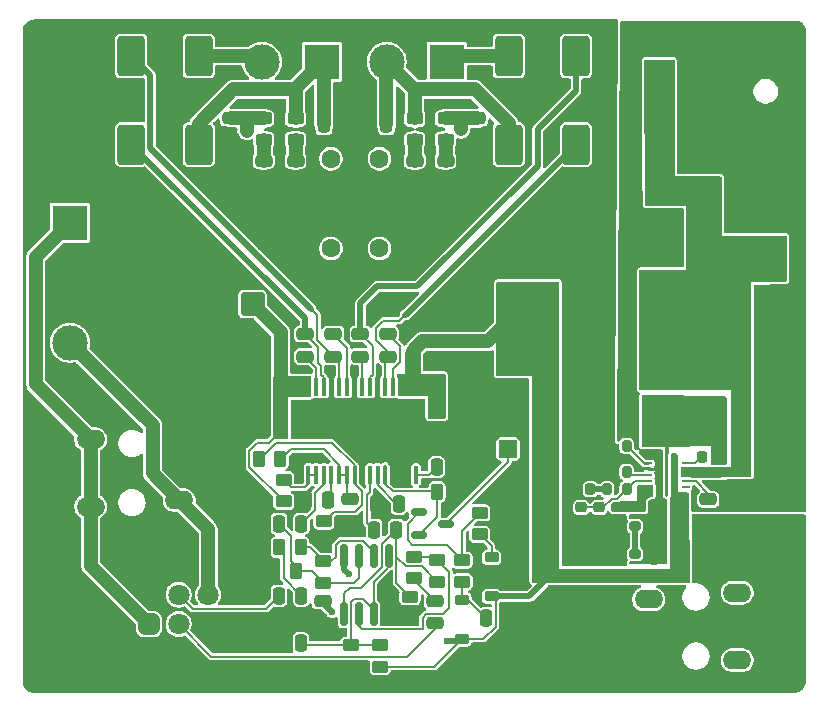
<source format=gtl>
G04 #@! TF.GenerationSoftware,KiCad,Pcbnew,9.0.3*
G04 #@! TF.CreationDate,2025-08-11T22:09:38-04:00*
G04 #@! TF.ProjectId,Class D Amplifier,436c6173-7320-4442-9041-6d706c696669,rev?*
G04 #@! TF.SameCoordinates,Original*
G04 #@! TF.FileFunction,Copper,L1,Top*
G04 #@! TF.FilePolarity,Positive*
%FSLAX46Y46*%
G04 Gerber Fmt 4.6, Leading zero omitted, Abs format (unit mm)*
G04 Created by KiCad (PCBNEW 9.0.3) date 2025-08-11 22:09:38*
%MOMM*%
%LPD*%
G01*
G04 APERTURE LIST*
G04 Aperture macros list*
%AMRoundRect*
0 Rectangle with rounded corners*
0 $1 Rounding radius*
0 $2 $3 $4 $5 $6 $7 $8 $9 X,Y pos of 4 corners*
0 Add a 4 corners polygon primitive as box body*
4,1,4,$2,$3,$4,$5,$6,$7,$8,$9,$2,$3,0*
0 Add four circle primitives for the rounded corners*
1,1,$1+$1,$2,$3*
1,1,$1+$1,$4,$5*
1,1,$1+$1,$6,$7*
1,1,$1+$1,$8,$9*
0 Add four rect primitives between the rounded corners*
20,1,$1+$1,$2,$3,$4,$5,0*
20,1,$1+$1,$4,$5,$6,$7,0*
20,1,$1+$1,$6,$7,$8,$9,0*
20,1,$1+$1,$8,$9,$2,$3,0*%
G04 Aperture macros list end*
G04 #@! TA.AperFunction,EtchedComponent*
%ADD10C,0.000000*%
G04 #@! TD*
G04 #@! TA.AperFunction,SMDPad,CuDef*
%ADD11RoundRect,0.250001X-0.899999X-1.449999X0.899999X-1.449999X0.899999X1.449999X-0.899999X1.449999X0*%
G04 #@! TD*
G04 #@! TA.AperFunction,SMDPad,CuDef*
%ADD12RoundRect,0.250000X-0.450000X0.262500X-0.450000X-0.262500X0.450000X-0.262500X0.450000X0.262500X0*%
G04 #@! TD*
G04 #@! TA.AperFunction,SMDPad,CuDef*
%ADD13RoundRect,0.250000X0.450000X-0.262500X0.450000X0.262500X-0.450000X0.262500X-0.450000X-0.262500X0*%
G04 #@! TD*
G04 #@! TA.AperFunction,SMDPad,CuDef*
%ADD14RoundRect,0.250000X-0.475000X0.250000X-0.475000X-0.250000X0.475000X-0.250000X0.475000X0.250000X0*%
G04 #@! TD*
G04 #@! TA.AperFunction,ComponentPad*
%ADD15RoundRect,0.250000X0.550000X-0.550000X0.550000X0.550000X-0.550000X0.550000X-0.550000X-0.550000X0*%
G04 #@! TD*
G04 #@! TA.AperFunction,ComponentPad*
%ADD16C,1.600000*%
G04 #@! TD*
G04 #@! TA.AperFunction,SMDPad,CuDef*
%ADD17RoundRect,0.250000X-0.250000X-0.475000X0.250000X-0.475000X0.250000X0.475000X-0.250000X0.475000X0*%
G04 #@! TD*
G04 #@! TA.AperFunction,SMDPad,CuDef*
%ADD18RoundRect,0.102500X0.102500X-0.682500X0.102500X0.682500X-0.102500X0.682500X-0.102500X-0.682500X0*%
G04 #@! TD*
G04 #@! TA.AperFunction,SMDPad,CuDef*
%ADD19RoundRect,0.250000X0.250000X0.475000X-0.250000X0.475000X-0.250000X-0.475000X0.250000X-0.475000X0*%
G04 #@! TD*
G04 #@! TA.AperFunction,SMDPad,CuDef*
%ADD20RoundRect,0.250001X0.899999X1.449999X-0.899999X1.449999X-0.899999X-1.449999X0.899999X-1.449999X0*%
G04 #@! TD*
G04 #@! TA.AperFunction,SMDPad,CuDef*
%ADD21RoundRect,0.225000X0.225000X0.250000X-0.225000X0.250000X-0.225000X-0.250000X0.225000X-0.250000X0*%
G04 #@! TD*
G04 #@! TA.AperFunction,ComponentPad*
%ADD22RoundRect,0.250000X0.750000X0.750000X-0.750000X0.750000X-0.750000X-0.750000X0.750000X-0.750000X0*%
G04 #@! TD*
G04 #@! TA.AperFunction,ComponentPad*
%ADD23C,2.000000*%
G04 #@! TD*
G04 #@! TA.AperFunction,SMDPad,CuDef*
%ADD24RoundRect,0.150000X-0.512500X-0.150000X0.512500X-0.150000X0.512500X0.150000X-0.512500X0.150000X0*%
G04 #@! TD*
G04 #@! TA.AperFunction,SMDPad,CuDef*
%ADD25R,0.150000X0.250000*%
G04 #@! TD*
G04 #@! TA.AperFunction,SMDPad,CuDef*
%ADD26RoundRect,0.250000X0.475000X-0.250000X0.475000X0.250000X-0.475000X0.250000X-0.475000X-0.250000X0*%
G04 #@! TD*
G04 #@! TA.AperFunction,ComponentPad*
%ADD27R,3.000000X3.000000*%
G04 #@! TD*
G04 #@! TA.AperFunction,ComponentPad*
%ADD28C,3.000000*%
G04 #@! TD*
G04 #@! TA.AperFunction,ComponentPad*
%ADD29RoundRect,0.450000X-0.450000X0.450000X-0.450000X-0.450000X0.450000X-0.450000X0.450000X0.450000X0*%
G04 #@! TD*
G04 #@! TA.AperFunction,ComponentPad*
%ADD30C,1.800000*%
G04 #@! TD*
G04 #@! TA.AperFunction,SMDPad,CuDef*
%ADD31RoundRect,0.200000X-0.275000X0.200000X-0.275000X-0.200000X0.275000X-0.200000X0.275000X0.200000X0*%
G04 #@! TD*
G04 #@! TA.AperFunction,SMDPad,CuDef*
%ADD32RoundRect,0.250000X-0.262500X-0.450000X0.262500X-0.450000X0.262500X0.450000X-0.262500X0.450000X0*%
G04 #@! TD*
G04 #@! TA.AperFunction,SMDPad,CuDef*
%ADD33R,0.700000X0.250000*%
G04 #@! TD*
G04 #@! TA.AperFunction,SMDPad,CuDef*
%ADD34R,0.250000X3.400000*%
G04 #@! TD*
G04 #@! TA.AperFunction,SMDPad,CuDef*
%ADD35RoundRect,0.200000X-0.200000X-0.275000X0.200000X-0.275000X0.200000X0.275000X-0.200000X0.275000X0*%
G04 #@! TD*
G04 #@! TA.AperFunction,SMDPad,CuDef*
%ADD36RoundRect,0.225000X-0.375000X0.225000X-0.375000X-0.225000X0.375000X-0.225000X0.375000X0.225000X0*%
G04 #@! TD*
G04 #@! TA.AperFunction,SMDPad,CuDef*
%ADD37RoundRect,0.250002X-1.799998X1.799998X-1.799998X-1.799998X1.799998X-1.799998X1.799998X1.799998X0*%
G04 #@! TD*
G04 #@! TA.AperFunction,SMDPad,CuDef*
%ADD38RoundRect,0.225000X-0.250000X0.225000X-0.250000X-0.225000X0.250000X-0.225000X0.250000X0.225000X0*%
G04 #@! TD*
G04 #@! TA.AperFunction,SMDPad,CuDef*
%ADD39RoundRect,0.150000X0.150000X-0.825000X0.150000X0.825000X-0.150000X0.825000X-0.150000X-0.825000X0*%
G04 #@! TD*
G04 #@! TA.AperFunction,ComponentPad*
%ADD40R,2.000000X4.000000*%
G04 #@! TD*
G04 #@! TA.AperFunction,ComponentPad*
%ADD41O,2.000000X3.300000*%
G04 #@! TD*
G04 #@! TA.AperFunction,ComponentPad*
%ADD42O,3.500000X2.000000*%
G04 #@! TD*
G04 #@! TA.AperFunction,ComponentPad*
%ADD43O,2.400000X1.600000*%
G04 #@! TD*
G04 #@! TA.AperFunction,SMDPad,CuDef*
%ADD44RoundRect,0.225000X0.375000X-0.225000X0.375000X0.225000X-0.375000X0.225000X-0.375000X-0.225000X0*%
G04 #@! TD*
G04 #@! TA.AperFunction,ComponentPad*
%ADD45RoundRect,0.250000X-0.550000X0.550000X-0.550000X-0.550000X0.550000X-0.550000X0.550000X0.550000X0*%
G04 #@! TD*
G04 #@! TA.AperFunction,SMDPad,CuDef*
%ADD46RoundRect,0.250000X0.262500X0.450000X-0.262500X0.450000X-0.262500X-0.450000X0.262500X-0.450000X0*%
G04 #@! TD*
G04 #@! TA.AperFunction,ViaPad*
%ADD47C,0.600000*%
G04 #@! TD*
G04 #@! TA.AperFunction,Conductor*
%ADD48C,0.200000*%
G04 #@! TD*
G04 #@! TA.AperFunction,Conductor*
%ADD49C,1.200000*%
G04 #@! TD*
G04 #@! TA.AperFunction,Conductor*
%ADD50C,0.500000*%
G04 #@! TD*
G04 APERTURE END LIST*
D10*
G04 #@! TA.AperFunction,EtchedComponent*
G04 #@! TO.C,NT1*
G36*
X87775000Y-78025000D02*
G01*
X86775000Y-78025000D01*
X86775000Y-77775000D01*
X87775000Y-77775000D01*
X87775000Y-78025000D01*
G37*
G04 #@! TD.AperFunction*
G04 #@! TD*
D11*
G04 #@! TO.P,L3,1,1*
G04 #@! TO.N,Net-(U2-OUTNR)*
X43000000Y-42900000D03*
G04 #@! TO.P,L3,2,2*
G04 #@! TO.N,R-*
X48700000Y-42900000D03*
G04 #@! TD*
D12*
G04 #@! TO.P,R4,1*
G04 #@! TO.N,Net-(U1A-+)*
X61569193Y-92769984D03*
G04 #@! TO.P,R4,2*
G04 #@! TO.N,GND*
X61569193Y-94594984D03*
G04 #@! TD*
D13*
G04 #@! TO.P,R6,1*
G04 #@! TO.N,Net-(D2-K)*
X72500000Y-83412500D03*
G04 #@! TO.P,R6,2*
G04 #@! TO.N,Net-(Q1A-B1)*
X72500000Y-81587500D03*
G04 #@! TD*
D14*
G04 #@! TO.P,C37,1*
G04 #@! TO.N,Net-(C37-Pad1)*
X67000000Y-51750000D03*
G04 #@! TO.P,C37,2*
G04 #@! TO.N,GND*
X67000000Y-53650000D03*
G04 #@! TD*
D13*
G04 #@! TO.P,R1,1*
G04 #@! TO.N,Net-(C1-Pad2)*
X66900000Y-87112500D03*
G04 #@! TO.P,R1,2*
G04 #@! TO.N,Net-(U1A--)*
X66900000Y-85287500D03*
G04 #@! TD*
D15*
G04 #@! TO.P,C8,1*
G04 #@! TO.N,Net-(Q1A-C1)*
X74900000Y-76182380D03*
D16*
G04 #@! TO.P,C8,2*
G04 #@! TO.N,GND*
X74900000Y-73682380D03*
G04 #@! TD*
D17*
G04 #@! TO.P,C10,1*
G04 #@! TO.N,PVCC*
X68850000Y-72800000D03*
G04 #@! TO.P,C10,2*
G04 #@! TO.N,GND*
X70750000Y-72800000D03*
G04 #@! TD*
G04 #@! TO.P,C2,1*
G04 #@! TO.N,Net-(C2-Pad1)*
X55493012Y-88600000D03*
G04 #@! TO.P,C2,2*
G04 #@! TO.N,Net-(C2-Pad2)*
X57393012Y-88600000D03*
G04 #@! TD*
D14*
G04 #@! TO.P,C35,1*
G04 #@! TO.N,L+*
X72300000Y-48150000D03*
G04 #@! TO.P,C35,2*
G04 #@! TO.N,GND*
X72300000Y-50050000D03*
G04 #@! TD*
D18*
G04 #@! TO.P,U2,1,MODSEL*
G04 #@! TO.N,GND*
X57345000Y-78345000D03*
G04 #@! TO.P,U2,2,SDZ*
G04 #@! TO.N,SDZ*
X57995000Y-78345000D03*
G04 #@! TO.P,U2,3,FAULTZ*
X58645000Y-78345000D03*
G04 #@! TO.P,U2,4,RINP*
G04 #@! TO.N,RINP*
X59295000Y-78345000D03*
G04 #@! TO.P,U2,5,RINN*
G04 #@! TO.N,RINN*
X59945000Y-78345000D03*
G04 #@! TO.P,U2,6,PLIMIT*
G04 #@! TO.N,GVDD*
X60595000Y-78345000D03*
G04 #@! TO.P,U2,7,GVDD*
X61245000Y-78345000D03*
G04 #@! TO.P,U2,8,GAIN/SLV*
G04 #@! TO.N,Net-(U2-GAIN{slash}SLV)*
X61895000Y-78345000D03*
G04 #@! TO.P,U2,9,GND_9*
G04 #@! TO.N,GND*
X62545000Y-78345000D03*
G04 #@! TO.P,U2,10,LINP*
G04 #@! TO.N,LINP*
X63195000Y-78345000D03*
G04 #@! TO.P,U2,11,LINN*
G04 #@! TO.N,LINN*
X63845000Y-78345000D03*
G04 #@! TO.P,U2,12,MUTE*
G04 #@! TO.N,MUTE*
X64495000Y-78345000D03*
G04 #@! TO.P,U2,13,AM2*
G04 #@! TO.N,GND*
X65145000Y-78345000D03*
G04 #@! TO.P,U2,14,AM1*
X65795000Y-78345000D03*
G04 #@! TO.P,U2,15,AM0*
X66445000Y-78345000D03*
G04 #@! TO.P,U2,16,SYNC*
G04 #@! TO.N,Net-(U2-SYNC)*
X67095000Y-78345000D03*
G04 #@! TO.P,U2,17,AVCC*
G04 #@! TO.N,PVCC*
X67095000Y-70905000D03*
G04 #@! TO.P,U2,18,PVCC_18*
X66445000Y-70905000D03*
G04 #@! TO.P,U2,19,PVCC_19*
X65795000Y-70905000D03*
G04 #@! TO.P,U2,20,BSNL*
G04 #@! TO.N,Net-(U2-BSNL)*
X65145000Y-70905000D03*
G04 #@! TO.P,U2,21,OUTNL*
G04 #@! TO.N,Net-(U2-OUTNL)*
X64495000Y-70905000D03*
G04 #@! TO.P,U2,22,GND_22*
G04 #@! TO.N,GND*
X63845000Y-70905000D03*
G04 #@! TO.P,U2,23,OUTPL*
G04 #@! TO.N,Net-(U2-OUTPL)*
X63195000Y-70905000D03*
G04 #@! TO.P,U2,24,BSPL*
G04 #@! TO.N,Net-(U2-BSPL)*
X62545000Y-70905000D03*
G04 #@! TO.P,U2,25,GND_25*
G04 #@! TO.N,GND*
X61895000Y-70905000D03*
G04 #@! TO.P,U2,26,BSNR*
G04 #@! TO.N,Net-(U2-BSNR)*
X61245000Y-70905000D03*
G04 #@! TO.P,U2,27,OUTNR*
G04 #@! TO.N,Net-(U2-OUTNR)*
X60595000Y-70905000D03*
G04 #@! TO.P,U2,28,GND_28*
G04 #@! TO.N,GND*
X59945000Y-70905000D03*
G04 #@! TO.P,U2,29,OUTPR*
G04 #@! TO.N,Net-(U2-OUTPR)*
X59295000Y-70905000D03*
G04 #@! TO.P,U2,30,BSPR*
G04 #@! TO.N,Net-(U2-BSPR)*
X58645000Y-70905000D03*
G04 #@! TO.P,U2,31,PVCC_31*
G04 #@! TO.N,PVCC*
X57995000Y-70905000D03*
G04 #@! TO.P,U2,32,PVCC_32*
X57345000Y-70905000D03*
G04 #@! TD*
D12*
G04 #@! TO.P,R24,1*
G04 #@! TO.N,L+*
X69600000Y-48187500D03*
G04 #@! TO.P,R24,2*
G04 #@! TO.N,Net-(C39-Pad1)*
X69600000Y-50012500D03*
G04 #@! TD*
D19*
G04 #@! TO.P,C26,1*
G04 #@! TO.N,PVCC*
X89150000Y-81200000D03*
G04 #@! TO.P,C26,2*
G04 #@! TO.N,PGND*
X87250000Y-81200000D03*
G04 #@! TD*
D14*
G04 #@! TO.P,C5,1*
G04 #@! TO.N,PVCC*
X59200000Y-89050000D03*
G04 #@! TO.P,C5,2*
G04 #@! TO.N,GND*
X59200000Y-90950000D03*
G04 #@! TD*
D20*
G04 #@! TO.P,L2,1,1*
G04 #@! TO.N,Net-(U2-OUTNL)*
X80650000Y-50400000D03*
G04 #@! TO.P,L2,2,2*
G04 #@! TO.N,L-*
X74950000Y-50400000D03*
G04 #@! TD*
D21*
G04 #@! TO.P,C21,1*
G04 #@! TO.N,SWT*
X92825000Y-76850000D03*
G04 #@! TO.P,C21,2*
G04 #@! TO.N,Net-(U3-BST)*
X91275000Y-76850000D03*
G04 #@! TD*
D22*
G04 #@! TO.P,C42,1*
G04 #@! TO.N,PVCC*
X53267677Y-63900000D03*
D23*
G04 #@! TO.P,C42,2*
G04 #@! TO.N,GND*
X48267677Y-63900000D03*
G04 #@! TD*
D24*
G04 #@! TO.P,Q1,1,B1*
G04 #@! TO.N,Net-(Q1A-B1)*
X67362500Y-81550000D03*
G04 #@! TO.P,Q1,2,E1*
G04 #@! TO.N,MUTE*
X67362500Y-83450000D03*
G04 #@! TO.P,Q1,3,C1*
G04 #@! TO.N,Net-(Q1A-C1)*
X69637500Y-82500000D03*
G04 #@! TD*
D19*
G04 #@! TO.P,C28,1*
G04 #@! TO.N,PVCC*
X89150000Y-85200000D03*
G04 #@! TO.P,C28,2*
G04 #@! TO.N,PGND*
X87250000Y-85200000D03*
G04 #@! TD*
D13*
G04 #@! TO.P,R13,1*
G04 #@! TO.N,GND*
X59300000Y-84112500D03*
G04 #@! TO.P,R13,2*
G04 #@! TO.N,Net-(U2-GAIN{slash}SLV)*
X59300000Y-82287500D03*
G04 #@! TD*
D25*
G04 #@! TO.P,NT1,1,1*
G04 #@! TO.N,PGND*
X87850000Y-77900000D03*
G04 #@! TO.P,NT1,2,2*
G04 #@! TO.N,GND*
X86700000Y-77900000D03*
G04 #@! TD*
D26*
G04 #@! TO.P,C1,1*
G04 #@! TO.N,Net-(C1-Pad1)*
X68700000Y-90950000D03*
G04 #@! TO.P,C1,2*
G04 #@! TO.N,Net-(C1-Pad2)*
X68700000Y-89050000D03*
G04 #@! TD*
D27*
G04 #@! TO.P,J4,1,Pin_1*
G04 #@! TO.N,Vin*
X95900000Y-60040000D03*
D28*
G04 #@! TO.P,J4,2,Pin_2*
G04 #@! TO.N,PGND*
X95900000Y-54960000D03*
G04 #@! TD*
D19*
G04 #@! TO.P,C33,1*
G04 #@! TO.N,L-*
X64600000Y-48700000D03*
G04 #@! TO.P,C33,2*
G04 #@! TO.N,GND*
X62700000Y-48700000D03*
G04 #@! TD*
D27*
G04 #@! TO.P,J5,1,Pin_1*
G04 #@! TO.N,L+*
X69700000Y-43400000D03*
D28*
G04 #@! TO.P,J5,2,Pin_2*
G04 #@! TO.N,L-*
X64620000Y-43400000D03*
G04 #@! TD*
D17*
G04 #@! TO.P,C16,1*
G04 #@! TO.N,GND*
X63750000Y-80800000D03*
G04 #@! TO.P,C16,2*
G04 #@! TO.N,LINN*
X65650000Y-80800000D03*
G04 #@! TD*
G04 #@! TO.P,C3,1*
G04 #@! TO.N,Net-(D1-A)*
X73050000Y-90500000D03*
G04 #@! TO.P,C3,2*
G04 #@! TO.N,GND*
X74950000Y-90500000D03*
G04 #@! TD*
D29*
G04 #@! TO.P,RV1,1,1*
G04 #@! TO.N,LIN*
X44500000Y-91000000D03*
D30*
G04 #@! TO.P,RV1,2,2*
G04 #@! TO.N,Net-(C1-Pad1)*
X47000000Y-91000000D03*
G04 #@! TO.P,RV1,3,3*
G04 #@! TO.N,GND*
X49500000Y-91000000D03*
G04 #@! TO.P,RV1,4,4*
X44500000Y-88500000D03*
G04 #@! TO.P,RV1,5,5*
G04 #@! TO.N,Net-(C2-Pad1)*
X47000000Y-88500000D03*
G04 #@! TO.P,RV1,6,6*
G04 #@! TO.N,RIN*
X49500000Y-88500000D03*
G04 #@! TD*
D31*
G04 #@! TO.P,R17,1*
G04 #@! TO.N,Net-(R17-Pad1)*
X85650000Y-85075000D03*
G04 #@! TO.P,R17,2*
G04 #@! TO.N,PVCC*
X85650000Y-86725000D03*
G04 #@! TD*
D32*
G04 #@! TO.P,R11,1*
G04 #@! TO.N,MUTE*
X68887500Y-79800000D03*
G04 #@! TO.P,R11,2*
G04 #@! TO.N,GND*
X70712500Y-79800000D03*
G04 #@! TD*
G04 #@! TO.P,R12,1*
G04 #@! TO.N,Net-(U2-GAIN{slash}SLV)*
X53787500Y-77000000D03*
G04 #@! TO.P,R12,2*
G04 #@! TO.N,GVDD*
X55612500Y-77000000D03*
G04 #@! TD*
D14*
G04 #@! TO.P,C39,1*
G04 #@! TO.N,Net-(C39-Pad1)*
X69600000Y-51750000D03*
G04 #@! TO.P,C39,2*
G04 #@! TO.N,GND*
X69600000Y-53650000D03*
G04 #@! TD*
D16*
G04 #@! TO.P,C32,1*
G04 #@! TO.N,R+*
X59900000Y-59200000D03*
G04 #@! TO.P,C32,2*
G04 #@! TO.N,GND*
X59900000Y-64200000D03*
G04 #@! TD*
G04 #@! TO.P,C31,1*
G04 #@! TO.N,L+*
X64000000Y-59200000D03*
G04 #@! TO.P,C31,2*
G04 #@! TO.N,GND*
X64000000Y-64200000D03*
G04 #@! TD*
D33*
G04 #@! TO.P,U3,1,FREQ/SYNC*
G04 #@! TO.N,Net-(U3-FREQ{slash}SYNC)*
X86750000Y-77400000D03*
G04 #@! TO.P,U3,2,AGND*
G04 #@! TO.N,GND*
X86750000Y-77900000D03*
G04 #@! TO.P,U3,3,ILIMIT*
G04 #@! TO.N,Net-(U3-ILIMIT)*
X86750000Y-78400000D03*
G04 #@! TO.P,U3,4,COMP*
G04 #@! TO.N,Net-(U3-COMP)*
X86750000Y-78900000D03*
G04 #@! TO.P,U3,5,FB*
G04 #@! TO.N,Net-(U3-FB)*
X86750000Y-79400000D03*
D34*
G04 #@! TO.P,U3,6,PGND*
G04 #@! TO.N,PGND*
X87800000Y-78400000D03*
G04 #@! TO.P,U3,7,SW*
G04 #@! TO.N,SWT*
X88350000Y-78400000D03*
G04 #@! TO.P,U3,8,VOUT*
G04 #@! TO.N,PVCC*
X88900000Y-78400000D03*
D33*
G04 #@! TO.P,U3,9,DISDRV*
G04 #@! TO.N,unconnected-(U3-DISDRV-Pad9)*
X89950000Y-79400000D03*
G04 #@! TO.P,U3,10,VCC*
G04 #@! TO.N,Net-(U3-VCC)*
X89950000Y-78900000D03*
G04 #@! TO.P,U3,11,EN*
G04 #@! TO.N,Vin*
X89950000Y-78400000D03*
G04 #@! TO.P,U3,12,VIN*
X89950000Y-77900000D03*
G04 #@! TO.P,U3,13,BST*
G04 #@! TO.N,Net-(U3-BST)*
X89950000Y-77400000D03*
G04 #@! TD*
D35*
G04 #@! TO.P,R15,1*
G04 #@! TO.N,GND*
X83275000Y-78100000D03*
G04 #@! TO.P,R15,2*
G04 #@! TO.N,Net-(U3-ILIMIT)*
X84925000Y-78100000D03*
G04 #@! TD*
D12*
G04 #@! TO.P,R22,1*
G04 #@! TO.N,L-*
X67000000Y-48187500D03*
G04 #@! TO.P,R22,2*
G04 #@! TO.N,Net-(C37-Pad1)*
X67000000Y-50012500D03*
G04 #@! TD*
D19*
G04 #@! TO.P,C4,1*
G04 #@! TO.N,Net-(U1A-+)*
X57350000Y-92600000D03*
G04 #@! TO.P,C4,2*
G04 #@! TO.N,GND*
X55450000Y-92600000D03*
G04 #@! TD*
D12*
G04 #@! TO.P,R7,1*
G04 #@! TO.N,Net-(U1A--)*
X68900000Y-85587500D03*
G04 #@! TO.P,R7,2*
G04 #@! TO.N,Net-(C6-Pad2)*
X68900000Y-87412500D03*
G04 #@! TD*
D14*
G04 #@! TO.P,C15,1*
G04 #@! TO.N,Vin*
X94600000Y-77750000D03*
G04 #@! TO.P,C15,2*
G04 #@! TO.N,PGND*
X94600000Y-79650000D03*
G04 #@! TD*
D17*
G04 #@! TO.P,C12,1*
G04 #@! TO.N,GND*
X57750000Y-80500000D03*
G04 #@! TO.P,C12,2*
G04 #@! TO.N,RINN*
X59650000Y-80500000D03*
G04 #@! TD*
D14*
G04 #@! TO.P,C23,1*
G04 #@! TO.N,Net-(U2-BSNR)*
X60100000Y-66450000D03*
G04 #@! TO.P,C23,2*
G04 #@! TO.N,Net-(U2-OUTNR)*
X60100000Y-68350000D03*
G04 #@! TD*
D17*
G04 #@! TO.P,C7,1*
G04 #@! TO.N,Net-(C7-Pad1)*
X55493012Y-82500000D03*
G04 #@! TO.P,C7,2*
G04 #@! TO.N,RINP*
X57393012Y-82500000D03*
G04 #@! TD*
D12*
G04 #@! TO.P,R9,1*
G04 #@! TO.N,Net-(C6-Pad2)*
X66600000Y-88687500D03*
G04 #@! TO.P,R9,2*
G04 #@! TO.N,GND*
X66600000Y-90512500D03*
G04 #@! TD*
D14*
G04 #@! TO.P,C22,1*
G04 #@! TO.N,Net-(U2-OUTPR)*
X57700000Y-66450000D03*
G04 #@! TO.P,C22,2*
G04 #@! TO.N,Net-(U2-BSPR)*
X57700000Y-68350000D03*
G04 #@! TD*
D36*
G04 #@! TO.P,D2,1,K*
G04 #@! TO.N,Net-(D2-K)*
X73500000Y-85350000D03*
G04 #@! TO.P,D2,2,A*
G04 #@! TO.N,PVCC*
X73500000Y-88650000D03*
G04 #@! TD*
D21*
G04 #@! TO.P,C20,1*
G04 #@! TO.N,Net-(C20-Pad1)*
X81875000Y-79600000D03*
G04 #@! TO.P,C20,2*
G04 #@! TO.N,GND*
X80325000Y-79600000D03*
G04 #@! TD*
D14*
G04 #@! TO.P,C24,1*
G04 #@! TO.N,Net-(U2-OUTPL)*
X62400000Y-66450000D03*
G04 #@! TO.P,C24,2*
G04 #@! TO.N,Net-(U2-BSPL)*
X62400000Y-68350000D03*
G04 #@! TD*
D19*
G04 #@! TO.P,C6,1*
G04 #@! TO.N,GND*
X70750000Y-70700000D03*
G04 #@! TO.P,C6,2*
G04 #@! TO.N,PVCC*
X68850000Y-70700000D03*
G04 #@! TD*
D13*
G04 #@! TO.P,R3,1*
G04 #@! TO.N,PVCC*
X64069193Y-94594984D03*
G04 #@! TO.P,R3,2*
G04 #@! TO.N,Net-(U1A-+)*
X64069193Y-92769984D03*
G04 #@! TD*
D37*
G04 #@! TO.P,L1,1,1*
G04 #@! TO.N,Vin*
X88300000Y-64250000D03*
G04 #@! TO.P,L1,2,2*
G04 #@! TO.N,SWT*
X88300000Y-73750000D03*
G04 #@! TD*
D35*
G04 #@! TO.P,R14,1*
G04 #@! TO.N,GND*
X83275000Y-75900000D03*
G04 #@! TO.P,R14,2*
G04 #@! TO.N,Net-(U3-FREQ{slash}SYNC)*
X84925000Y-75900000D03*
G04 #@! TD*
D17*
G04 #@! TO.P,C9,1*
G04 #@! TO.N,PVCC*
X66850000Y-68600000D03*
G04 #@! TO.P,C9,2*
G04 #@! TO.N,GND*
X68750000Y-68600000D03*
G04 #@! TD*
D11*
G04 #@! TO.P,L4,1,1*
G04 #@! TO.N,L+*
X74950000Y-42900000D03*
G04 #@! TO.P,L4,2,2*
G04 #@! TO.N,Net-(U2-OUTPL)*
X80650000Y-42900000D03*
G04 #@! TD*
D20*
G04 #@! TO.P,L5,1,1*
G04 #@! TO.N,R+*
X48700000Y-50400000D03*
G04 #@! TO.P,L5,2,2*
G04 #@! TO.N,Net-(U2-OUTPR)*
X43000000Y-50400000D03*
G04 #@! TD*
D19*
G04 #@! TO.P,C13,1*
G04 #@! TO.N,PVCC*
X55650000Y-74600000D03*
G04 #@! TO.P,C13,2*
G04 #@! TO.N,GND*
X53750000Y-74600000D03*
G04 #@! TD*
D38*
G04 #@! TO.P,C43,1*
G04 #@! TO.N,Net-(U3-COMP)*
X81100000Y-81125000D03*
G04 #@! TO.P,C43,2*
G04 #@! TO.N,GND*
X81100000Y-82675000D03*
G04 #@! TD*
D17*
G04 #@! TO.P,C19,1*
G04 #@! TO.N,Net-(U2-SYNC)*
X68850000Y-77700000D03*
G04 #@! TO.P,C19,2*
G04 #@! TO.N,GND*
X70750000Y-77700000D03*
G04 #@! TD*
D12*
G04 #@! TO.P,R8,1*
G04 #@! TO.N,Net-(U1B--)*
X59200000Y-85687500D03*
G04 #@! TO.P,R8,2*
G04 #@! TO.N,Net-(C7-Pad1)*
X59200000Y-87512500D03*
G04 #@! TD*
D14*
G04 #@! TO.P,C40,1*
G04 #@! TO.N,Net-(C40-Pad1)*
X56900000Y-51750000D03*
G04 #@! TO.P,C40,2*
G04 #@! TO.N,GND*
X56900000Y-53650000D03*
G04 #@! TD*
D16*
G04 #@! TO.P,C30,1*
G04 #@! TO.N,R-*
X59900000Y-51600000D03*
G04 #@! TO.P,C30,2*
G04 #@! TO.N,GND*
X59900000Y-56600000D03*
G04 #@! TD*
D39*
G04 #@! TO.P,U1,1*
G04 #@! TO.N,Net-(C6-Pad2)*
X60995000Y-90175000D03*
G04 #@! TO.P,U1,2,-*
G04 #@! TO.N,Net-(U1A--)*
X62265000Y-90175000D03*
G04 #@! TO.P,U1,3,+*
G04 #@! TO.N,Net-(U1A-+)*
X63535000Y-90175000D03*
G04 #@! TO.P,U1,4,V-*
G04 #@! TO.N,GND*
X64805000Y-90175000D03*
G04 #@! TO.P,U1,5,+*
G04 #@! TO.N,Net-(U1A-+)*
X64805000Y-85225000D03*
G04 #@! TO.P,U1,6,-*
G04 #@! TO.N,Net-(U1B--)*
X63535000Y-85225000D03*
G04 #@! TO.P,U1,7*
G04 #@! TO.N,Net-(C7-Pad1)*
X62265000Y-85225000D03*
G04 #@! TO.P,U1,8,V+*
G04 #@! TO.N,PVCC*
X60995000Y-85225000D03*
G04 #@! TD*
D16*
G04 #@! TO.P,C29,1*
G04 #@! TO.N,L-*
X64000000Y-51600000D03*
G04 #@! TO.P,C29,2*
G04 #@! TO.N,GND*
X64000000Y-56600000D03*
G04 #@! TD*
D19*
G04 #@! TO.P,C27,1*
G04 #@! TO.N,PVCC*
X89150000Y-83200000D03*
G04 #@! TO.P,C27,2*
G04 #@! TO.N,PGND*
X87250000Y-83200000D03*
G04 #@! TD*
D31*
G04 #@! TO.P,R18,1*
G04 #@! TO.N,Net-(U3-FB)*
X85650000Y-81075000D03*
G04 #@! TO.P,R18,2*
G04 #@! TO.N,Net-(R17-Pad1)*
X85650000Y-82725000D03*
G04 #@! TD*
D40*
G04 #@! TO.P,J3,1*
G04 #@! TO.N,Vin*
X87700000Y-45900000D03*
D41*
G04 #@! TO.P,J3,2*
G04 #@! TO.N,PGND*
X93700000Y-45900000D03*
D42*
G04 #@! TO.P,J3,MP,MountPin*
X94700000Y-50400000D03*
X94700000Y-41400000D03*
G04 #@! TD*
D14*
G04 #@! TO.P,C17,1*
G04 #@! TO.N,Net-(U3-VCC)*
X91850000Y-80450000D03*
G04 #@! TO.P,C17,2*
G04 #@! TO.N,GND*
X91850000Y-82350000D03*
G04 #@! TD*
D43*
G04 #@! TO.P,J2,1*
G04 #@! TO.N,GND*
X47050000Y-75900000D03*
G04 #@! TO.P,J2,2*
G04 #@! TO.N,LIN*
X39550000Y-81050000D03*
X39550000Y-75350000D03*
G04 #@! TO.P,J2,3*
G04 #@! TO.N,RIN*
X47050000Y-80500000D03*
G04 #@! TD*
D14*
G04 #@! TO.P,C14,1*
G04 #@! TO.N,GVDD*
X61500000Y-80450000D03*
G04 #@! TO.P,C14,2*
G04 #@! TO.N,GND*
X61500000Y-82350000D03*
G04 #@! TD*
D19*
G04 #@! TO.P,C18,1*
G04 #@! TO.N,PVCC*
X55650000Y-72600000D03*
G04 #@! TO.P,C18,2*
G04 #@! TO.N,GND*
X53750000Y-72600000D03*
G04 #@! TD*
D27*
G04 #@! TO.P,J1,1,Pin_1*
G04 #@! TO.N,LIN*
X37800000Y-57020000D03*
D28*
G04 #@! TO.P,J1,2,Pin_2*
G04 #@! TO.N,GND*
X37800000Y-62100000D03*
G04 #@! TO.P,J1,3,Pin_3*
G04 #@! TO.N,RIN*
X37800000Y-67180000D03*
G04 #@! TD*
D31*
G04 #@! TO.P,R19,1*
G04 #@! TO.N,Net-(U3-FB)*
X84150000Y-81075000D03*
G04 #@! TO.P,R19,2*
G04 #@! TO.N,GND*
X84150000Y-82725000D03*
G04 #@! TD*
D44*
G04 #@! TO.P,D1,1,K*
G04 #@! TO.N,PVCC*
X71000000Y-92250000D03*
G04 #@! TO.P,D1,2,A*
G04 #@! TO.N,Net-(D1-A)*
X71000000Y-88950000D03*
G04 #@! TD*
D12*
G04 #@! TO.P,R23,1*
G04 #@! TO.N,R-*
X54200000Y-48187500D03*
G04 #@! TO.P,R23,2*
G04 #@! TO.N,Net-(C38-Pad1)*
X54200000Y-50012500D03*
G04 #@! TD*
D19*
G04 #@! TO.P,C36,1*
G04 #@! TO.N,GND*
X61200000Y-48700000D03*
G04 #@! TO.P,C36,2*
G04 #@! TO.N,R+*
X59300000Y-48700000D03*
G04 #@! TD*
D38*
G04 #@! TO.P,C44,1*
G04 #@! TO.N,Net-(U3-COMP)*
X82600000Y-81125000D03*
G04 #@! TO.P,C44,2*
G04 #@! TO.N,GND*
X82600000Y-82675000D03*
G04 #@! TD*
D14*
G04 #@! TO.P,C25,1*
G04 #@! TO.N,Net-(U2-BSNL)*
X64700000Y-66450000D03*
G04 #@! TO.P,C25,2*
G04 #@! TO.N,Net-(U2-OUTNL)*
X64700000Y-68350000D03*
G04 #@! TD*
D27*
G04 #@! TO.P,J6,1,Pin_1*
G04 #@! TO.N,R+*
X59140000Y-43400000D03*
D28*
G04 #@! TO.P,J6,2,Pin_2*
G04 #@! TO.N,R-*
X54060000Y-43400000D03*
G04 #@! TD*
D17*
G04 #@! TO.P,C8,1*
G04 #@! TO.N,GND*
X53750000Y-70600000D03*
G04 #@! TO.P,C8,2*
G04 #@! TO.N,PVCC*
X55650000Y-70600000D03*
G04 #@! TD*
D12*
G04 #@! TO.P,R5,1*
G04 #@! TO.N,Net-(Q1A-B1)*
X71000000Y-85587500D03*
G04 #@! TO.P,R5,2*
G04 #@! TO.N,Net-(D1-A)*
X71000000Y-87412500D03*
G04 #@! TD*
G04 #@! TO.P,R20,1*
G04 #@! TO.N,SDZ*
X55900000Y-78787500D03*
G04 #@! TO.P,R20,2*
G04 #@! TO.N,PVCC*
X55900000Y-80612500D03*
G04 #@! TD*
D14*
G04 #@! TO.P,C38,1*
G04 #@! TO.N,Net-(C38-Pad1)*
X54200000Y-51750000D03*
G04 #@! TO.P,C38,2*
G04 #@! TO.N,GND*
X54200000Y-53650000D03*
G04 #@! TD*
D26*
G04 #@! TO.P,C34,1*
G04 #@! TO.N,GND*
X51400000Y-50050000D03*
G04 #@! TO.P,C34,2*
G04 #@! TO.N,R-*
X51400000Y-48150000D03*
G04 #@! TD*
D12*
G04 #@! TO.P,R25,1*
G04 #@! TO.N,R+*
X56900000Y-48187500D03*
G04 #@! TO.P,R25,2*
G04 #@! TO.N,Net-(C40-Pad1)*
X56900000Y-50012500D03*
G04 #@! TD*
D22*
G04 #@! TO.P,C41,1*
G04 #@! TO.N,PVCC*
X76367677Y-63900000D03*
D23*
G04 #@! TO.P,C41,2*
G04 #@! TO.N,GND*
X71367677Y-63900000D03*
G04 #@! TD*
D45*
G04 #@! TO.P,C11,1*
G04 #@! TO.N,Vin*
X87700000Y-54400000D03*
D16*
G04 #@! TO.P,C11,2*
G04 #@! TO.N,PGND*
X87700000Y-56900000D03*
G04 #@! TD*
D35*
G04 #@! TO.P,R16,1*
G04 #@! TO.N,Net-(C20-Pad1)*
X83275000Y-79600000D03*
G04 #@! TO.P,R16,2*
G04 #@! TO.N,Net-(U3-COMP)*
X84925000Y-79600000D03*
G04 #@! TD*
D46*
G04 #@! TO.P,R2,1*
G04 #@! TO.N,Net-(U1B--)*
X57335512Y-84500000D03*
G04 #@! TO.P,R2,2*
G04 #@! TO.N,Net-(C2-Pad2)*
X55510512Y-84500000D03*
G04 #@! TD*
D32*
G04 #@! TO.P,R10,1*
G04 #@! TO.N,GND*
X55087500Y-86500000D03*
G04 #@! TO.P,R10,2*
G04 #@! TO.N,Net-(C7-Pad1)*
X56912500Y-86500000D03*
G04 #@! TD*
D17*
G04 #@! TO.P,C6,1*
G04 #@! TO.N,LINP*
X63550000Y-83000000D03*
G04 #@! TO.P,C6,2*
G04 #@! TO.N,Net-(C6-Pad2)*
X65450000Y-83000000D03*
G04 #@! TD*
D43*
G04 #@! TO.P,J7,1*
G04 #@! TO.N,GND*
X86800000Y-93500000D03*
G04 #@! TO.P,J7,2*
G04 #@! TO.N,LIN*
X94300000Y-88350000D03*
X94300000Y-94050000D03*
G04 #@! TO.P,J7,3*
G04 #@! TO.N,RIN*
X86800000Y-88900000D03*
G04 #@! TD*
D47*
G04 #@! TO.N,GND*
X93500000Y-82700000D03*
X92100000Y-83600000D03*
X63500000Y-75500000D03*
X67500000Y-73500000D03*
X52400000Y-74300000D03*
X72100000Y-78900000D03*
X62100000Y-83349000D03*
X64500000Y-75500000D03*
X61500000Y-74500000D03*
X84400000Y-93200000D03*
X60500000Y-72500000D03*
X75500000Y-82600000D03*
X67500000Y-75500000D03*
X64500000Y-74500000D03*
X66500000Y-74500000D03*
X57200000Y-77100000D03*
X52200000Y-70300000D03*
X53500000Y-92300000D03*
X62500000Y-75500000D03*
X70700000Y-68900000D03*
X40300000Y-61000000D03*
X53100000Y-55600000D03*
X75400000Y-80100000D03*
X61500000Y-72500000D03*
X66500000Y-72500000D03*
X64500000Y-81900000D03*
X66500000Y-73500000D03*
X65500000Y-72500000D03*
X63600000Y-53600000D03*
X65700000Y-89700000D03*
X63500000Y-74500000D03*
X71000000Y-55500000D03*
X63500000Y-73500000D03*
X63500000Y-72500000D03*
X47500000Y-74100000D03*
X61500000Y-73500000D03*
X84900000Y-94100000D03*
X44800000Y-86800000D03*
X62500000Y-76500000D03*
X64500000Y-72500000D03*
X51200000Y-92000000D03*
X64800000Y-60900000D03*
X57500000Y-73500000D03*
X59800000Y-53600000D03*
X67500000Y-74500000D03*
X65500000Y-75500000D03*
X76100000Y-91800000D03*
X79700000Y-56600000D03*
X58500000Y-73500000D03*
X60500000Y-61500000D03*
X57500000Y-74500000D03*
X53900000Y-91000000D03*
X60000000Y-94400000D03*
X72100000Y-77800000D03*
X74800000Y-92100000D03*
X58500000Y-72500000D03*
X63400000Y-61300000D03*
X76500000Y-90400000D03*
X53300000Y-86100000D03*
X72400000Y-70400000D03*
X61200000Y-83349000D03*
X58900000Y-94900000D03*
X59500000Y-74500000D03*
X77800000Y-42900000D03*
X58500000Y-74500000D03*
X65500000Y-74500000D03*
X50500000Y-92400000D03*
X77000000Y-57700000D03*
X57500000Y-72500000D03*
X65500000Y-73500000D03*
X48900000Y-74500000D03*
X66500000Y-76500000D03*
X67500000Y-72500000D03*
X63500000Y-76500000D03*
X60500000Y-73500000D03*
X43300000Y-87000000D03*
X45200000Y-66200000D03*
X61500000Y-75500000D03*
X62500000Y-74500000D03*
X57500000Y-90400000D03*
X44700000Y-63000000D03*
X56300000Y-90600000D03*
X64500000Y-76500000D03*
X68000000Y-59000000D03*
X84800000Y-92200000D03*
X65500000Y-76500000D03*
X62500000Y-72500000D03*
X52200000Y-71800000D03*
X60500000Y-74500000D03*
X61200000Y-62600000D03*
X76600000Y-47800000D03*
X46000000Y-50400000D03*
X52400000Y-75600000D03*
X67500000Y-76500000D03*
X62500000Y-73500000D03*
X72400000Y-72000000D03*
X51200000Y-90900000D03*
X81200000Y-60200000D03*
X64500000Y-73500000D03*
X42200000Y-84100000D03*
X40400000Y-63400000D03*
X46000000Y-43000000D03*
X58100000Y-94500000D03*
X75700000Y-85550000D03*
X66500000Y-75500000D03*
X59500000Y-73500000D03*
X45700000Y-84100000D03*
X59500000Y-72500000D03*
G04 #@! TO.N,PVCC*
X69700000Y-92400000D03*
X61400000Y-86800000D03*
X60000000Y-90000000D03*
G04 #@! TO.N,R-*
X52800000Y-49200000D03*
X52800000Y-48300000D03*
G04 #@! TO.N,L+*
X70900000Y-48200000D03*
X70900000Y-49100000D03*
G04 #@! TO.N,PGND*
X87000000Y-76600000D03*
X84950000Y-65350000D03*
X95800000Y-80900000D03*
X98200000Y-64000000D03*
X98000000Y-77400000D03*
X97350000Y-69150000D03*
X95950000Y-80150000D03*
X98050000Y-75350000D03*
X84900000Y-64000000D03*
G04 #@! TD*
D48*
G04 #@! TO.N,GND*
X60246001Y-71991000D02*
X61593999Y-71991000D01*
X63543999Y-71991000D02*
X63845000Y-71689999D01*
X57750000Y-80500000D02*
X56824000Y-81426000D01*
X57345000Y-78345000D02*
X57345000Y-77245000D01*
X66600000Y-90512500D02*
X65142500Y-90512500D01*
X61895000Y-71689999D02*
X62196001Y-71991000D01*
D49*
X70325000Y-53650000D02*
X69600000Y-53650000D01*
D48*
X59737500Y-84112500D02*
X60425000Y-83425000D01*
X66600000Y-90512500D02*
X66512500Y-90512500D01*
X51926000Y-81426000D02*
X51700000Y-81200000D01*
D49*
X64000000Y-56600000D02*
X64050000Y-56600000D01*
X59900000Y-56600000D02*
X64000000Y-56600000D01*
D48*
X65225000Y-90175000D02*
X65700000Y-89700000D01*
X52950000Y-73400000D02*
X53750000Y-72600000D01*
D49*
X59900000Y-56600000D02*
X59850000Y-56600000D01*
D48*
X61500000Y-82749000D02*
X62100000Y-83349000D01*
X51700000Y-81200000D02*
X51700000Y-73400000D01*
D49*
X54900000Y-57800000D02*
X57725000Y-54975000D01*
D48*
X56824000Y-81426000D02*
X51926000Y-81426000D01*
D49*
X53750000Y-70600000D02*
X53750000Y-74600000D01*
X58225000Y-54975000D02*
X56900000Y-53650000D01*
X59850000Y-56600000D02*
X58225000Y-54975000D01*
D48*
X48932900Y-91000000D02*
X49500000Y-91000000D01*
D49*
X72300000Y-50050000D02*
X72300000Y-51675000D01*
D48*
X63750000Y-81150000D02*
X64500000Y-81900000D01*
D49*
X59900000Y-64200000D02*
X59900000Y-62800000D01*
D48*
X45799000Y-89799000D02*
X47731900Y-89799000D01*
D49*
X59900000Y-62800000D02*
X54900000Y-57800000D01*
D48*
X62196001Y-71991000D02*
X63543999Y-71991000D01*
D49*
X51400000Y-51575000D02*
X53475000Y-53650000D01*
D48*
X60425000Y-83425000D02*
X60501000Y-83349000D01*
X59300000Y-84112500D02*
X59737500Y-84112500D01*
X61895000Y-70905000D02*
X61895000Y-71689999D01*
X63750000Y-80800000D02*
X63750000Y-81150000D01*
X61500000Y-82350000D02*
X61650000Y-82350000D01*
X60425000Y-83425000D02*
X61500000Y-82350000D01*
X61593999Y-71991000D02*
X61895000Y-71689999D01*
X61500000Y-82350000D02*
X61500000Y-82749000D01*
X65142500Y-90512500D02*
X64805000Y-90175000D01*
X51700000Y-73400000D02*
X52950000Y-73400000D01*
X59945000Y-71689999D02*
X60246001Y-71991000D01*
X55087500Y-86500000D02*
X51700000Y-83112500D01*
X64805000Y-90175000D02*
X65225000Y-90175000D01*
D49*
X64050000Y-56600000D02*
X67000000Y-53650000D01*
D48*
X44500000Y-88500000D02*
X45799000Y-89799000D01*
D49*
X61200000Y-48700000D02*
X62700000Y-48700000D01*
X54200000Y-53650000D02*
X56900000Y-53650000D01*
D48*
X60501000Y-83349000D02*
X61200000Y-83349000D01*
D49*
X72300000Y-51675000D02*
X70325000Y-53650000D01*
D48*
X51700000Y-83112500D02*
X51700000Y-81200000D01*
X59945000Y-70905000D02*
X59945000Y-71689999D01*
D49*
X51400000Y-50050000D02*
X51400000Y-51575000D01*
D48*
X63845000Y-71689999D02*
X63845000Y-70905000D01*
D49*
X53475000Y-53650000D02*
X54200000Y-53650000D01*
D48*
X66512500Y-90512500D02*
X65700000Y-89700000D01*
X57345000Y-77245000D02*
X57200000Y-77100000D01*
X47731900Y-89799000D02*
X48932900Y-91000000D01*
D49*
X67000000Y-53650000D02*
X69600000Y-53650000D01*
X57725000Y-54975000D02*
X58225000Y-54975000D01*
D50*
G04 #@! TO.N,PVCC*
X69700000Y-92400000D02*
X70850000Y-92400000D01*
D49*
X73193677Y-67074000D02*
X67651000Y-67074000D01*
D50*
X59200000Y-89200000D02*
X60000000Y-90000000D01*
X60995000Y-85225000D02*
X60995000Y-86395000D01*
X59200000Y-89050000D02*
X59200000Y-89200000D01*
X76700000Y-88650000D02*
X78400000Y-86950000D01*
D49*
X53267677Y-63900000D02*
X55650000Y-66282323D01*
D48*
X64069193Y-94594984D02*
X68655016Y-94594984D01*
X72811160Y-92250000D02*
X73851000Y-91210160D01*
D49*
X55650000Y-66282323D02*
X55650000Y-70600000D01*
D50*
X73500000Y-88650000D02*
X76700000Y-88650000D01*
D48*
X73851000Y-89001000D02*
X73500000Y-88650000D01*
X52974000Y-76314840D02*
X53662840Y-75626000D01*
X71000000Y-92250000D02*
X72811160Y-92250000D01*
X52974000Y-77686500D02*
X52974000Y-76314840D01*
D49*
X76367677Y-63900000D02*
X73193677Y-67074000D01*
D50*
X60995000Y-86395000D02*
X61400000Y-86800000D01*
D48*
X68655016Y-94594984D02*
X71000000Y-92250000D01*
D49*
X67651000Y-67074000D02*
X66850000Y-67875000D01*
D48*
X54624000Y-75626000D02*
X55650000Y-74600000D01*
D50*
X70850000Y-92400000D02*
X71000000Y-92250000D01*
D48*
X53662840Y-75626000D02*
X54624000Y-75626000D01*
X73851000Y-91210160D02*
X73851000Y-89001000D01*
D49*
X66850000Y-67875000D02*
X66850000Y-68600000D01*
D48*
X55900000Y-80612500D02*
X52974000Y-77686500D01*
G04 #@! TO.N,Net-(Q1A-C1)*
X74900000Y-76182380D02*
X74900000Y-77237500D01*
X74900000Y-77237500D02*
X69637500Y-82500000D01*
G04 #@! TO.N,GVDD*
X61500000Y-80450000D02*
X61245000Y-80195000D01*
X56512500Y-76200000D02*
X59300000Y-76200000D01*
X55612500Y-77000000D02*
X55712500Y-77000000D01*
X59300000Y-76200000D02*
X60595000Y-77495000D01*
X61245000Y-80195000D02*
X61245000Y-78345000D01*
X55712500Y-77000000D02*
X56512500Y-76200000D01*
X61245000Y-78345000D02*
X60595000Y-78345000D01*
X60595000Y-77495000D02*
X60595000Y-78345000D01*
G04 #@! TO.N,LINP*
X62949000Y-80089840D02*
X62949000Y-82399000D01*
X63195000Y-79843840D02*
X62949000Y-80089840D01*
X62949000Y-82399000D02*
X63550000Y-83000000D01*
X63195000Y-78345000D02*
X63195000Y-79843840D01*
G04 #@! TO.N,RINP*
X59295000Y-79129999D02*
X59295000Y-78345000D01*
X58551000Y-81342012D02*
X58551000Y-79873999D01*
X58551000Y-79873999D02*
X59295000Y-79129999D01*
X57393012Y-82500000D02*
X58551000Y-81342012D01*
G04 #@! TO.N,LINN*
X63845000Y-79195000D02*
X63845000Y-78345000D01*
X65450000Y-80800000D02*
X63845000Y-79195000D01*
X65650000Y-80800000D02*
X65450000Y-80800000D01*
G04 #@! TO.N,RINN*
X59650000Y-80500000D02*
X59945000Y-80205000D01*
X59945000Y-80205000D02*
X59945000Y-78345000D01*
D49*
G04 #@! TO.N,L-*
X74950000Y-48581734D02*
X72069266Y-45701000D01*
X67000000Y-48187500D02*
X67000000Y-45780000D01*
X66921000Y-45701000D02*
X64620000Y-43400000D01*
X64600000Y-43420000D02*
X64620000Y-43400000D01*
X72069266Y-45701000D02*
X66921000Y-45701000D01*
X67000000Y-45780000D02*
X64620000Y-43400000D01*
X64600000Y-48700000D02*
X64600000Y-43420000D01*
X74950000Y-50400000D02*
X74950000Y-48581734D01*
G04 #@! TO.N,R-*
X53560000Y-42900000D02*
X54060000Y-43400000D01*
X48700000Y-42900000D02*
X53560000Y-42900000D01*
X52800000Y-48150000D02*
X54162500Y-48150000D01*
X51400000Y-48150000D02*
X52800000Y-48150000D01*
X52800000Y-49206734D02*
X52787500Y-49219234D01*
X52800000Y-48150000D02*
X52800000Y-48300000D01*
X52800000Y-48300000D02*
X52800000Y-49200000D01*
X54162500Y-48150000D02*
X54200000Y-48187500D01*
X52800000Y-49200000D02*
X52800000Y-49206734D01*
G04 #@! TO.N,Net-(C37-Pad1)*
X67000000Y-50012500D02*
X67000000Y-51750000D01*
G04 #@! TO.N,L+*
X72262500Y-48187500D02*
X72300000Y-48150000D01*
X70900000Y-48187500D02*
X72262500Y-48187500D01*
X70900000Y-48200000D02*
X70900000Y-48300000D01*
X70200000Y-42900000D02*
X69700000Y-43400000D01*
X70900000Y-48187500D02*
X70900000Y-48200000D01*
X69600000Y-48187500D02*
X70900000Y-48187500D01*
X70900000Y-48300000D02*
X70900000Y-49100000D01*
X74950000Y-42900000D02*
X70200000Y-42900000D01*
G04 #@! TO.N,R+*
X59300000Y-43560000D02*
X59140000Y-43400000D01*
X48700000Y-48631734D02*
X51630734Y-45701000D01*
X48700000Y-50400000D02*
X48700000Y-48631734D01*
X59300000Y-48700000D02*
X59300000Y-43560000D01*
X56900000Y-45640000D02*
X59140000Y-43400000D01*
X51630734Y-45701000D02*
X56839000Y-45701000D01*
X56900000Y-48187500D02*
X56900000Y-45640000D01*
X56839000Y-45701000D02*
X59140000Y-43400000D01*
G04 #@! TO.N,RIN*
X44797870Y-74177870D02*
X44797870Y-78247870D01*
X49500000Y-82950000D02*
X49500000Y-88500000D01*
X47050000Y-80500000D02*
X49500000Y-82950000D01*
X44797870Y-78247870D02*
X47050000Y-80500000D01*
X37800000Y-67180000D02*
X44797870Y-74177870D01*
G04 #@! TO.N,LIN*
X34900000Y-59920000D02*
X37800000Y-57020000D01*
X39550000Y-75350000D02*
X34900000Y-70700000D01*
X34900000Y-70700000D02*
X34900000Y-59920000D01*
X44500000Y-91000000D02*
X39550000Y-86050000D01*
X39550000Y-86050000D02*
X39550000Y-75350000D01*
D48*
G04 #@! TO.N,Net-(Q1A-B1)*
X72500000Y-81587500D02*
X71000000Y-83087500D01*
X71000000Y-83087500D02*
X71000000Y-85587500D01*
X67362500Y-81550000D02*
X66399000Y-82513500D01*
X66399000Y-83899000D02*
X66800000Y-84300000D01*
X69712500Y-84300000D02*
X71000000Y-85587500D01*
X66399000Y-82513500D02*
X66399000Y-83899000D01*
X66800000Y-84300000D02*
X69712500Y-84300000D01*
G04 #@! TO.N,MUTE*
X68861500Y-79774000D02*
X65139001Y-79774000D01*
X68887500Y-81925000D02*
X68887500Y-79800000D01*
X67362500Y-83450000D02*
X68887500Y-81925000D01*
X65139001Y-79774000D02*
X64495000Y-79129999D01*
X64495000Y-77560001D02*
X64495000Y-78345000D01*
X68887500Y-79800000D02*
X68861500Y-79774000D01*
X64495000Y-79129999D02*
X64495000Y-78345000D01*
G04 #@! TO.N,SDZ*
X55900000Y-78787500D02*
X56543500Y-79431000D01*
X57693999Y-79431000D02*
X57995000Y-79129999D01*
X56543500Y-79431000D02*
X57693999Y-79431000D01*
X58645000Y-78345000D02*
X57995000Y-78345000D01*
X57995000Y-79129999D02*
X57995000Y-78345000D01*
G04 #@! TO.N,Net-(U3-VCC)*
X91850000Y-79950000D02*
X90800000Y-78900000D01*
X91850000Y-80450000D02*
X91850000Y-79950000D01*
X90800000Y-78900000D02*
X89950000Y-78900000D01*
G04 #@! TO.N,Net-(U3-BST)*
X89950000Y-77400000D02*
X90725000Y-77400000D01*
X90725000Y-77400000D02*
X91275000Y-76850000D01*
G04 #@! TO.N,SWT*
X88350000Y-73800000D02*
X88300000Y-73750000D01*
G04 #@! TO.N,Net-(U3-COMP)*
X84151000Y-80374000D02*
X84925000Y-79600000D01*
X83661936Y-80374000D02*
X84151000Y-80374000D01*
X82600000Y-81125000D02*
X82910936Y-81125000D01*
X84925000Y-79600000D02*
X85625000Y-78900000D01*
X84585936Y-79600000D02*
X84925000Y-79600000D01*
X81100000Y-81125000D02*
X82600000Y-81125000D01*
X82910936Y-81125000D02*
X83661936Y-80374000D01*
X85625000Y-78900000D02*
X86750000Y-78900000D01*
G04 #@! TO.N,Net-(U3-ILIMIT)*
X85225000Y-78400000D02*
X86750000Y-78400000D01*
X84925000Y-78100000D02*
X85225000Y-78400000D01*
G04 #@! TO.N,Net-(U3-FREQ{slash}SYNC)*
X86726000Y-77424000D02*
X86750000Y-77400000D01*
X86449000Y-77424000D02*
X86726000Y-77424000D01*
X84925000Y-75900000D02*
X86449000Y-77424000D01*
G04 #@! TO.N,Net-(C1-Pad2)*
X66900000Y-87250000D02*
X68700000Y-89050000D01*
X66300000Y-86912500D02*
X66300000Y-87212500D01*
X66900000Y-87112500D02*
X66900000Y-87250000D01*
G04 #@! TO.N,Net-(C1-Pad1)*
X47000000Y-91000000D02*
X49781484Y-93781484D01*
X68700000Y-91450000D02*
X68700000Y-90950000D01*
X49781484Y-93781484D02*
X66368516Y-93781484D01*
X66368516Y-93781484D02*
X68700000Y-91450000D01*
G04 #@! TO.N,Net-(C2-Pad2)*
X55510512Y-84500000D02*
X55901000Y-84890488D01*
X55901000Y-87107988D02*
X57393012Y-88600000D01*
X55901000Y-84890488D02*
X55901000Y-87107988D01*
G04 #@! TO.N,Net-(C2-Pad1)*
X48201000Y-89701000D02*
X54392012Y-89701000D01*
X47000000Y-88500000D02*
X48201000Y-89701000D01*
X54392012Y-89701000D02*
X55493012Y-88600000D01*
G04 #@! TO.N,Net-(D1-A)*
X71500000Y-88950000D02*
X73050000Y-90500000D01*
X71000000Y-88950000D02*
X71000000Y-87412500D01*
X71000000Y-88950000D02*
X71500000Y-88950000D01*
G04 #@! TO.N,Net-(U1A-+)*
X61596000Y-89159032D02*
X61596000Y-92743177D01*
X63535000Y-89828032D02*
X62605968Y-88899000D01*
X61856032Y-88899000D02*
X61596000Y-89159032D01*
X63535000Y-87409068D02*
X64717438Y-86226630D01*
X57769984Y-92769984D02*
X61569193Y-92769984D01*
X62768124Y-92769984D02*
X64069193Y-92769984D01*
X63535000Y-90175000D02*
X63535000Y-89828032D01*
X57350000Y-92600000D02*
X57600000Y-92600000D01*
X62605968Y-88899000D02*
X61856032Y-88899000D01*
X61569193Y-92769984D02*
X62768124Y-92769984D01*
X57600000Y-92600000D02*
X57769984Y-92769984D01*
X63535000Y-90175000D02*
X63535000Y-87409068D01*
X61596000Y-92743177D02*
X61569193Y-92769984D01*
G04 #@! TO.N,Net-(C6-Pad2)*
X60995000Y-88405000D02*
X61486500Y-87913500D01*
X60995000Y-90175000D02*
X60995000Y-88405000D01*
X68900000Y-87412500D02*
X67588500Y-86101000D01*
X64204000Y-84209032D02*
X65413032Y-83000000D01*
X61100000Y-89800000D02*
X61100000Y-89276968D01*
X66214840Y-86101000D02*
X65450000Y-85336160D01*
X60995000Y-89905000D02*
X61100000Y-89800000D01*
X67588500Y-86101000D02*
X66214840Y-86101000D01*
X64204000Y-86172968D02*
X64204000Y-84209032D01*
X66600000Y-88687500D02*
X65450000Y-87537500D01*
X61486500Y-87913500D02*
X62463468Y-87913500D01*
X62463468Y-87913500D02*
X64204000Y-86172968D01*
X65413032Y-83000000D02*
X65450000Y-83000000D01*
X65450000Y-87537500D02*
X65450000Y-83000000D01*
X65450000Y-85336160D02*
X65450000Y-83000000D01*
X60995000Y-90175000D02*
X60995000Y-89905000D01*
G04 #@! TO.N,Net-(C7-Pad1)*
X55493012Y-82500000D02*
X56500000Y-83506988D01*
X62265000Y-85225000D02*
X62265000Y-87135000D01*
X56500000Y-83506988D02*
X56500000Y-85664488D01*
X61887500Y-87512500D02*
X59200000Y-87512500D01*
X59200000Y-87412500D02*
X59200000Y-87512500D01*
X56912500Y-86076988D02*
X56912500Y-86500000D01*
X58287500Y-86500000D02*
X59200000Y-87412500D01*
X62265000Y-87135000D02*
X61887500Y-87512500D01*
X56912500Y-86500000D02*
X58287500Y-86500000D01*
X56500000Y-85664488D02*
X56912500Y-86076988D01*
G04 #@! TO.N,Net-(U2-SYNC)*
X68205000Y-78345000D02*
X67095000Y-78345000D01*
X68850000Y-77700000D02*
X68205000Y-78345000D01*
D50*
G04 #@! TO.N,Net-(C20-Pad1)*
X82080000Y-79600000D02*
X83275000Y-79600000D01*
D48*
G04 #@! TO.N,Net-(U2-OUTPR)*
X58800000Y-67550000D02*
X58800000Y-68882900D01*
X59295000Y-70120001D02*
X59295000Y-70905000D01*
X57700000Y-66450000D02*
X58800000Y-67550000D01*
X59046000Y-69871001D02*
X59295000Y-70120001D01*
X59046000Y-69128900D02*
X59046000Y-69871001D01*
D50*
X43000000Y-50400000D02*
X57700000Y-65100000D01*
D48*
X58800000Y-68882900D02*
X59046000Y-69128900D01*
D50*
X57700000Y-65100000D02*
X57700000Y-66450000D01*
D48*
G04 #@! TO.N,Net-(U2-BSPR)*
X57700000Y-68350000D02*
X58645000Y-69295000D01*
X58645000Y-69295000D02*
X58645000Y-70905000D01*
G04 #@! TO.N,Net-(U2-OUTNR)*
X60595000Y-68845000D02*
X60595000Y-70905000D01*
X60100000Y-68350000D02*
X60100000Y-68282900D01*
X58726000Y-64826000D02*
X58200000Y-64300000D01*
D50*
X43000000Y-42900000D02*
X44601000Y-44501000D01*
X44601000Y-44501000D02*
X44601000Y-50701000D01*
D48*
X58726000Y-66908900D02*
X58726000Y-64826000D01*
D50*
X44601000Y-50701000D02*
X58200000Y-64300000D01*
D48*
X60100000Y-68350000D02*
X60595000Y-68845000D01*
X60100000Y-68282900D02*
X58726000Y-66908900D01*
G04 #@! TO.N,Net-(U2-BSNR)*
X61245000Y-67595000D02*
X60100000Y-66450000D01*
X61245000Y-70905000D02*
X61245000Y-67595000D01*
G04 #@! TO.N,Net-(U2-BSPL)*
X62545000Y-68495000D02*
X62400000Y-68350000D01*
X62545000Y-70905000D02*
X62545000Y-68495000D01*
D50*
G04 #@! TO.N,Net-(U2-OUTPL)*
X63800000Y-62400000D02*
X62400000Y-63800000D01*
D48*
X63195000Y-70120001D02*
X63195000Y-70905000D01*
D50*
X62400000Y-63800000D02*
X62400000Y-66450000D01*
D48*
X62400000Y-66450000D02*
X63426000Y-67476000D01*
D50*
X80650000Y-42900000D02*
X80650000Y-45850000D01*
X77400000Y-52200000D02*
X67200000Y-62400000D01*
D48*
X63426000Y-67476000D02*
X63426000Y-69889001D01*
D50*
X67200000Y-62400000D02*
X63800000Y-62400000D01*
X80650000Y-45850000D02*
X77400000Y-49100000D01*
X77400000Y-49100000D02*
X77400000Y-52200000D01*
D48*
X63426000Y-69889001D02*
X63195000Y-70120001D01*
G04 #@! TO.N,Net-(U2-OUTNL)*
X64700000Y-68350000D02*
X64495000Y-68555000D01*
X65699000Y-65301000D02*
X66200000Y-64800000D01*
X63674000Y-65964840D02*
X64337840Y-65301000D01*
D50*
X80650000Y-50400000D02*
X66250000Y-64800000D01*
D48*
X64337840Y-65301000D02*
X65699000Y-65301000D01*
X64700000Y-67961160D02*
X63674000Y-66935160D01*
X64700000Y-68350000D02*
X65145000Y-68795000D01*
X64495000Y-68555000D02*
X64495000Y-70905000D01*
X63674000Y-66935160D02*
X63674000Y-65964840D01*
D50*
X66250000Y-64800000D02*
X66200000Y-64800000D01*
D48*
X64700000Y-68350000D02*
X64700000Y-67961160D01*
G04 #@! TO.N,Net-(U2-BSNL)*
X65145000Y-70905000D02*
X65145000Y-69416160D01*
X65726000Y-67476000D02*
X64700000Y-66450000D01*
X65726000Y-68835160D02*
X65726000Y-67476000D01*
X65145000Y-69416160D02*
X65726000Y-68835160D01*
D49*
G04 #@! TO.N,Net-(C38-Pad1)*
X54200000Y-50012500D02*
X54200000Y-51750000D01*
G04 #@! TO.N,Net-(C39-Pad1)*
X69600000Y-50012500D02*
X69600000Y-51750000D01*
G04 #@! TO.N,Net-(C40-Pad1)*
X56900000Y-50012500D02*
X56900000Y-51750000D01*
D48*
G04 #@! TO.N,Net-(D2-K)*
X73500000Y-85350000D02*
X73500000Y-84412500D01*
X73500000Y-84412500D02*
X72500000Y-83412500D01*
G04 #@! TO.N,Net-(U1A--)*
X68600000Y-85287500D02*
X68900000Y-85587500D01*
X69410160Y-90149000D02*
X67989840Y-90149000D01*
X67989840Y-90149000D02*
X67674000Y-90464840D01*
X66900000Y-85287500D02*
X68600000Y-85287500D01*
X67658160Y-91451000D02*
X62566001Y-91451000D01*
X62265000Y-91149999D02*
X62265000Y-90175000D01*
X69901000Y-89658160D02*
X69410160Y-90149000D01*
X62566001Y-91451000D02*
X62265000Y-91149999D01*
X67674000Y-90464840D02*
X67674000Y-91435160D01*
X67674000Y-91435160D02*
X67658160Y-91451000D01*
X68900000Y-85587500D02*
X69901000Y-86588500D01*
X69901000Y-86588500D02*
X69901000Y-89658160D01*
G04 #@! TO.N,Net-(U1B--)*
X60654032Y-83949000D02*
X60301000Y-84302032D01*
X60301000Y-84302032D02*
X60301000Y-85286500D01*
X57412500Y-84500000D02*
X57813500Y-84901000D01*
X60301000Y-85286500D02*
X59900000Y-85687500D01*
X63535000Y-85225000D02*
X63535000Y-84878032D01*
X62605968Y-83949000D02*
X60654032Y-83949000D01*
X59500000Y-85687500D02*
X59512500Y-85675000D01*
X59200000Y-85587500D02*
X59200000Y-85687500D01*
X57335512Y-84500000D02*
X58112500Y-84500000D01*
X59200000Y-85687500D02*
X59500000Y-85687500D01*
X59900000Y-85687500D02*
X59200000Y-85687500D01*
X63535000Y-84878032D02*
X62605968Y-83949000D01*
X58112500Y-84500000D02*
X59200000Y-85587500D01*
G04 #@! TO.N,Net-(U2-GAIN{slash}SLV)*
X53787500Y-77000000D02*
X53887500Y-77000000D01*
X60187500Y-81500000D02*
X61961160Y-81500000D01*
X59400000Y-82287500D02*
X60187500Y-81500000D01*
X53887500Y-77000000D02*
X55261500Y-75626000D01*
X59960999Y-75626000D02*
X61895000Y-77560001D01*
X55261500Y-75626000D02*
X59960999Y-75626000D01*
X61895000Y-79129999D02*
X61895000Y-78345000D01*
X61895000Y-77560001D02*
X61895000Y-78345000D01*
X59300000Y-82287500D02*
X59400000Y-82287500D01*
X61961160Y-81500000D02*
X62526000Y-80935160D01*
X62526000Y-79760999D02*
X61895000Y-79129999D01*
X62526000Y-80935160D02*
X62526000Y-79760999D01*
D50*
G04 #@! TO.N,Net-(R17-Pad1)*
X85650000Y-85075000D02*
X85650000Y-82725000D01*
G04 #@! TD*
G04 #@! TA.AperFunction,Conductor*
G04 #@! TO.N,Vin*
G36*
X88943039Y-43219685D02*
G01*
X88988794Y-43272489D01*
X89000000Y-43324000D01*
X89000000Y-53100000D01*
X92876000Y-53100000D01*
X92943039Y-53119685D01*
X92988794Y-53172489D01*
X93000000Y-53224000D01*
X93000000Y-58100000D01*
X98376000Y-58100000D01*
X98443039Y-58119685D01*
X98488794Y-58172489D01*
X98500000Y-58224000D01*
X98500000Y-61878049D01*
X98480315Y-61945088D01*
X98427511Y-61990843D01*
X98378066Y-62002032D01*
X95500000Y-62050000D01*
X95500000Y-78427028D01*
X95480315Y-78494067D01*
X95427511Y-78539822D01*
X95377033Y-78551024D01*
X90418927Y-78592341D01*
X90390546Y-78586819D01*
X90390209Y-78588515D01*
X90319751Y-78574500D01*
X90319748Y-78574500D01*
X89624000Y-78574500D01*
X89556961Y-78554815D01*
X89511206Y-78502011D01*
X89500000Y-78450500D01*
X89500000Y-77849500D01*
X89519685Y-77782461D01*
X89572489Y-77736706D01*
X89624000Y-77725500D01*
X90319750Y-77725500D01*
X90319751Y-77725499D01*
X90339418Y-77721587D01*
X90378228Y-77713868D01*
X90378229Y-77713867D01*
X90378231Y-77713867D01*
X90378231Y-77713866D01*
X90387709Y-77709941D01*
X90435166Y-77700500D01*
X90768857Y-77700500D01*
X90776486Y-77700000D01*
X93750000Y-77700000D01*
X93750000Y-71200000D01*
X86124000Y-71200000D01*
X86056961Y-71180315D01*
X86011206Y-71127511D01*
X86000000Y-71076000D01*
X86000000Y-61124000D01*
X86019685Y-61056961D01*
X86072489Y-61011206D01*
X86124000Y-61000000D01*
X90000000Y-61000000D01*
X90000000Y-55582379D01*
X89999999Y-55582378D01*
X86623623Y-55599377D01*
X86556486Y-55580031D01*
X86510465Y-55527458D01*
X86499003Y-55476379D01*
X86401008Y-43325000D01*
X86420151Y-43257804D01*
X86472585Y-43211625D01*
X86525004Y-43200000D01*
X88876000Y-43200000D01*
X88943039Y-43219685D01*
G37*
G04 #@! TD.AperFunction*
G04 #@! TD*
G04 #@! TA.AperFunction,Conductor*
G04 #@! TO.N,Net-(U3-FB)*
G36*
X86312291Y-79209941D02*
G01*
X86321771Y-79213868D01*
X86380247Y-79225499D01*
X86380250Y-79225500D01*
X87076000Y-79225500D01*
X87143039Y-79245185D01*
X87188794Y-79297989D01*
X87200000Y-79349500D01*
X87200000Y-80150500D01*
X87180315Y-80217539D01*
X87127511Y-80263294D01*
X87076000Y-80274500D01*
X86945730Y-80274500D01*
X86915300Y-80277353D01*
X86915298Y-80277353D01*
X86787119Y-80322206D01*
X86787117Y-80322207D01*
X86677850Y-80402850D01*
X86597207Y-80512117D01*
X86597206Y-80512119D01*
X86552353Y-80640298D01*
X86552353Y-80640300D01*
X86549500Y-80670730D01*
X86549500Y-81376000D01*
X86529815Y-81443039D01*
X86477011Y-81488794D01*
X86425500Y-81500000D01*
X83774000Y-81500000D01*
X83706961Y-81480315D01*
X83661206Y-81427511D01*
X83650000Y-81376000D01*
X83650000Y-80862269D01*
X83658644Y-80832828D01*
X83665168Y-80802842D01*
X83668922Y-80797826D01*
X83669685Y-80795230D01*
X83686319Y-80774588D01*
X83750088Y-80710819D01*
X83811411Y-80677334D01*
X83837769Y-80674500D01*
X84190560Y-80674500D01*
X84190562Y-80674500D01*
X84266989Y-80654021D01*
X84331782Y-80616613D01*
X84393782Y-80600000D01*
X85850000Y-80600000D01*
X85850000Y-79324500D01*
X85869685Y-79257461D01*
X85922489Y-79211706D01*
X85974000Y-79200500D01*
X86264834Y-79200500D01*
X86312291Y-79209941D01*
G37*
G04 #@! TD.AperFunction*
G04 #@! TD*
G04 #@! TA.AperFunction,Conductor*
G04 #@! TO.N,PVCC*
G36*
X67443039Y-67819685D02*
G01*
X67488794Y-67872489D01*
X67500000Y-67924000D01*
X67500000Y-69800000D01*
X69476000Y-69800000D01*
X69543039Y-69819685D01*
X69588794Y-69872489D01*
X69600000Y-69924000D01*
X69600000Y-73476000D01*
X69580315Y-73543039D01*
X69527511Y-73588794D01*
X69476000Y-73600000D01*
X68224000Y-73600000D01*
X68156961Y-73580315D01*
X68111206Y-73527511D01*
X68100000Y-73476000D01*
X68100000Y-71700000D01*
X65674500Y-71700000D01*
X65607461Y-71680315D01*
X65561706Y-71627511D01*
X65550500Y-71576000D01*
X65550500Y-70177259D01*
X65550500Y-70177258D01*
X65547561Y-70151926D01*
X65547560Y-70151923D01*
X65510565Y-70068135D01*
X65508515Y-70058419D01*
X65505023Y-70052985D01*
X65500000Y-70018050D01*
X65500000Y-69924000D01*
X65519685Y-69856961D01*
X65572489Y-69811206D01*
X65624000Y-69800000D01*
X66200000Y-69800000D01*
X66200000Y-67924000D01*
X66219685Y-67856961D01*
X66272489Y-67811206D01*
X66324000Y-67800000D01*
X67376000Y-67800000D01*
X67443039Y-67819685D01*
G37*
G04 #@! TD.AperFunction*
G04 #@! TD*
G04 #@! TA.AperFunction,Conductor*
G04 #@! TO.N,PVCC*
G36*
X79193039Y-62019685D02*
G01*
X79238794Y-62072489D01*
X79250000Y-62124000D01*
X79250000Y-86300000D01*
X88600000Y-86300000D01*
X88600000Y-80311427D01*
X88619685Y-80244388D01*
X88620830Y-80242639D01*
X88663867Y-80178231D01*
X88666322Y-80165892D01*
X88675499Y-80119752D01*
X88675500Y-80119750D01*
X88675500Y-76674160D01*
X88678390Y-76674160D01*
X88689016Y-76617673D01*
X88737005Y-76566891D01*
X88799484Y-76550000D01*
X89126000Y-76550000D01*
X89193039Y-76569685D01*
X89238794Y-76622489D01*
X89250000Y-76674000D01*
X89250000Y-79850000D01*
X90077611Y-79850000D01*
X90144650Y-79869685D01*
X90190405Y-79922489D01*
X90201599Y-79972377D01*
X90206032Y-80311427D01*
X90298358Y-87374379D01*
X90279552Y-87441670D01*
X90227350Y-87488111D01*
X90174369Y-87500000D01*
X89300000Y-87500000D01*
X77024000Y-87500000D01*
X76956961Y-87480315D01*
X76911206Y-87427511D01*
X76900000Y-87376000D01*
X76900000Y-70000000D01*
X74024000Y-70000000D01*
X73956961Y-69980315D01*
X73911206Y-69927511D01*
X73900000Y-69876000D01*
X73900000Y-62124000D01*
X73919685Y-62056961D01*
X73972489Y-62011206D01*
X74024000Y-62000000D01*
X79126000Y-62000000D01*
X79193039Y-62019685D01*
G37*
G04 #@! TD.AperFunction*
G04 #@! TD*
G04 #@! TA.AperFunction,Conductor*
G04 #@! TO.N,PVCC*
G36*
X58188568Y-70019685D02*
G01*
X58234323Y-70072489D01*
X58244267Y-70141647D01*
X58242822Y-70148620D01*
X58239500Y-70177255D01*
X58239500Y-71632743D01*
X58242861Y-71661708D01*
X58231034Y-71730569D01*
X58183856Y-71782105D01*
X58119687Y-71800000D01*
X56300000Y-71800000D01*
X56300000Y-75176000D01*
X56280315Y-75243039D01*
X56227511Y-75288794D01*
X56176000Y-75300000D01*
X55124000Y-75300000D01*
X55056961Y-75280315D01*
X55011206Y-75227511D01*
X55000000Y-75176000D01*
X55000000Y-70124000D01*
X55019685Y-70056961D01*
X55072489Y-70011206D01*
X55124000Y-70000000D01*
X58121529Y-70000000D01*
X58188568Y-70019685D01*
G37*
G04 #@! TD.AperFunction*
G04 #@! TD*
G04 #@! TA.AperFunction,Conductor*
G04 #@! TO.N,SWT*
G36*
X93278255Y-71728695D02*
G01*
X93344925Y-71749595D01*
X93389712Y-71803223D01*
X93400000Y-71852675D01*
X93400000Y-77370500D01*
X93380315Y-77437539D01*
X93327511Y-77483294D01*
X93276000Y-77494500D01*
X92174000Y-77494500D01*
X92106961Y-77474815D01*
X92061206Y-77422011D01*
X92050000Y-77370500D01*
X92050000Y-75950000D01*
X88500000Y-75999999D01*
X88500000Y-76524128D01*
X88497330Y-76549720D01*
X88494729Y-76562047D01*
X88487058Y-76579682D01*
X88476432Y-76636169D01*
X88478579Y-76636572D01*
X88470000Y-76674160D01*
X88470000Y-76679288D01*
X88470000Y-80060877D01*
X88450315Y-80127916D01*
X88449449Y-80129245D01*
X88449059Y-80129835D01*
X88448987Y-80129944D01*
X88448897Y-80130081D01*
X88447752Y-80131830D01*
X88447750Y-80131833D01*
X88447750Y-80131834D01*
X88445542Y-80135818D01*
X88443606Y-80134745D01*
X88437974Y-80141194D01*
X88430664Y-80157203D01*
X88415470Y-80166966D01*
X88403594Y-80180569D01*
X88386591Y-80185526D01*
X88371886Y-80194977D01*
X88336951Y-80200000D01*
X88324000Y-80200000D01*
X88256961Y-80180315D01*
X88211206Y-80127511D01*
X88200000Y-80076000D01*
X88200000Y-76000000D01*
X86324000Y-76000000D01*
X86256961Y-75980315D01*
X86211206Y-75927511D01*
X86200000Y-75876000D01*
X86200000Y-71726275D01*
X86219685Y-71659236D01*
X86272489Y-71613481D01*
X86326251Y-71602295D01*
X93278255Y-71728695D01*
G37*
G04 #@! TD.AperFunction*
G04 #@! TD*
G04 #@! TA.AperFunction,Conductor*
G04 #@! TO.N,GND*
G36*
X84151613Y-39820185D02*
G01*
X84197368Y-39872989D01*
X84207312Y-39942147D01*
X84203270Y-39960380D01*
X84202311Y-39963551D01*
X84193528Y-40021376D01*
X84193527Y-40021380D01*
X83939686Y-71920865D01*
X83912116Y-75385540D01*
X83911871Y-75416267D01*
X83911871Y-75416276D01*
X83915515Y-75456463D01*
X83915515Y-75456467D01*
X83924605Y-75504038D01*
X83924612Y-75504074D01*
X83924615Y-75504087D01*
X83926022Y-75510837D01*
X83965535Y-75593317D01*
X84008986Y-75648032D01*
X84025793Y-75666725D01*
X84103626Y-75714749D01*
X84131247Y-75724161D01*
X84169742Y-75737281D01*
X84169750Y-75737283D01*
X84169761Y-75737287D01*
X84194006Y-75743925D01*
X84198219Y-75743847D01*
X84202284Y-75744960D01*
X84202809Y-75745026D01*
X84202799Y-75745101D01*
X84265607Y-75762294D01*
X84312327Y-75814246D01*
X84324500Y-75867826D01*
X84324500Y-76206517D01*
X84331620Y-76251472D01*
X84339354Y-76300304D01*
X84396950Y-76413342D01*
X84396952Y-76413344D01*
X84396954Y-76413347D01*
X84486652Y-76503045D01*
X84486654Y-76503046D01*
X84486658Y-76503050D01*
X84586023Y-76553679D01*
X84599698Y-76560647D01*
X84693475Y-76575499D01*
X84693481Y-76575500D01*
X85124166Y-76575499D01*
X85191205Y-76595183D01*
X85211847Y-76611818D01*
X86218348Y-77618319D01*
X86233768Y-77637108D01*
X86255446Y-77669551D01*
X86321769Y-77713867D01*
X86321770Y-77713868D01*
X86380247Y-77725499D01*
X86380250Y-77725500D01*
X86380252Y-77725500D01*
X86971000Y-77725500D01*
X86979685Y-77728050D01*
X86988647Y-77726762D01*
X87012687Y-77737740D01*
X87038039Y-77745185D01*
X87043966Y-77752025D01*
X87052203Y-77755787D01*
X87064551Y-77775000D01*
X86400000Y-77775000D01*
X86400000Y-78025000D01*
X87066705Y-78025000D01*
X87022511Y-78063294D01*
X86971000Y-78074500D01*
X86380247Y-78074500D01*
X86321771Y-78086131D01*
X86312291Y-78090059D01*
X86264834Y-78099500D01*
X85649499Y-78099500D01*
X85582460Y-78079815D01*
X85536705Y-78027011D01*
X85525499Y-77975500D01*
X85525499Y-77793482D01*
X85522649Y-77775486D01*
X85510646Y-77699696D01*
X85453050Y-77586658D01*
X85453046Y-77586654D01*
X85453045Y-77586652D01*
X85363347Y-77496954D01*
X85363344Y-77496952D01*
X85363342Y-77496950D01*
X85268309Y-77448528D01*
X85250301Y-77439352D01*
X85156524Y-77424500D01*
X84693482Y-77424500D01*
X84612519Y-77437323D01*
X84599696Y-77439354D01*
X84486658Y-77496950D01*
X84486657Y-77496951D01*
X84486652Y-77496954D01*
X84396954Y-77586652D01*
X84396951Y-77586657D01*
X84396950Y-77586658D01*
X84381358Y-77617259D01*
X84339352Y-77699698D01*
X84324500Y-77793475D01*
X84324500Y-78406517D01*
X84329851Y-78440300D01*
X84339354Y-78500304D01*
X84396950Y-78613342D01*
X84396952Y-78613344D01*
X84396954Y-78613347D01*
X84486652Y-78703045D01*
X84486654Y-78703046D01*
X84486658Y-78703050D01*
X84558225Y-78739515D01*
X84609021Y-78787490D01*
X84625816Y-78855311D01*
X84603278Y-78921446D01*
X84558226Y-78960484D01*
X84486658Y-78996950D01*
X84486657Y-78996951D01*
X84486652Y-78996954D01*
X84396954Y-79086652D01*
X84396951Y-79086657D01*
X84396950Y-79086658D01*
X84381111Y-79117743D01*
X84339352Y-79199698D01*
X84324500Y-79293475D01*
X84324500Y-79418594D01*
X84308989Y-79476486D01*
X84309026Y-79476501D01*
X84308912Y-79476774D01*
X84307891Y-79480588D01*
X84305916Y-79484008D01*
X84305915Y-79484009D01*
X84301412Y-79500816D01*
X84286400Y-79556843D01*
X84285436Y-79560439D01*
X84285436Y-79639562D01*
X84303895Y-79708452D01*
X84302232Y-79778302D01*
X84271801Y-79828226D01*
X84085508Y-80014519D01*
X84024185Y-80048004D01*
X83954493Y-80043020D01*
X83898560Y-80001148D01*
X83874143Y-79935684D01*
X83875186Y-79911388D01*
X83875118Y-79911383D01*
X83875269Y-79909456D01*
X83875357Y-79907420D01*
X83875500Y-79906519D01*
X83875499Y-79293482D01*
X83860646Y-79199696D01*
X83803050Y-79086658D01*
X83803046Y-79086654D01*
X83803045Y-79086652D01*
X83713347Y-78996954D01*
X83713344Y-78996952D01*
X83713342Y-78996950D01*
X83636517Y-78957805D01*
X83600301Y-78939352D01*
X83506524Y-78924500D01*
X83043482Y-78924500D01*
X82962519Y-78937323D01*
X82949696Y-78939354D01*
X82836658Y-78996950D01*
X82836657Y-78996951D01*
X82836652Y-78996954D01*
X82746950Y-79086657D01*
X82741214Y-79094552D01*
X82738954Y-79092910D01*
X82732656Y-79106703D01*
X82715476Y-79117743D01*
X82701454Y-79132591D01*
X82685772Y-79136832D01*
X82673878Y-79144477D01*
X82638943Y-79149500D01*
X82550012Y-79149500D01*
X82482973Y-79129815D01*
X82449689Y-79098379D01*
X82448529Y-79096782D01*
X82448528Y-79096780D01*
X82448525Y-79096777D01*
X82448523Y-79096774D01*
X82353225Y-79001476D01*
X82353221Y-79001473D01*
X82353220Y-79001472D01*
X82233126Y-78940281D01*
X82233124Y-78940280D01*
X82233121Y-78940279D01*
X82133493Y-78924500D01*
X82133488Y-78924500D01*
X81616512Y-78924500D01*
X81616507Y-78924500D01*
X81516878Y-78940279D01*
X81396778Y-79001473D01*
X81396774Y-79001476D01*
X81301476Y-79096774D01*
X81301473Y-79096778D01*
X81240279Y-79216878D01*
X81224500Y-79316506D01*
X81224500Y-79883493D01*
X81240279Y-79983121D01*
X81240280Y-79983124D01*
X81240281Y-79983126D01*
X81301472Y-80103220D01*
X81301473Y-80103221D01*
X81301476Y-80103225D01*
X81396774Y-80198523D01*
X81396777Y-80198525D01*
X81396780Y-80198528D01*
X81516874Y-80259719D01*
X81599844Y-80272860D01*
X81616508Y-80275500D01*
X81616512Y-80275500D01*
X82107376Y-80275500D01*
X82133488Y-80275500D01*
X82233126Y-80259719D01*
X82353220Y-80198528D01*
X82448528Y-80103220D01*
X82448531Y-80103213D01*
X82449689Y-80101621D01*
X82451607Y-80100141D01*
X82454489Y-80097259D01*
X82456299Y-80093297D01*
X82481398Y-80077166D01*
X82505017Y-80058952D01*
X82511692Y-80057698D01*
X82515077Y-80055523D01*
X82550012Y-80050500D01*
X82638943Y-80050500D01*
X82705982Y-80070185D01*
X82739206Y-80106906D01*
X82741214Y-80105448D01*
X82746950Y-80113343D01*
X82836652Y-80203045D01*
X82836661Y-80203052D01*
X82909206Y-80240016D01*
X82960002Y-80287990D01*
X82976797Y-80355811D01*
X82954259Y-80421946D01*
X82899544Y-80465397D01*
X82852911Y-80474500D01*
X82316512Y-80474500D01*
X82216874Y-80490281D01*
X82096780Y-80551472D01*
X82096779Y-80551473D01*
X82096774Y-80551476D01*
X82001476Y-80646774D01*
X82001474Y-80646778D01*
X82001472Y-80646780D01*
X81960485Y-80727222D01*
X81912510Y-80778018D01*
X81844689Y-80794813D01*
X81778554Y-80772275D01*
X81739515Y-80727222D01*
X81698528Y-80646780D01*
X81698524Y-80646776D01*
X81698523Y-80646774D01*
X81603225Y-80551476D01*
X81603221Y-80551473D01*
X81603220Y-80551472D01*
X81483126Y-80490281D01*
X81408639Y-80478483D01*
X81408630Y-80478481D01*
X81383490Y-80474500D01*
X81383488Y-80474500D01*
X80816512Y-80474500D01*
X80816507Y-80474500D01*
X80716878Y-80490279D01*
X80596778Y-80551473D01*
X80596774Y-80551476D01*
X80501476Y-80646774D01*
X80501473Y-80646778D01*
X80440279Y-80766878D01*
X80424500Y-80866506D01*
X80424500Y-81383493D01*
X80440279Y-81483121D01*
X80440280Y-81483124D01*
X80440281Y-81483126D01*
X80501472Y-81603220D01*
X80501473Y-81603221D01*
X80501476Y-81603225D01*
X80596774Y-81698523D01*
X80596778Y-81698526D01*
X80596780Y-81698528D01*
X80716874Y-81759719D01*
X80716876Y-81759719D01*
X80716878Y-81759720D01*
X80816507Y-81775500D01*
X80816512Y-81775500D01*
X81383493Y-81775500D01*
X81483121Y-81759720D01*
X81483121Y-81759719D01*
X81483126Y-81759719D01*
X81603220Y-81698528D01*
X81698528Y-81603220D01*
X81739516Y-81522775D01*
X81787489Y-81471981D01*
X81855310Y-81455186D01*
X81921445Y-81477723D01*
X81960483Y-81522774D01*
X82001472Y-81603220D01*
X82001473Y-81603221D01*
X82001476Y-81603225D01*
X82096774Y-81698523D01*
X82096778Y-81698526D01*
X82096780Y-81698528D01*
X82216874Y-81759719D01*
X82216876Y-81759719D01*
X82216878Y-81759720D01*
X82316507Y-81775500D01*
X82316512Y-81775500D01*
X82883493Y-81775500D01*
X82983121Y-81759720D01*
X82983121Y-81759719D01*
X82983126Y-81759719D01*
X83103220Y-81698528D01*
X83198528Y-81603220D01*
X83251465Y-81499324D01*
X83299437Y-81448531D01*
X83367258Y-81431735D01*
X83433393Y-81454272D01*
X83471379Y-81497304D01*
X83492436Y-81536819D01*
X83505901Y-81562086D01*
X83551660Y-81614895D01*
X83569242Y-81632839D01*
X83569246Y-81632843D01*
X83569247Y-81632844D01*
X83569249Y-81632845D01*
X83648516Y-81677184D01*
X83649063Y-81677490D01*
X83716102Y-81697175D01*
X83774000Y-81705500D01*
X84804405Y-81705500D01*
X84806954Y-81706248D01*
X84809534Y-81705606D01*
X84840293Y-81716037D01*
X84871444Y-81725185D01*
X84873183Y-81727192D01*
X84875702Y-81728047D01*
X84895940Y-81753455D01*
X84917199Y-81777989D01*
X84918085Y-81781257D01*
X84919233Y-81782698D01*
X84920646Y-81790697D01*
X84927768Y-81816945D01*
X84928638Y-81825501D01*
X84927199Y-81864250D01*
X84933289Y-81921673D01*
X84937295Y-81945728D01*
X84941834Y-81955154D01*
X84943863Y-81975085D01*
X84943149Y-81978912D01*
X84944500Y-81987640D01*
X84944500Y-82016516D01*
X84945643Y-82038161D01*
X84945647Y-82038202D01*
X84946336Y-82044704D01*
X84952556Y-82071813D01*
X84952559Y-82071824D01*
X84954046Y-82078302D01*
X84957792Y-82097199D01*
X84959192Y-82103708D01*
X84968557Y-82122974D01*
X84970541Y-82129317D01*
X84977299Y-82148089D01*
X84980375Y-82155703D01*
X84983201Y-82162699D01*
X84989025Y-82170413D01*
X84990372Y-82172232D01*
X84996802Y-82181081D01*
X84999175Y-82185961D01*
X85005762Y-82194159D01*
X85006105Y-82193882D01*
X85013227Y-82203682D01*
X85024001Y-82233868D01*
X85036226Y-82263502D01*
X85035669Y-82266559D01*
X85036714Y-82269485D01*
X85029457Y-82300704D01*
X85023720Y-82332243D01*
X85023402Y-82332872D01*
X84989353Y-82399695D01*
X84989352Y-82399698D01*
X84974500Y-82493475D01*
X84974500Y-82956517D01*
X84979894Y-82990573D01*
X84989354Y-83050304D01*
X85046950Y-83163342D01*
X85136658Y-83253050D01*
X85136660Y-83253051D01*
X85136663Y-83253054D01*
X85144557Y-83258790D01*
X85142903Y-83261066D01*
X85182584Y-83298535D01*
X85199500Y-83361057D01*
X85199500Y-84438942D01*
X85179815Y-84505981D01*
X85143095Y-84539209D01*
X85144552Y-84541214D01*
X85136657Y-84546950D01*
X85046954Y-84636652D01*
X85046951Y-84636657D01*
X84989352Y-84749698D01*
X84974500Y-84843475D01*
X84974500Y-85306517D01*
X84984670Y-85370730D01*
X84989354Y-85400304D01*
X85021860Y-85464101D01*
X85034756Y-85532768D01*
X85019595Y-85580928D01*
X84972512Y-85665100D01*
X84972509Y-85665105D01*
X84952826Y-85732137D01*
X84952825Y-85732142D01*
X84952825Y-85732143D01*
X84945876Y-85780477D01*
X84944500Y-85790044D01*
X84944500Y-85826007D01*
X84949197Y-85869686D01*
X84960397Y-85921174D01*
X84964731Y-85938904D01*
X84962001Y-85939571D01*
X84966459Y-85995949D01*
X84933435Y-86057521D01*
X84872365Y-86091465D01*
X84845099Y-86094500D01*
X79579500Y-86094500D01*
X79512461Y-86074815D01*
X79466706Y-86022011D01*
X79455500Y-85970500D01*
X79455500Y-62124008D01*
X79455499Y-62123992D01*
X79450803Y-62080316D01*
X79446897Y-62062364D01*
X79439602Y-62028825D01*
X79439348Y-62027789D01*
X79437110Y-62018627D01*
X79394100Y-61937915D01*
X79348345Y-61885111D01*
X79348339Y-61885104D01*
X79330757Y-61867160D01*
X79330756Y-61867159D01*
X79330754Y-61867157D01*
X79330752Y-61867156D01*
X79330750Y-61867154D01*
X79250940Y-61822511D01*
X79250935Y-61822509D01*
X79183903Y-61802826D01*
X79183899Y-61802825D01*
X79183898Y-61802825D01*
X79126000Y-61794500D01*
X74024000Y-61794500D01*
X74023992Y-61794500D01*
X73980313Y-61799197D01*
X73928825Y-61810397D01*
X73918627Y-61812890D01*
X73918624Y-61812891D01*
X73837916Y-61855899D01*
X73837913Y-61855901D01*
X73785104Y-61901660D01*
X73767160Y-61919242D01*
X73767154Y-61919249D01*
X73722511Y-61999059D01*
X73722509Y-61999064D01*
X73702826Y-62066096D01*
X73702825Y-62066101D01*
X73702825Y-62066102D01*
X73694502Y-62123992D01*
X73694500Y-62124003D01*
X73694500Y-65389737D01*
X73674815Y-65456776D01*
X73658181Y-65477418D01*
X72898418Y-66237181D01*
X72837095Y-66270666D01*
X72810737Y-66273500D01*
X67572155Y-66273500D01*
X67417510Y-66304261D01*
X67417498Y-66304264D01*
X67271827Y-66364602D01*
X67271814Y-66364609D01*
X67140711Y-66452210D01*
X67140707Y-66452213D01*
X66340826Y-67252095D01*
X66340806Y-67252115D01*
X66339711Y-67253211D01*
X66228211Y-67364711D01*
X66215222Y-67384149D01*
X66207882Y-67391867D01*
X66186487Y-67404253D01*
X66167521Y-67420104D01*
X66156783Y-67421452D01*
X66147416Y-67426876D01*
X66122721Y-67425729D01*
X66098195Y-67428810D01*
X66088432Y-67424138D01*
X66077622Y-67423637D01*
X66057468Y-67409323D01*
X66035169Y-67398653D01*
X66027817Y-67388262D01*
X66020658Y-67383178D01*
X66015978Y-67371531D01*
X66012017Y-67365933D01*
X66010085Y-67367049D01*
X65966464Y-67291495D01*
X65966458Y-67291487D01*
X65635493Y-66960522D01*
X65602008Y-66899199D01*
X65606132Y-66831890D01*
X65622646Y-66784699D01*
X65625500Y-66754266D01*
X65625500Y-66145734D01*
X65622646Y-66115301D01*
X65622646Y-66115300D01*
X65622646Y-66115298D01*
X65594946Y-66036138D01*
X65577793Y-65987118D01*
X65497150Y-65877850D01*
X65425905Y-65825269D01*
X65383656Y-65769623D01*
X65378197Y-65699966D01*
X65411265Y-65638417D01*
X65472359Y-65604516D01*
X65499540Y-65601500D01*
X65738560Y-65601500D01*
X65738562Y-65601500D01*
X65814989Y-65581021D01*
X65883511Y-65541460D01*
X65939460Y-65485511D01*
X66138152Y-65286819D01*
X66157879Y-65276047D01*
X66174951Y-65261420D01*
X66190957Y-65257984D01*
X66199475Y-65253334D01*
X66208870Y-65251666D01*
X66217313Y-65250500D01*
X66309309Y-65250500D01*
X66399673Y-65226286D01*
X66423887Y-65219799D01*
X66526614Y-65160489D01*
X79405866Y-52281235D01*
X79467187Y-52247752D01*
X79534500Y-52251877D01*
X79665299Y-52297645D01*
X79665301Y-52297646D01*
X79669271Y-52298018D01*
X79695735Y-52300500D01*
X81604264Y-52300499D01*
X81634698Y-52297646D01*
X81762882Y-52252793D01*
X81872150Y-52172150D01*
X81952793Y-52062882D01*
X81997646Y-51934698D01*
X82000500Y-51904265D01*
X82000499Y-48895736D01*
X81997646Y-48865302D01*
X81952793Y-48737118D01*
X81872150Y-48627850D01*
X81762882Y-48547207D01*
X81762881Y-48547206D01*
X81634695Y-48502353D01*
X81634698Y-48502353D01*
X81604268Y-48499500D01*
X79695741Y-48499500D01*
X79665301Y-48502354D01*
X79665300Y-48502354D01*
X79537118Y-48547206D01*
X79427850Y-48627850D01*
X79347206Y-48737118D01*
X79302353Y-48865302D01*
X79299500Y-48895731D01*
X79299500Y-51062034D01*
X79279815Y-51129073D01*
X79263181Y-51149715D01*
X78062181Y-52350715D01*
X78000858Y-52384200D01*
X77931166Y-52379216D01*
X77875233Y-52337344D01*
X77850816Y-52271880D01*
X77850500Y-52263034D01*
X77850500Y-49337965D01*
X77870185Y-49270926D01*
X77886819Y-49250284D01*
X79424990Y-47712113D01*
X81010489Y-46126614D01*
X81069799Y-46023887D01*
X81080693Y-45983229D01*
X81100500Y-45909309D01*
X81100500Y-44924499D01*
X81120185Y-44857460D01*
X81172989Y-44811705D01*
X81224500Y-44800499D01*
X81604258Y-44800499D01*
X81604264Y-44800499D01*
X81634698Y-44797646D01*
X81762882Y-44752793D01*
X81872150Y-44672150D01*
X81952793Y-44562882D01*
X81997646Y-44434698D01*
X82000500Y-44404265D01*
X82000499Y-41395736D01*
X81997646Y-41365302D01*
X81952793Y-41237118D01*
X81872150Y-41127850D01*
X81762882Y-41047207D01*
X81762881Y-41047206D01*
X81634695Y-41002353D01*
X81634698Y-41002353D01*
X81604268Y-40999500D01*
X79695741Y-40999500D01*
X79665301Y-41002354D01*
X79665300Y-41002354D01*
X79537118Y-41047206D01*
X79427850Y-41127850D01*
X79347206Y-41237118D01*
X79302353Y-41365302D01*
X79299500Y-41395731D01*
X79299500Y-44404258D01*
X79302354Y-44434698D01*
X79302354Y-44434699D01*
X79347206Y-44562881D01*
X79347207Y-44562882D01*
X79427850Y-44672150D01*
X79537118Y-44752793D01*
X79665302Y-44797646D01*
X79665301Y-44797646D01*
X79669271Y-44798018D01*
X79695735Y-44800500D01*
X80075500Y-44800499D01*
X80142539Y-44820183D01*
X80188294Y-44872987D01*
X80199500Y-44924499D01*
X80199500Y-45612035D01*
X80179815Y-45679074D01*
X80163181Y-45699716D01*
X77039513Y-48823383D01*
X77039509Y-48823389D01*
X76980201Y-48926112D01*
X76980200Y-48926117D01*
X76949500Y-49040691D01*
X76949500Y-51962035D01*
X76929815Y-52029074D01*
X76913181Y-52049716D01*
X67049716Y-61913181D01*
X66988393Y-61946666D01*
X66962035Y-61949500D01*
X63740691Y-61949500D01*
X63650325Y-61973713D01*
X63650324Y-61973712D01*
X63626116Y-61980199D01*
X63626113Y-61980200D01*
X63523386Y-62039511D01*
X63523383Y-62039513D01*
X62039513Y-63523383D01*
X62039509Y-63523389D01*
X61980201Y-63626112D01*
X61980200Y-63626117D01*
X61949500Y-63740691D01*
X61949500Y-65629197D01*
X61929815Y-65696236D01*
X61877011Y-65741991D01*
X61847481Y-65749879D01*
X61847670Y-65750744D01*
X61840298Y-65752353D01*
X61712119Y-65797206D01*
X61712117Y-65797207D01*
X61606088Y-65875460D01*
X61602850Y-65877850D01*
X61522207Y-65987118D01*
X61511407Y-66017981D01*
X61477353Y-66115298D01*
X61477353Y-66115300D01*
X61474500Y-66145730D01*
X61474500Y-66754269D01*
X61477353Y-66784699D01*
X61477353Y-66784701D01*
X61517419Y-66899199D01*
X61522207Y-66912882D01*
X61602850Y-67022150D01*
X61712118Y-67102793D01*
X61754845Y-67117744D01*
X61840299Y-67147646D01*
X61870730Y-67150500D01*
X61870734Y-67150500D01*
X62624167Y-67150500D01*
X62691206Y-67170185D01*
X62711848Y-67186819D01*
X62962848Y-67437819D01*
X62996333Y-67499142D01*
X62991349Y-67568834D01*
X62949477Y-67624767D01*
X62884013Y-67649184D01*
X62875167Y-67649500D01*
X61870730Y-67649500D01*
X61840300Y-67652353D01*
X61840298Y-67652353D01*
X61710455Y-67697789D01*
X61640676Y-67701351D01*
X61580049Y-67666623D01*
X61547821Y-67604630D01*
X61547039Y-67600221D01*
X61545500Y-67590543D01*
X61545500Y-67555438D01*
X61533442Y-67510438D01*
X61525022Y-67479012D01*
X61485460Y-67410489D01*
X61035493Y-66960522D01*
X61002008Y-66899199D01*
X61006132Y-66831890D01*
X61022646Y-66784699D01*
X61025500Y-66754266D01*
X61025500Y-66145734D01*
X61022646Y-66115301D01*
X61022646Y-66115300D01*
X61022646Y-66115298D01*
X60994946Y-66036138D01*
X60977793Y-65987118D01*
X60897150Y-65877850D01*
X60787882Y-65797207D01*
X60787880Y-65797206D01*
X60659700Y-65752353D01*
X60629270Y-65749500D01*
X60629266Y-65749500D01*
X59570734Y-65749500D01*
X59570730Y-65749500D01*
X59540300Y-65752353D01*
X59540298Y-65752353D01*
X59412119Y-65797206D01*
X59412117Y-65797207D01*
X59306088Y-65875460D01*
X59302850Y-65877850D01*
X59284188Y-65903137D01*
X59250270Y-65949094D01*
X59194623Y-65991344D01*
X59124966Y-65996803D01*
X59063417Y-65963735D01*
X59029516Y-65902641D01*
X59026500Y-65875460D01*
X59026500Y-64786439D01*
X59014242Y-64740693D01*
X59006021Y-64710011D01*
X58977430Y-64660489D01*
X58966464Y-64641495D01*
X58966458Y-64641487D01*
X58686818Y-64361847D01*
X58653333Y-64300524D01*
X58650499Y-64274166D01*
X58650499Y-64240694D01*
X58650499Y-64240691D01*
X58638587Y-64196233D01*
X58619800Y-64126114D01*
X58602179Y-64095595D01*
X58560489Y-64023386D01*
X53835646Y-59298543D01*
X58899499Y-59298543D01*
X58937947Y-59491829D01*
X58937950Y-59491839D01*
X59013364Y-59673907D01*
X59013371Y-59673920D01*
X59122860Y-59837781D01*
X59122863Y-59837785D01*
X59262214Y-59977136D01*
X59262218Y-59977139D01*
X59426079Y-60086628D01*
X59426092Y-60086635D01*
X59608160Y-60162049D01*
X59608165Y-60162051D01*
X59608169Y-60162051D01*
X59608170Y-60162052D01*
X59801456Y-60200500D01*
X59801459Y-60200500D01*
X59998543Y-60200500D01*
X60128582Y-60174632D01*
X60191835Y-60162051D01*
X60373914Y-60086632D01*
X60537782Y-59977139D01*
X60677139Y-59837782D01*
X60786632Y-59673914D01*
X60862051Y-59491835D01*
X60878387Y-59409711D01*
X60900500Y-59298543D01*
X62999499Y-59298543D01*
X63037947Y-59491829D01*
X63037950Y-59491839D01*
X63113364Y-59673907D01*
X63113371Y-59673920D01*
X63222860Y-59837781D01*
X63222863Y-59837785D01*
X63362214Y-59977136D01*
X63362218Y-59977139D01*
X63526079Y-60086628D01*
X63526092Y-60086635D01*
X63708160Y-60162049D01*
X63708165Y-60162051D01*
X63708169Y-60162051D01*
X63708170Y-60162052D01*
X63901456Y-60200500D01*
X63901459Y-60200500D01*
X64098543Y-60200500D01*
X64228582Y-60174632D01*
X64291835Y-60162051D01*
X64473914Y-60086632D01*
X64637782Y-59977139D01*
X64777139Y-59837782D01*
X64886632Y-59673914D01*
X64962051Y-59491835D01*
X64978387Y-59409711D01*
X65000500Y-59298543D01*
X65000500Y-59101456D01*
X64962052Y-58908170D01*
X64962051Y-58908169D01*
X64962051Y-58908165D01*
X64899362Y-58756819D01*
X64886635Y-58726092D01*
X64886628Y-58726079D01*
X64777139Y-58562218D01*
X64777136Y-58562214D01*
X64637785Y-58422863D01*
X64637781Y-58422860D01*
X64473920Y-58313371D01*
X64473907Y-58313364D01*
X64291839Y-58237950D01*
X64291829Y-58237947D01*
X64098543Y-58199500D01*
X64098541Y-58199500D01*
X63901459Y-58199500D01*
X63901457Y-58199500D01*
X63708170Y-58237947D01*
X63708160Y-58237950D01*
X63526092Y-58313364D01*
X63526079Y-58313371D01*
X63362218Y-58422860D01*
X63362214Y-58422863D01*
X63222863Y-58562214D01*
X63222860Y-58562218D01*
X63113371Y-58726079D01*
X63113364Y-58726092D01*
X63037950Y-58908160D01*
X63037947Y-58908170D01*
X62999500Y-59101456D01*
X62999500Y-59101459D01*
X62999500Y-59298541D01*
X62999500Y-59298543D01*
X62999499Y-59298543D01*
X60900500Y-59298543D01*
X60900500Y-59101456D01*
X60862052Y-58908170D01*
X60862051Y-58908169D01*
X60862051Y-58908165D01*
X60799362Y-58756819D01*
X60786635Y-58726092D01*
X60786628Y-58726079D01*
X60677139Y-58562218D01*
X60677136Y-58562214D01*
X60537785Y-58422863D01*
X60537781Y-58422860D01*
X60373920Y-58313371D01*
X60373907Y-58313364D01*
X60191839Y-58237950D01*
X60191829Y-58237947D01*
X59998543Y-58199500D01*
X59998541Y-58199500D01*
X59801459Y-58199500D01*
X59801457Y-58199500D01*
X59608170Y-58237947D01*
X59608160Y-58237950D01*
X59426092Y-58313364D01*
X59426079Y-58313371D01*
X59262218Y-58422860D01*
X59262214Y-58422863D01*
X59122863Y-58562214D01*
X59122860Y-58562218D01*
X59013371Y-58726079D01*
X59013364Y-58726092D01*
X58937950Y-58908160D01*
X58937947Y-58908170D01*
X58899500Y-59101456D01*
X58899500Y-59101459D01*
X58899500Y-59298541D01*
X58899500Y-59298543D01*
X58899499Y-59298543D01*
X53835646Y-59298543D01*
X45087819Y-50550716D01*
X45054334Y-50489393D01*
X45051500Y-50463035D01*
X45051500Y-44441693D01*
X45051500Y-44441691D01*
X45020799Y-44327114D01*
X45020799Y-44327113D01*
X44961489Y-44224386D01*
X44386818Y-43649715D01*
X44353333Y-43588392D01*
X44350499Y-43562034D01*
X44350499Y-41395741D01*
X44350499Y-41395736D01*
X44350499Y-41395731D01*
X47349500Y-41395731D01*
X47349500Y-44404258D01*
X47352354Y-44434698D01*
X47352354Y-44434699D01*
X47397206Y-44562881D01*
X47397207Y-44562882D01*
X47477850Y-44672150D01*
X47587118Y-44752793D01*
X47715302Y-44797646D01*
X47715301Y-44797646D01*
X47719271Y-44798018D01*
X47745735Y-44800500D01*
X49654264Y-44800499D01*
X49684698Y-44797646D01*
X49812882Y-44752793D01*
X49922150Y-44672150D01*
X50002793Y-44562882D01*
X50047646Y-44434698D01*
X50050500Y-44404265D01*
X50050500Y-43824500D01*
X50070185Y-43757461D01*
X50122989Y-43711706D01*
X50174500Y-43700500D01*
X52284883Y-43700500D01*
X52351922Y-43720185D01*
X52397677Y-43772989D01*
X52404656Y-43792401D01*
X52445875Y-43946233D01*
X52446291Y-43947783D01*
X52446293Y-43947790D01*
X52531593Y-44153722D01*
X52531595Y-44153726D01*
X52643052Y-44346774D01*
X52643057Y-44346780D01*
X52643058Y-44346782D01*
X52778751Y-44523622D01*
X52778757Y-44523629D01*
X52936373Y-44681245D01*
X52938680Y-44683268D01*
X52939172Y-44684044D01*
X52939246Y-44684118D01*
X52939229Y-44684134D01*
X52976107Y-44742268D01*
X52975695Y-44812136D01*
X52937574Y-44870690D01*
X52873849Y-44899340D01*
X52856926Y-44900500D01*
X51551887Y-44900500D01*
X51397244Y-44931260D01*
X51397236Y-44931262D01*
X51251558Y-44991604D01*
X51251548Y-44991609D01*
X51120445Y-45079210D01*
X51120441Y-45079213D01*
X48874889Y-47324767D01*
X48189711Y-48009945D01*
X48133960Y-48065696D01*
X48078209Y-48121446D01*
X47990609Y-48252548D01*
X47990602Y-48252561D01*
X47930264Y-48398232D01*
X47930260Y-48398246D01*
X47929972Y-48399696D01*
X47929611Y-48400384D01*
X47928494Y-48404069D01*
X47927795Y-48403857D01*
X47897585Y-48461605D01*
X47836868Y-48496177D01*
X47808358Y-48499500D01*
X47745742Y-48499500D01*
X47715301Y-48502354D01*
X47715300Y-48502354D01*
X47587118Y-48547206D01*
X47477850Y-48627850D01*
X47397206Y-48737118D01*
X47352353Y-48865302D01*
X47349500Y-48895731D01*
X47349500Y-51904258D01*
X47352354Y-51934698D01*
X47352354Y-51934699D01*
X47397206Y-52062881D01*
X47397207Y-52062882D01*
X47477850Y-52172150D01*
X47587118Y-52252793D01*
X47715302Y-52297646D01*
X47715301Y-52297646D01*
X47719271Y-52298018D01*
X47745735Y-52300500D01*
X49654264Y-52300499D01*
X49684698Y-52297646D01*
X49812882Y-52252793D01*
X49922150Y-52172150D01*
X50002793Y-52062882D01*
X50047646Y-51934698D01*
X50050500Y-51904265D01*
X50050499Y-48895736D01*
X50047646Y-48865302D01*
X50002793Y-48737118D01*
X49948916Y-48664117D01*
X49924946Y-48598490D01*
X49940261Y-48530319D01*
X49961002Y-48502808D01*
X50262820Y-48200991D01*
X50324142Y-48167507D01*
X50393834Y-48172491D01*
X50449767Y-48214363D01*
X50474184Y-48279827D01*
X50474500Y-48288673D01*
X50474500Y-48454269D01*
X50477353Y-48484699D01*
X50477353Y-48484701D01*
X50522206Y-48612880D01*
X50522207Y-48612882D01*
X50602850Y-48722150D01*
X50712118Y-48802793D01*
X50754845Y-48817744D01*
X50840299Y-48847646D01*
X50870730Y-48850500D01*
X50870734Y-48850500D01*
X50974684Y-48850500D01*
X51022136Y-48859939D01*
X51142848Y-48909939D01*
X51166503Y-48919737D01*
X51321153Y-48950499D01*
X51321156Y-48950500D01*
X51321158Y-48950500D01*
X51873678Y-48950500D01*
X51940717Y-48970185D01*
X51986472Y-49022989D01*
X51996416Y-49092147D01*
X51995298Y-49098671D01*
X51990826Y-49121158D01*
X51987000Y-49140391D01*
X51987000Y-49298080D01*
X52017761Y-49452723D01*
X52017764Y-49452735D01*
X52078102Y-49598406D01*
X52078109Y-49598419D01*
X52165710Y-49729522D01*
X52165713Y-49729526D01*
X52277207Y-49841020D01*
X52277211Y-49841023D01*
X52408314Y-49928624D01*
X52408327Y-49928631D01*
X52504424Y-49968435D01*
X52554003Y-49988971D01*
X52708653Y-50019733D01*
X52708656Y-50019734D01*
X52708658Y-50019734D01*
X52866344Y-50019734D01*
X52866345Y-50019733D01*
X53020997Y-49988971D01*
X53128049Y-49944628D01*
X53197516Y-49937160D01*
X53259996Y-49968435D01*
X53295648Y-50028524D01*
X53299500Y-50059190D01*
X53299500Y-50329269D01*
X53302353Y-50359699D01*
X53302353Y-50359701D01*
X53347206Y-50487880D01*
X53347207Y-50487882D01*
X53375270Y-50525906D01*
X53399241Y-50591533D01*
X53399500Y-50599539D01*
X53399500Y-51141586D01*
X53379815Y-51208625D01*
X53375270Y-51215219D01*
X53322209Y-51287113D01*
X53322206Y-51287119D01*
X53277353Y-51415298D01*
X53277353Y-51415300D01*
X53274500Y-51445730D01*
X53274500Y-52054269D01*
X53277353Y-52084699D01*
X53277353Y-52084701D01*
X53322206Y-52212880D01*
X53322207Y-52212882D01*
X53402850Y-52322150D01*
X53512118Y-52402793D01*
X53554845Y-52417744D01*
X53640299Y-52447646D01*
X53670730Y-52450500D01*
X53670734Y-52450500D01*
X53774684Y-52450500D01*
X53822136Y-52459939D01*
X53886587Y-52486635D01*
X53966503Y-52519737D01*
X54121153Y-52550499D01*
X54121156Y-52550500D01*
X54121158Y-52550500D01*
X54278844Y-52550500D01*
X54278845Y-52550499D01*
X54433497Y-52519737D01*
X54537606Y-52476614D01*
X54577864Y-52459939D01*
X54625316Y-52450500D01*
X54729270Y-52450500D01*
X54759699Y-52447646D01*
X54759701Y-52447646D01*
X54823790Y-52425219D01*
X54887882Y-52402793D01*
X54997150Y-52322150D01*
X55077793Y-52212882D01*
X55100219Y-52148790D01*
X55122646Y-52084701D01*
X55122646Y-52084699D01*
X55125500Y-52054269D01*
X55125500Y-51445730D01*
X55122646Y-51415300D01*
X55122646Y-51415298D01*
X55077793Y-51287119D01*
X55077790Y-51287113D01*
X55024730Y-51215219D01*
X55000759Y-51149590D01*
X55000500Y-51141586D01*
X55000500Y-50599539D01*
X55020185Y-50532500D01*
X55024722Y-50525916D01*
X55052793Y-50487882D01*
X55075219Y-50423790D01*
X55097646Y-50359701D01*
X55097646Y-50359699D01*
X55100500Y-50329269D01*
X55100500Y-49695730D01*
X55097646Y-49665300D01*
X55097646Y-49665298D01*
X55052793Y-49537119D01*
X55052792Y-49537117D01*
X55023295Y-49497150D01*
X54972150Y-49427850D01*
X54862882Y-49347207D01*
X54862880Y-49347206D01*
X54734700Y-49302353D01*
X54704270Y-49299500D01*
X54704266Y-49299500D01*
X54595138Y-49299500D01*
X54586452Y-49296949D01*
X54577491Y-49298238D01*
X54547686Y-49290061D01*
X54433501Y-49242764D01*
X54433489Y-49242761D01*
X54327192Y-49221617D01*
X54265281Y-49189232D01*
X54230707Y-49128516D01*
X54234446Y-49058747D01*
X54275313Y-49002075D01*
X54327192Y-48978383D01*
X54374705Y-48968931D01*
X54433497Y-48957237D01*
X54508635Y-48926114D01*
X54547686Y-48909939D01*
X54595138Y-48900500D01*
X54704270Y-48900500D01*
X54734699Y-48897646D01*
X54734701Y-48897646D01*
X54798790Y-48875219D01*
X54862882Y-48852793D01*
X54972150Y-48772150D01*
X55052793Y-48662882D01*
X55085287Y-48570019D01*
X55097646Y-48534701D01*
X55097646Y-48534699D01*
X55100500Y-48504269D01*
X55100500Y-47870730D01*
X55097646Y-47840300D01*
X55097646Y-47840298D01*
X55052793Y-47712119D01*
X55052792Y-47712117D01*
X55024729Y-47674093D01*
X54972150Y-47602850D01*
X54862882Y-47522207D01*
X54862880Y-47522206D01*
X54734700Y-47477353D01*
X54704270Y-47474500D01*
X54704266Y-47474500D01*
X54630020Y-47474500D01*
X54562981Y-47454815D01*
X54561128Y-47453601D01*
X54541686Y-47440610D01*
X54541672Y-47440602D01*
X54396001Y-47380264D01*
X54395989Y-47380261D01*
X54241345Y-47349500D01*
X54241342Y-47349500D01*
X52878842Y-47349500D01*
X51413673Y-47349500D01*
X51346634Y-47329815D01*
X51300879Y-47277011D01*
X51290935Y-47207853D01*
X51319960Y-47144297D01*
X51325992Y-47137819D01*
X51925993Y-46537819D01*
X51987316Y-46504334D01*
X52013674Y-46501500D01*
X55975500Y-46501500D01*
X56042539Y-46521185D01*
X56088294Y-46573989D01*
X56099500Y-46625500D01*
X56099500Y-47600460D01*
X56079815Y-47667499D01*
X56075270Y-47674093D01*
X56047209Y-47712113D01*
X56047206Y-47712119D01*
X56002353Y-47840298D01*
X56002353Y-47840300D01*
X55999500Y-47870730D01*
X55999500Y-48504269D01*
X56002353Y-48534699D01*
X56002353Y-48534701D01*
X56037573Y-48635350D01*
X56047207Y-48662882D01*
X56127850Y-48772150D01*
X56237118Y-48852793D01*
X56272861Y-48865300D01*
X56365299Y-48897646D01*
X56395730Y-48900500D01*
X56395734Y-48900500D01*
X56504862Y-48900500D01*
X56513547Y-48903050D01*
X56522509Y-48901762D01*
X56552314Y-48909939D01*
X56650236Y-48950499D01*
X56666503Y-48957237D01*
X56666507Y-48957237D01*
X56666508Y-48957238D01*
X56772808Y-48978383D01*
X56834718Y-49010768D01*
X56869293Y-49071484D01*
X56865553Y-49141253D01*
X56824686Y-49197925D01*
X56772808Y-49221617D01*
X56666508Y-49242761D01*
X56666498Y-49242764D01*
X56552314Y-49290061D01*
X56504862Y-49299500D01*
X56395730Y-49299500D01*
X56365300Y-49302353D01*
X56365298Y-49302353D01*
X56237119Y-49347206D01*
X56237117Y-49347207D01*
X56127850Y-49427850D01*
X56047207Y-49537117D01*
X56047206Y-49537119D01*
X56002353Y-49665298D01*
X56002353Y-49665300D01*
X55999500Y-49695730D01*
X55999500Y-50329269D01*
X56002353Y-50359699D01*
X56002353Y-50359701D01*
X56047206Y-50487880D01*
X56047207Y-50487882D01*
X56075270Y-50525906D01*
X56099241Y-50591533D01*
X56099500Y-50599539D01*
X56099500Y-51141586D01*
X56079815Y-51208625D01*
X56075270Y-51215219D01*
X56022209Y-51287113D01*
X56022206Y-51287119D01*
X55977353Y-51415298D01*
X55977353Y-51415300D01*
X55974500Y-51445730D01*
X55974500Y-52054269D01*
X55977353Y-52084699D01*
X55977353Y-52084701D01*
X56022206Y-52212880D01*
X56022207Y-52212882D01*
X56102850Y-52322150D01*
X56212118Y-52402793D01*
X56254845Y-52417744D01*
X56340299Y-52447646D01*
X56370730Y-52450500D01*
X56370734Y-52450500D01*
X56474684Y-52450500D01*
X56522136Y-52459939D01*
X56586587Y-52486635D01*
X56666503Y-52519737D01*
X56821153Y-52550499D01*
X56821156Y-52550500D01*
X56821158Y-52550500D01*
X56978844Y-52550500D01*
X56978845Y-52550499D01*
X57133497Y-52519737D01*
X57237606Y-52476614D01*
X57277864Y-52459939D01*
X57325316Y-52450500D01*
X57429270Y-52450500D01*
X57459699Y-52447646D01*
X57459701Y-52447646D01*
X57523790Y-52425219D01*
X57587882Y-52402793D01*
X57697150Y-52322150D01*
X57777793Y-52212882D01*
X57800219Y-52148790D01*
X57822646Y-52084701D01*
X57822646Y-52084699D01*
X57825500Y-52054269D01*
X57825500Y-51698543D01*
X58899499Y-51698543D01*
X58937947Y-51891829D01*
X58937950Y-51891839D01*
X59013364Y-52073907D01*
X59013371Y-52073920D01*
X59122860Y-52237781D01*
X59122863Y-52237785D01*
X59262214Y-52377136D01*
X59262218Y-52377139D01*
X59426079Y-52486628D01*
X59426092Y-52486635D01*
X59580278Y-52550500D01*
X59608165Y-52562051D01*
X59608169Y-52562051D01*
X59608170Y-52562052D01*
X59801456Y-52600500D01*
X59801459Y-52600500D01*
X59998543Y-52600500D01*
X60128582Y-52574632D01*
X60191835Y-52562051D01*
X60373914Y-52486632D01*
X60537782Y-52377139D01*
X60677139Y-52237782D01*
X60786632Y-52073914D01*
X60862051Y-51891835D01*
X60900500Y-51698543D01*
X62999499Y-51698543D01*
X63037947Y-51891829D01*
X63037950Y-51891839D01*
X63113364Y-52073907D01*
X63113371Y-52073920D01*
X63222860Y-52237781D01*
X63222863Y-52237785D01*
X63362214Y-52377136D01*
X63362218Y-52377139D01*
X63526079Y-52486628D01*
X63526092Y-52486635D01*
X63680278Y-52550500D01*
X63708165Y-52562051D01*
X63708169Y-52562051D01*
X63708170Y-52562052D01*
X63901456Y-52600500D01*
X63901459Y-52600500D01*
X64098543Y-52600500D01*
X64228582Y-52574632D01*
X64291835Y-52562051D01*
X64473914Y-52486632D01*
X64637782Y-52377139D01*
X64777139Y-52237782D01*
X64886632Y-52073914D01*
X64962051Y-51891835D01*
X65000500Y-51698541D01*
X65000500Y-51501459D01*
X65000500Y-51501456D01*
X64962052Y-51308170D01*
X64962051Y-51308169D01*
X64962051Y-51308165D01*
X64920821Y-51208625D01*
X64886635Y-51126092D01*
X64886628Y-51126079D01*
X64777139Y-50962218D01*
X64777136Y-50962214D01*
X64637785Y-50822863D01*
X64637781Y-50822860D01*
X64473920Y-50713371D01*
X64473907Y-50713364D01*
X64291839Y-50637950D01*
X64291829Y-50637947D01*
X64098543Y-50599500D01*
X64098541Y-50599500D01*
X63901459Y-50599500D01*
X63901457Y-50599500D01*
X63708170Y-50637947D01*
X63708160Y-50637950D01*
X63526092Y-50713364D01*
X63526079Y-50713371D01*
X63362218Y-50822860D01*
X63362214Y-50822863D01*
X63222863Y-50962214D01*
X63222860Y-50962218D01*
X63113371Y-51126079D01*
X63113364Y-51126092D01*
X63037950Y-51308160D01*
X63037947Y-51308170D01*
X62999500Y-51501456D01*
X62999500Y-51501459D01*
X62999500Y-51698541D01*
X62999500Y-51698543D01*
X62999499Y-51698543D01*
X60900500Y-51698543D01*
X60900500Y-51698541D01*
X60900500Y-51501459D01*
X60900500Y-51501456D01*
X60862052Y-51308170D01*
X60862051Y-51308169D01*
X60862051Y-51308165D01*
X60820821Y-51208625D01*
X60786635Y-51126092D01*
X60786628Y-51126079D01*
X60677139Y-50962218D01*
X60677136Y-50962214D01*
X60537785Y-50822863D01*
X60537781Y-50822860D01*
X60373920Y-50713371D01*
X60373907Y-50713364D01*
X60191839Y-50637950D01*
X60191829Y-50637947D01*
X59998543Y-50599500D01*
X59998541Y-50599500D01*
X59801459Y-50599500D01*
X59801457Y-50599500D01*
X59608170Y-50637947D01*
X59608160Y-50637950D01*
X59426092Y-50713364D01*
X59426079Y-50713371D01*
X59262218Y-50822860D01*
X59262214Y-50822863D01*
X59122863Y-50962214D01*
X59122860Y-50962218D01*
X59013371Y-51126079D01*
X59013364Y-51126092D01*
X58937950Y-51308160D01*
X58937947Y-51308170D01*
X58899500Y-51501456D01*
X58899500Y-51501459D01*
X58899500Y-51698541D01*
X58899500Y-51698543D01*
X58899499Y-51698543D01*
X57825500Y-51698543D01*
X57825500Y-51445730D01*
X57822646Y-51415300D01*
X57822646Y-51415298D01*
X57777793Y-51287119D01*
X57777790Y-51287113D01*
X57724730Y-51215219D01*
X57700759Y-51149590D01*
X57700500Y-51141586D01*
X57700500Y-50599539D01*
X57720185Y-50532500D01*
X57724722Y-50525916D01*
X57752793Y-50487882D01*
X57775219Y-50423790D01*
X57797646Y-50359701D01*
X57797646Y-50359699D01*
X57800500Y-50329269D01*
X57800500Y-49695730D01*
X57797646Y-49665300D01*
X57797646Y-49665298D01*
X57752793Y-49537119D01*
X57752792Y-49537117D01*
X57723295Y-49497150D01*
X57672150Y-49427850D01*
X57562882Y-49347207D01*
X57562880Y-49347206D01*
X57434700Y-49302353D01*
X57404270Y-49299500D01*
X57404266Y-49299500D01*
X57295138Y-49299500D01*
X57286452Y-49296949D01*
X57277491Y-49298238D01*
X57247686Y-49290061D01*
X57133501Y-49242764D01*
X57133489Y-49242761D01*
X57027192Y-49221617D01*
X56965281Y-49189232D01*
X56930707Y-49128516D01*
X56934446Y-49058747D01*
X56975313Y-49002075D01*
X57027192Y-48978383D01*
X57074705Y-48968931D01*
X57133497Y-48957237D01*
X57208635Y-48926114D01*
X57247686Y-48909939D01*
X57295138Y-48900500D01*
X57404270Y-48900500D01*
X57434699Y-48897646D01*
X57434701Y-48897646D01*
X57498790Y-48875219D01*
X57562882Y-48852793D01*
X57672150Y-48772150D01*
X57752793Y-48662882D01*
X57785287Y-48570019D01*
X57797646Y-48534701D01*
X57797646Y-48534699D01*
X57800500Y-48504269D01*
X57800500Y-47870730D01*
X57797646Y-47840300D01*
X57797646Y-47840298D01*
X57752793Y-47712119D01*
X57752790Y-47712113D01*
X57724730Y-47674093D01*
X57700759Y-47608464D01*
X57700500Y-47600460D01*
X57700500Y-46022940D01*
X57720185Y-45955901D01*
X57736819Y-45935259D01*
X58287819Y-45384259D01*
X58349142Y-45350774D01*
X58418834Y-45355758D01*
X58474767Y-45397630D01*
X58499184Y-45463094D01*
X58499500Y-45471940D01*
X58499500Y-48778846D01*
X58530261Y-48933489D01*
X58530264Y-48933501D01*
X58590061Y-49077864D01*
X58599500Y-49125316D01*
X58599500Y-49229269D01*
X58602353Y-49259699D01*
X58602353Y-49259701D01*
X58632974Y-49347207D01*
X58647207Y-49387882D01*
X58727850Y-49497150D01*
X58837118Y-49577793D01*
X58879845Y-49592744D01*
X58965299Y-49622646D01*
X58995730Y-49625500D01*
X58995734Y-49625500D01*
X59604270Y-49625500D01*
X59634699Y-49622646D01*
X59634701Y-49622646D01*
X59703973Y-49598406D01*
X59762882Y-49577793D01*
X59872150Y-49497150D01*
X59952793Y-49387882D01*
X59975219Y-49323790D01*
X59997646Y-49259701D01*
X59997646Y-49259699D01*
X60000500Y-49229269D01*
X60000500Y-49125316D01*
X60009939Y-49077864D01*
X60042520Y-48999206D01*
X60069737Y-48933497D01*
X60100500Y-48778842D01*
X60100500Y-45224500D01*
X60120185Y-45157461D01*
X60172989Y-45111706D01*
X60224500Y-45100500D01*
X60659750Y-45100500D01*
X60659751Y-45100499D01*
X60674568Y-45097552D01*
X60718229Y-45088868D01*
X60718229Y-45088867D01*
X60718231Y-45088867D01*
X60784552Y-45044552D01*
X60828867Y-44978231D01*
X60828867Y-44978229D01*
X60828868Y-44978229D01*
X60838209Y-44931264D01*
X60840500Y-44919748D01*
X60840500Y-43288549D01*
X62919500Y-43288549D01*
X62919500Y-43511450D01*
X62919501Y-43511466D01*
X62948594Y-43732452D01*
X62948595Y-43732457D01*
X62948596Y-43732463D01*
X63005875Y-43946233D01*
X63006290Y-43947780D01*
X63006293Y-43947790D01*
X63091593Y-44153722D01*
X63091595Y-44153726D01*
X63203052Y-44346774D01*
X63203057Y-44346780D01*
X63203058Y-44346782D01*
X63338751Y-44523622D01*
X63338757Y-44523629D01*
X63496370Y-44681242D01*
X63496377Y-44681248D01*
X63500138Y-44684134D01*
X63673226Y-44816948D01*
X63737500Y-44854056D01*
X63785715Y-44904622D01*
X63799500Y-44961443D01*
X63799500Y-48778846D01*
X63830261Y-48933489D01*
X63830264Y-48933501D01*
X63890061Y-49077864D01*
X63899500Y-49125316D01*
X63899500Y-49229269D01*
X63902353Y-49259699D01*
X63902353Y-49259701D01*
X63932974Y-49347207D01*
X63947207Y-49387882D01*
X64027850Y-49497150D01*
X64137118Y-49577793D01*
X64179845Y-49592744D01*
X64265299Y-49622646D01*
X64295730Y-49625500D01*
X64295734Y-49625500D01*
X64904270Y-49625500D01*
X64934699Y-49622646D01*
X64934701Y-49622646D01*
X65003973Y-49598406D01*
X65062882Y-49577793D01*
X65172150Y-49497150D01*
X65252793Y-49387882D01*
X65275219Y-49323790D01*
X65297646Y-49259701D01*
X65297646Y-49259699D01*
X65300500Y-49229269D01*
X65300500Y-49125316D01*
X65309939Y-49077864D01*
X65342520Y-48999206D01*
X65369737Y-48933497D01*
X65400500Y-48778842D01*
X65400500Y-45611940D01*
X65420185Y-45544901D01*
X65472989Y-45499146D01*
X65542147Y-45489202D01*
X65605703Y-45518227D01*
X65612181Y-45524259D01*
X66163181Y-46075259D01*
X66196666Y-46136582D01*
X66199500Y-46162940D01*
X66199500Y-47600460D01*
X66179815Y-47667499D01*
X66175270Y-47674093D01*
X66147209Y-47712113D01*
X66147206Y-47712119D01*
X66102353Y-47840298D01*
X66102353Y-47840300D01*
X66099500Y-47870730D01*
X66099500Y-48504269D01*
X66102353Y-48534699D01*
X66102353Y-48534701D01*
X66137573Y-48635350D01*
X66147207Y-48662882D01*
X66227850Y-48772150D01*
X66337118Y-48852793D01*
X66372861Y-48865300D01*
X66465299Y-48897646D01*
X66495730Y-48900500D01*
X66495734Y-48900500D01*
X66604862Y-48900500D01*
X66613547Y-48903050D01*
X66622509Y-48901762D01*
X66652314Y-48909939D01*
X66750236Y-48950499D01*
X66766503Y-48957237D01*
X66766507Y-48957237D01*
X66766508Y-48957238D01*
X66872808Y-48978383D01*
X66934718Y-49010768D01*
X66969293Y-49071484D01*
X66965553Y-49141253D01*
X66924686Y-49197925D01*
X66872808Y-49221617D01*
X66766508Y-49242761D01*
X66766498Y-49242764D01*
X66652314Y-49290061D01*
X66604862Y-49299500D01*
X66495730Y-49299500D01*
X66465300Y-49302353D01*
X66465298Y-49302353D01*
X66337119Y-49347206D01*
X66337117Y-49347207D01*
X66227850Y-49427850D01*
X66147207Y-49537117D01*
X66147206Y-49537119D01*
X66102353Y-49665298D01*
X66102353Y-49665300D01*
X66099500Y-49695730D01*
X66099500Y-50329269D01*
X66102353Y-50359699D01*
X66102353Y-50359701D01*
X66147206Y-50487880D01*
X66147207Y-50487882D01*
X66175270Y-50525906D01*
X66199241Y-50591533D01*
X66199500Y-50599539D01*
X66199500Y-51141586D01*
X66179815Y-51208625D01*
X66175270Y-51215219D01*
X66122209Y-51287113D01*
X66122206Y-51287119D01*
X66077353Y-51415298D01*
X66077353Y-51415300D01*
X66074500Y-51445730D01*
X66074500Y-52054269D01*
X66077353Y-52084699D01*
X66077353Y-52084701D01*
X66122206Y-52212880D01*
X66122207Y-52212882D01*
X66202850Y-52322150D01*
X66312118Y-52402793D01*
X66354845Y-52417744D01*
X66440299Y-52447646D01*
X66470730Y-52450500D01*
X66470734Y-52450500D01*
X66574684Y-52450500D01*
X66622136Y-52459939D01*
X66686587Y-52486635D01*
X66766503Y-52519737D01*
X66921153Y-52550499D01*
X66921156Y-52550500D01*
X66921158Y-52550500D01*
X67078844Y-52550500D01*
X67078845Y-52550499D01*
X67233497Y-52519737D01*
X67337606Y-52476614D01*
X67377864Y-52459939D01*
X67425316Y-52450500D01*
X67529270Y-52450500D01*
X67559699Y-52447646D01*
X67559701Y-52447646D01*
X67623790Y-52425219D01*
X67687882Y-52402793D01*
X67797150Y-52322150D01*
X67877793Y-52212882D01*
X67900219Y-52148790D01*
X67922646Y-52084701D01*
X67922646Y-52084699D01*
X67925500Y-52054269D01*
X67925500Y-51445730D01*
X67922646Y-51415300D01*
X67922646Y-51415298D01*
X67877793Y-51287119D01*
X67877790Y-51287113D01*
X67824730Y-51215219D01*
X67800759Y-51149590D01*
X67800500Y-51141586D01*
X67800500Y-50599539D01*
X67820185Y-50532500D01*
X67824722Y-50525916D01*
X67852793Y-50487882D01*
X67875219Y-50423790D01*
X67897646Y-50359701D01*
X67897646Y-50359699D01*
X67900500Y-50329269D01*
X67900500Y-49695730D01*
X67897646Y-49665300D01*
X67897646Y-49665298D01*
X67852793Y-49537119D01*
X67852792Y-49537117D01*
X67823295Y-49497150D01*
X67772150Y-49427850D01*
X67662882Y-49347207D01*
X67662880Y-49347206D01*
X67534700Y-49302353D01*
X67504270Y-49299500D01*
X67504266Y-49299500D01*
X67395138Y-49299500D01*
X67386452Y-49296949D01*
X67377491Y-49298238D01*
X67347686Y-49290061D01*
X67233501Y-49242764D01*
X67233489Y-49242761D01*
X67127192Y-49221617D01*
X67065281Y-49189232D01*
X67030707Y-49128516D01*
X67034446Y-49058747D01*
X67075313Y-49002075D01*
X67127192Y-48978383D01*
X67174705Y-48968931D01*
X67233497Y-48957237D01*
X67308635Y-48926114D01*
X67347686Y-48909939D01*
X67395138Y-48900500D01*
X67504270Y-48900500D01*
X67534699Y-48897646D01*
X67534701Y-48897646D01*
X67598790Y-48875219D01*
X67662882Y-48852793D01*
X67772150Y-48772150D01*
X67852793Y-48662882D01*
X67885287Y-48570019D01*
X67897646Y-48534701D01*
X67897646Y-48534699D01*
X67900500Y-48504269D01*
X67900500Y-47870730D01*
X67897646Y-47840300D01*
X67897646Y-47840298D01*
X67852793Y-47712119D01*
X67852790Y-47712113D01*
X67824730Y-47674093D01*
X67800759Y-47608464D01*
X67800500Y-47600460D01*
X67800500Y-46625500D01*
X67820185Y-46558461D01*
X67872989Y-46512706D01*
X67924500Y-46501500D01*
X71686326Y-46501500D01*
X71753365Y-46521185D01*
X71774007Y-46537819D01*
X72374007Y-47137819D01*
X72407492Y-47199142D01*
X72402508Y-47268834D01*
X72360636Y-47324767D01*
X72295172Y-47349184D01*
X72286326Y-47349500D01*
X72221155Y-47349500D01*
X72066509Y-47380261D01*
X72061891Y-47381662D01*
X72025899Y-47387000D01*
X69521155Y-47387000D01*
X69366510Y-47417761D01*
X69366498Y-47417764D01*
X69252314Y-47465061D01*
X69204862Y-47474500D01*
X69095730Y-47474500D01*
X69065300Y-47477353D01*
X69065298Y-47477353D01*
X68937119Y-47522206D01*
X68937117Y-47522207D01*
X68827850Y-47602850D01*
X68747207Y-47712117D01*
X68747206Y-47712119D01*
X68702353Y-47840298D01*
X68702353Y-47840300D01*
X68699500Y-47870730D01*
X68699500Y-48504269D01*
X68702353Y-48534699D01*
X68702353Y-48534701D01*
X68737573Y-48635350D01*
X68747207Y-48662882D01*
X68827850Y-48772150D01*
X68937118Y-48852793D01*
X68972861Y-48865300D01*
X69065299Y-48897646D01*
X69095730Y-48900500D01*
X69095734Y-48900500D01*
X69204862Y-48900500D01*
X69213547Y-48903050D01*
X69222509Y-48901762D01*
X69252314Y-48909939D01*
X69350236Y-48950499D01*
X69366503Y-48957237D01*
X69366507Y-48957237D01*
X69366508Y-48957238D01*
X69472808Y-48978383D01*
X69534718Y-49010768D01*
X69569293Y-49071484D01*
X69565553Y-49141253D01*
X69524686Y-49197925D01*
X69472808Y-49221617D01*
X69366508Y-49242761D01*
X69366498Y-49242764D01*
X69252314Y-49290061D01*
X69204862Y-49299500D01*
X69095730Y-49299500D01*
X69065300Y-49302353D01*
X69065298Y-49302353D01*
X68937119Y-49347206D01*
X68937117Y-49347207D01*
X68827850Y-49427850D01*
X68747207Y-49537117D01*
X68747206Y-49537119D01*
X68702353Y-49665298D01*
X68702353Y-49665300D01*
X68699500Y-49695730D01*
X68699500Y-50329269D01*
X68702353Y-50359699D01*
X68702353Y-50359701D01*
X68747206Y-50487880D01*
X68747207Y-50487882D01*
X68775270Y-50525906D01*
X68799241Y-50591533D01*
X68799500Y-50599539D01*
X68799500Y-51141586D01*
X68779815Y-51208625D01*
X68775270Y-51215219D01*
X68722209Y-51287113D01*
X68722206Y-51287119D01*
X68677353Y-51415298D01*
X68677353Y-51415300D01*
X68674500Y-51445730D01*
X68674500Y-52054269D01*
X68677353Y-52084699D01*
X68677353Y-52084701D01*
X68722206Y-52212880D01*
X68722207Y-52212882D01*
X68802850Y-52322150D01*
X68912118Y-52402793D01*
X68954845Y-52417744D01*
X69040299Y-52447646D01*
X69070730Y-52450500D01*
X69070734Y-52450500D01*
X69174684Y-52450500D01*
X69222136Y-52459939D01*
X69286587Y-52486635D01*
X69366503Y-52519737D01*
X69521153Y-52550499D01*
X69521156Y-52550500D01*
X69521158Y-52550500D01*
X69678844Y-52550500D01*
X69678845Y-52550499D01*
X69833497Y-52519737D01*
X69937606Y-52476614D01*
X69977864Y-52459939D01*
X70025316Y-52450500D01*
X70129270Y-52450500D01*
X70159699Y-52447646D01*
X70159701Y-52447646D01*
X70223790Y-52425219D01*
X70287882Y-52402793D01*
X70397150Y-52322150D01*
X70477793Y-52212882D01*
X70500219Y-52148790D01*
X70522646Y-52084701D01*
X70522646Y-52084699D01*
X70525500Y-52054269D01*
X70525500Y-51445730D01*
X70522646Y-51415300D01*
X70522646Y-51415298D01*
X70477793Y-51287119D01*
X70477790Y-51287113D01*
X70424730Y-51215219D01*
X70400759Y-51149590D01*
X70400500Y-51141586D01*
X70400500Y-50599539D01*
X70420185Y-50532500D01*
X70424722Y-50525916D01*
X70452793Y-50487882D01*
X70475219Y-50423790D01*
X70497646Y-50359701D01*
X70497646Y-50359699D01*
X70500500Y-50329269D01*
X70500500Y-49986555D01*
X70520185Y-49919516D01*
X70572989Y-49873761D01*
X70642147Y-49863817D01*
X70660411Y-49868840D01*
X70660676Y-49867969D01*
X70666492Y-49869732D01*
X70666503Y-49869737D01*
X70821153Y-49900499D01*
X70821156Y-49900500D01*
X70821158Y-49900500D01*
X70978844Y-49900500D01*
X70978845Y-49900499D01*
X71133497Y-49869737D01*
X71279179Y-49809394D01*
X71410289Y-49721789D01*
X71521789Y-49610289D01*
X71609394Y-49479179D01*
X71669737Y-49333497D01*
X71700500Y-49178842D01*
X71700500Y-49112000D01*
X71720185Y-49044961D01*
X71772989Y-48999206D01*
X71824500Y-48988000D01*
X72341344Y-48988000D01*
X72341345Y-48987999D01*
X72495997Y-48957237D01*
X72641679Y-48896894D01*
X72679836Y-48871397D01*
X72746514Y-48850520D01*
X72748727Y-48850500D01*
X72829270Y-48850500D01*
X72859699Y-48847646D01*
X72859701Y-48847646D01*
X72929039Y-48823383D01*
X72987882Y-48802793D01*
X73097150Y-48722150D01*
X73177793Y-48612882D01*
X73200774Y-48547206D01*
X73222646Y-48484701D01*
X73222646Y-48484699D01*
X73225500Y-48454269D01*
X73225500Y-48288674D01*
X73245185Y-48221635D01*
X73297989Y-48175880D01*
X73367147Y-48165936D01*
X73430703Y-48194961D01*
X73437181Y-48200993D01*
X73710224Y-48474036D01*
X73743709Y-48535359D01*
X73738725Y-48605051D01*
X73722314Y-48635350D01*
X73647206Y-48737119D01*
X73602353Y-48865302D01*
X73599500Y-48895731D01*
X73599500Y-51904258D01*
X73602354Y-51934698D01*
X73602354Y-51934699D01*
X73647206Y-52062881D01*
X73647207Y-52062882D01*
X73727850Y-52172150D01*
X73837118Y-52252793D01*
X73965302Y-52297646D01*
X73965301Y-52297646D01*
X73969271Y-52298018D01*
X73995735Y-52300500D01*
X75904264Y-52300499D01*
X75934698Y-52297646D01*
X76062882Y-52252793D01*
X76172150Y-52172150D01*
X76252793Y-52062882D01*
X76297646Y-51934698D01*
X76300500Y-51904265D01*
X76300499Y-48895736D01*
X76297646Y-48865302D01*
X76252793Y-48737118D01*
X76172150Y-48627850D01*
X76062882Y-48547207D01*
X76062881Y-48547206D01*
X75934695Y-48502353D01*
X75934698Y-48502353D01*
X75904269Y-48499500D01*
X75904265Y-48499500D01*
X75851589Y-48499500D01*
X75784550Y-48479815D01*
X75738795Y-48427011D01*
X75729973Y-48399696D01*
X75719737Y-48348237D01*
X75680102Y-48252548D01*
X75659397Y-48202561D01*
X75659390Y-48202548D01*
X75571790Y-48071446D01*
X75571789Y-48071445D01*
X75460289Y-47959945D01*
X74021529Y-46521185D01*
X72579558Y-45079213D01*
X72579554Y-45079210D01*
X72448451Y-44991609D01*
X72448438Y-44991602D01*
X72302767Y-44931264D01*
X72302755Y-44931261D01*
X72148111Y-44900500D01*
X72148108Y-44900500D01*
X71524500Y-44900500D01*
X71457461Y-44880815D01*
X71411706Y-44828011D01*
X71400500Y-44776500D01*
X71400500Y-43824500D01*
X71420185Y-43757461D01*
X71472989Y-43711706D01*
X71524500Y-43700500D01*
X73475501Y-43700500D01*
X73542540Y-43720185D01*
X73588295Y-43772989D01*
X73599501Y-43824500D01*
X73599501Y-44404264D01*
X73602354Y-44434697D01*
X73602354Y-44434698D01*
X73602354Y-44434699D01*
X73647206Y-44562881D01*
X73647207Y-44562882D01*
X73727850Y-44672150D01*
X73837118Y-44752793D01*
X73965302Y-44797646D01*
X73965301Y-44797646D01*
X73969271Y-44798018D01*
X73995735Y-44800500D01*
X75904264Y-44800499D01*
X75934698Y-44797646D01*
X76062882Y-44752793D01*
X76172150Y-44672150D01*
X76252793Y-44562882D01*
X76297646Y-44434698D01*
X76300500Y-44404265D01*
X76300499Y-41395736D01*
X76297646Y-41365302D01*
X76252793Y-41237118D01*
X76172150Y-41127850D01*
X76062882Y-41047207D01*
X76062881Y-41047206D01*
X75934695Y-41002353D01*
X75934698Y-41002353D01*
X75904268Y-40999500D01*
X73995741Y-40999500D01*
X73965301Y-41002354D01*
X73965300Y-41002354D01*
X73837118Y-41047206D01*
X73727850Y-41127850D01*
X73647206Y-41237118D01*
X73602353Y-41365302D01*
X73599500Y-41395731D01*
X73599500Y-41975500D01*
X73579815Y-42042539D01*
X73527011Y-42088294D01*
X73475500Y-42099500D01*
X71524500Y-42099500D01*
X71457461Y-42079815D01*
X71411706Y-42027011D01*
X71400500Y-41975500D01*
X71400500Y-41880249D01*
X71400499Y-41880247D01*
X71388868Y-41821770D01*
X71388867Y-41821769D01*
X71344552Y-41755447D01*
X71278230Y-41711132D01*
X71278229Y-41711131D01*
X71219752Y-41699500D01*
X71219748Y-41699500D01*
X68180252Y-41699500D01*
X68180247Y-41699500D01*
X68121770Y-41711131D01*
X68121769Y-41711132D01*
X68055447Y-41755447D01*
X68011132Y-41821769D01*
X68011131Y-41821770D01*
X67999500Y-41880247D01*
X67999500Y-44776500D01*
X67979815Y-44843539D01*
X67927011Y-44889294D01*
X67875500Y-44900500D01*
X67303940Y-44900500D01*
X67236901Y-44880815D01*
X67216259Y-44864181D01*
X66298311Y-43946233D01*
X66264826Y-43884910D01*
X66266216Y-43826460D01*
X66291404Y-43732463D01*
X66320500Y-43511457D01*
X66320500Y-43288543D01*
X66291404Y-43067537D01*
X66233710Y-42852219D01*
X66148405Y-42646274D01*
X66036948Y-42453226D01*
X65901247Y-42276376D01*
X65901242Y-42276370D01*
X65743629Y-42118757D01*
X65743622Y-42118751D01*
X65566782Y-41983058D01*
X65566780Y-41983057D01*
X65566774Y-41983052D01*
X65373726Y-41871595D01*
X65373722Y-41871593D01*
X65167790Y-41786293D01*
X65167783Y-41786291D01*
X65167781Y-41786290D01*
X64952463Y-41728596D01*
X64952457Y-41728595D01*
X64952452Y-41728594D01*
X64731466Y-41699501D01*
X64731463Y-41699500D01*
X64731457Y-41699500D01*
X64508543Y-41699500D01*
X64508537Y-41699500D01*
X64508533Y-41699501D01*
X64287547Y-41728594D01*
X64287540Y-41728595D01*
X64287537Y-41728596D01*
X64072219Y-41786290D01*
X64072209Y-41786293D01*
X63866277Y-41871593D01*
X63866273Y-41871595D01*
X63673226Y-41983052D01*
X63673217Y-41983058D01*
X63496377Y-42118751D01*
X63496370Y-42118757D01*
X63338757Y-42276370D01*
X63338751Y-42276377D01*
X63203058Y-42453217D01*
X63203052Y-42453226D01*
X63091595Y-42646273D01*
X63091593Y-42646277D01*
X63006293Y-42852209D01*
X63006290Y-42852219D01*
X62948597Y-43067534D01*
X62948594Y-43067547D01*
X62919501Y-43288533D01*
X62919500Y-43288549D01*
X60840500Y-43288549D01*
X60840500Y-41880252D01*
X60840500Y-41880249D01*
X60840499Y-41880247D01*
X60828868Y-41821770D01*
X60828867Y-41821769D01*
X60784552Y-41755447D01*
X60718230Y-41711132D01*
X60718229Y-41711131D01*
X60659752Y-41699500D01*
X60659748Y-41699500D01*
X57620252Y-41699500D01*
X57620247Y-41699500D01*
X57561770Y-41711131D01*
X57561769Y-41711132D01*
X57495447Y-41755447D01*
X57451132Y-41821769D01*
X57451131Y-41821770D01*
X57439500Y-41880247D01*
X57439500Y-43917060D01*
X57419815Y-43984099D01*
X57403181Y-44004741D01*
X56543741Y-44864181D01*
X56482418Y-44897666D01*
X56456060Y-44900500D01*
X55263074Y-44900500D01*
X55196035Y-44880815D01*
X55150280Y-44828011D01*
X55140336Y-44758853D01*
X55169361Y-44695297D01*
X55181320Y-44683268D01*
X55183626Y-44681245D01*
X55341242Y-44523629D01*
X55341247Y-44523624D01*
X55476948Y-44346774D01*
X55588405Y-44153726D01*
X55673710Y-43947781D01*
X55731404Y-43732463D01*
X55760500Y-43511457D01*
X55760500Y-43288543D01*
X55731404Y-43067537D01*
X55673710Y-42852219D01*
X55588405Y-42646274D01*
X55476948Y-42453226D01*
X55341247Y-42276376D01*
X55341242Y-42276370D01*
X55183629Y-42118757D01*
X55183622Y-42118751D01*
X55006782Y-41983058D01*
X55006780Y-41983057D01*
X55006774Y-41983052D01*
X54813726Y-41871595D01*
X54813722Y-41871593D01*
X54607790Y-41786293D01*
X54607783Y-41786291D01*
X54607781Y-41786290D01*
X54392463Y-41728596D01*
X54392457Y-41728595D01*
X54392452Y-41728594D01*
X54171466Y-41699501D01*
X54171463Y-41699500D01*
X54171457Y-41699500D01*
X53948543Y-41699500D01*
X53948537Y-41699500D01*
X53948533Y-41699501D01*
X53727547Y-41728594D01*
X53727540Y-41728595D01*
X53727537Y-41728596D01*
X53512219Y-41786290D01*
X53512209Y-41786293D01*
X53306277Y-41871593D01*
X53306273Y-41871595D01*
X53113226Y-41983052D01*
X53113217Y-41983058D01*
X52994861Y-42073876D01*
X52929692Y-42099070D01*
X52919375Y-42099500D01*
X50174499Y-42099500D01*
X50107460Y-42079815D01*
X50061705Y-42027011D01*
X50050499Y-41975500D01*
X50050499Y-41395741D01*
X50050499Y-41395736D01*
X50047646Y-41365302D01*
X50002793Y-41237118D01*
X49922150Y-41127850D01*
X49812882Y-41047207D01*
X49812881Y-41047206D01*
X49684695Y-41002353D01*
X49684698Y-41002353D01*
X49654268Y-40999500D01*
X47745741Y-40999500D01*
X47715301Y-41002354D01*
X47715300Y-41002354D01*
X47587118Y-41047206D01*
X47477850Y-41127850D01*
X47397206Y-41237118D01*
X47352353Y-41365302D01*
X47349500Y-41395731D01*
X44350499Y-41395731D01*
X44347646Y-41365302D01*
X44302793Y-41237118D01*
X44222150Y-41127850D01*
X44112882Y-41047207D01*
X44112881Y-41047206D01*
X43984695Y-41002353D01*
X43984698Y-41002353D01*
X43954268Y-40999500D01*
X42045741Y-40999500D01*
X42015301Y-41002354D01*
X42015300Y-41002354D01*
X41887118Y-41047206D01*
X41777850Y-41127850D01*
X41697206Y-41237118D01*
X41652353Y-41365302D01*
X41649500Y-41395731D01*
X41649500Y-44404258D01*
X41652354Y-44434698D01*
X41652354Y-44434699D01*
X41697206Y-44562881D01*
X41697207Y-44562882D01*
X41777850Y-44672150D01*
X41887118Y-44752793D01*
X42015302Y-44797646D01*
X42015301Y-44797646D01*
X42019271Y-44798018D01*
X42045735Y-44800500D01*
X43954264Y-44800499D01*
X43984698Y-44797646D01*
X43985538Y-44797351D01*
X43986196Y-44797318D01*
X43992072Y-44796035D01*
X43992284Y-44797006D01*
X44055313Y-44793784D01*
X44115944Y-44828507D01*
X44148176Y-44890498D01*
X44150500Y-44914390D01*
X44150500Y-48385608D01*
X44130815Y-48452647D01*
X44078011Y-48498402D01*
X44008853Y-48508346D01*
X43985552Y-48502652D01*
X43984698Y-48502353D01*
X43954268Y-48499500D01*
X42045741Y-48499500D01*
X42015301Y-48502354D01*
X42015300Y-48502354D01*
X41887118Y-48547206D01*
X41777850Y-48627850D01*
X41697206Y-48737118D01*
X41652353Y-48865302D01*
X41649500Y-48895731D01*
X41649500Y-51904258D01*
X41652354Y-51934698D01*
X41652354Y-51934699D01*
X41697206Y-52062881D01*
X41697207Y-52062882D01*
X41777850Y-52172150D01*
X41887118Y-52252793D01*
X42015302Y-52297646D01*
X42015301Y-52297646D01*
X42019271Y-52298018D01*
X42045735Y-52300500D01*
X43954264Y-52300499D01*
X43984698Y-52297646D01*
X44112882Y-52252793D01*
X44112883Y-52252791D01*
X44115498Y-52251877D01*
X44185277Y-52248315D01*
X44244134Y-52281237D01*
X57213181Y-65250284D01*
X57246666Y-65311607D01*
X57249500Y-65337965D01*
X57249500Y-65629197D01*
X57229815Y-65696236D01*
X57177011Y-65741991D01*
X57147481Y-65749879D01*
X57147670Y-65750744D01*
X57140298Y-65752353D01*
X57012119Y-65797206D01*
X57012117Y-65797207D01*
X56906088Y-65875460D01*
X56902850Y-65877850D01*
X56822207Y-65987118D01*
X56811407Y-66017981D01*
X56777353Y-66115298D01*
X56777353Y-66115300D01*
X56774500Y-66145730D01*
X56774500Y-66754269D01*
X56777353Y-66784699D01*
X56777353Y-66784701D01*
X56817419Y-66899199D01*
X56822207Y-66912882D01*
X56902850Y-67022150D01*
X57012118Y-67102793D01*
X57054845Y-67117744D01*
X57140299Y-67147646D01*
X57170730Y-67150500D01*
X57170734Y-67150500D01*
X57924167Y-67150500D01*
X57991206Y-67170185D01*
X58011848Y-67186819D01*
X58262848Y-67437819D01*
X58296333Y-67499142D01*
X58291349Y-67568834D01*
X58249477Y-67624767D01*
X58184013Y-67649184D01*
X58175167Y-67649500D01*
X57170730Y-67649500D01*
X57140300Y-67652353D01*
X57140298Y-67652353D01*
X57012119Y-67697206D01*
X57012117Y-67697207D01*
X56902850Y-67777850D01*
X56822207Y-67887117D01*
X56822206Y-67887119D01*
X56777353Y-68015298D01*
X56777353Y-68015300D01*
X56774500Y-68045730D01*
X56774500Y-68654269D01*
X56777353Y-68684699D01*
X56777353Y-68684701D01*
X56822206Y-68812880D01*
X56822207Y-68812882D01*
X56902850Y-68922150D01*
X57012118Y-69002793D01*
X57041037Y-69012912D01*
X57140299Y-69047646D01*
X57170730Y-69050500D01*
X57170734Y-69050500D01*
X57924167Y-69050500D01*
X57991206Y-69070185D01*
X58011848Y-69086819D01*
X58308181Y-69383152D01*
X58322884Y-69410079D01*
X58339477Y-69435898D01*
X58340368Y-69442098D01*
X58341666Y-69444475D01*
X58344500Y-69470833D01*
X58344500Y-69685649D01*
X58324815Y-69752688D01*
X58272011Y-69798443D01*
X58202853Y-69808387D01*
X58185572Y-69804628D01*
X58179438Y-69802827D01*
X58179429Y-69802825D01*
X58179427Y-69802825D01*
X58121529Y-69794500D01*
X58121525Y-69794500D01*
X56574500Y-69794500D01*
X56507461Y-69774815D01*
X56461706Y-69722011D01*
X56450500Y-69670500D01*
X56450500Y-66203479D01*
X56450499Y-66203477D01*
X56440730Y-66154363D01*
X56439763Y-66149500D01*
X56419737Y-66048825D01*
X56394177Y-65987118D01*
X56391413Y-65980444D01*
X56359397Y-65903150D01*
X56359390Y-65903137D01*
X56271790Y-65772035D01*
X56217645Y-65717890D01*
X56160289Y-65660534D01*
X54504496Y-64004741D01*
X54471011Y-63943418D01*
X54468177Y-63917060D01*
X54468177Y-63095730D01*
X54465323Y-63065300D01*
X54465323Y-63065298D01*
X54420470Y-62937119D01*
X54420469Y-62937117D01*
X54410042Y-62922989D01*
X54339827Y-62827850D01*
X54230559Y-62747207D01*
X54230557Y-62747206D01*
X54102377Y-62702353D01*
X54071947Y-62699500D01*
X54071943Y-62699500D01*
X52463411Y-62699500D01*
X52463407Y-62699500D01*
X52432977Y-62702353D01*
X52432975Y-62702353D01*
X52304796Y-62747206D01*
X52304794Y-62747207D01*
X52195527Y-62827850D01*
X52114884Y-62937117D01*
X52114883Y-62937119D01*
X52070030Y-63065298D01*
X52070030Y-63065300D01*
X52067177Y-63095730D01*
X52067177Y-64704269D01*
X52070030Y-64734699D01*
X52070030Y-64734701D01*
X52114522Y-64861848D01*
X52114884Y-64862882D01*
X52195527Y-64972150D01*
X52304795Y-65052793D01*
X52347522Y-65067744D01*
X52432976Y-65097646D01*
X52463407Y-65100500D01*
X52463411Y-65100500D01*
X53284737Y-65100500D01*
X53351776Y-65120185D01*
X53372418Y-65136819D01*
X54813181Y-66577582D01*
X54846666Y-66638905D01*
X54849500Y-66665263D01*
X54849500Y-69918488D01*
X54833721Y-69979021D01*
X54822510Y-69999062D01*
X54822509Y-69999064D01*
X54802826Y-70066096D01*
X54802825Y-70066101D01*
X54802825Y-70066102D01*
X54794530Y-70123795D01*
X54794500Y-70124003D01*
X54794500Y-74979167D01*
X54774815Y-75046206D01*
X54758181Y-75066848D01*
X54535848Y-75289181D01*
X54474525Y-75322666D01*
X54448167Y-75325500D01*
X53623278Y-75325500D01*
X53572326Y-75339152D01*
X53546850Y-75345979D01*
X53520293Y-75361311D01*
X53486619Y-75380754D01*
X53478329Y-75385540D01*
X53478326Y-75385542D01*
X52789489Y-76074380D01*
X52733541Y-76130327D01*
X52733535Y-76130335D01*
X52693982Y-76198844D01*
X52693979Y-76198849D01*
X52682584Y-76241378D01*
X52673500Y-76275278D01*
X52673500Y-77726062D01*
X52678624Y-77745185D01*
X52691565Y-77793482D01*
X52693979Y-77802489D01*
X52701771Y-77815985D01*
X52701772Y-77815988D01*
X52701773Y-77815988D01*
X52732550Y-77869297D01*
X52733539Y-77871009D01*
X52733541Y-77871012D01*
X54979784Y-80117255D01*
X55013269Y-80178578D01*
X55009146Y-80245886D01*
X55002355Y-80265296D01*
X55002353Y-80265305D01*
X54999500Y-80295730D01*
X54999500Y-80929269D01*
X55002353Y-80959699D01*
X55002353Y-80959701D01*
X55037250Y-81059427D01*
X55047207Y-81087882D01*
X55127850Y-81197150D01*
X55237118Y-81277793D01*
X55262699Y-81286744D01*
X55365299Y-81322646D01*
X55395730Y-81325500D01*
X55395734Y-81325500D01*
X56404270Y-81325500D01*
X56434699Y-81322646D01*
X56434701Y-81322646D01*
X56503399Y-81298607D01*
X56562882Y-81277793D01*
X56672150Y-81197150D01*
X56752793Y-81087882D01*
X56792670Y-80973920D01*
X56797646Y-80959701D01*
X56797646Y-80959699D01*
X56800500Y-80929269D01*
X56800500Y-80295730D01*
X56797646Y-80265300D01*
X56797646Y-80265298D01*
X56760974Y-80160498D01*
X56752793Y-80137118D01*
X56672150Y-80027850D01*
X56573806Y-79955269D01*
X56531557Y-79899623D01*
X56526098Y-79829966D01*
X56559166Y-79768417D01*
X56620260Y-79734516D01*
X56647441Y-79731500D01*
X57733559Y-79731500D01*
X57733561Y-79731500D01*
X57809988Y-79711021D01*
X57878510Y-79671460D01*
X57934459Y-79615511D01*
X58235460Y-79314510D01*
X58235460Y-79314509D01*
X58238772Y-79311198D01*
X58257537Y-79300951D01*
X58273523Y-79286743D01*
X58287595Y-79284538D01*
X58300095Y-79277713D01*
X58321422Y-79279238D01*
X58342551Y-79275928D01*
X58365677Y-79282403D01*
X58369787Y-79282697D01*
X58376538Y-79285444D01*
X58411659Y-79300951D01*
X58434393Y-79310989D01*
X58445446Y-79315869D01*
X58498823Y-79360954D01*
X58519351Y-79427740D01*
X58500514Y-79495023D01*
X58483043Y-79516985D01*
X58366489Y-79633539D01*
X58310541Y-79689486D01*
X58310535Y-79689494D01*
X58270982Y-79758003D01*
X58270979Y-79758008D01*
X58265102Y-79779943D01*
X58256481Y-79812118D01*
X58250500Y-79834438D01*
X58250500Y-81166178D01*
X58230815Y-81233217D01*
X58214181Y-81253859D01*
X57903535Y-81564504D01*
X57842212Y-81597989D01*
X57774901Y-81593865D01*
X57727711Y-81577353D01*
X57697282Y-81574500D01*
X57697278Y-81574500D01*
X57088746Y-81574500D01*
X57088742Y-81574500D01*
X57058312Y-81577353D01*
X57058310Y-81577353D01*
X56930131Y-81622206D01*
X56930129Y-81622207D01*
X56820862Y-81702850D01*
X56740219Y-81812117D01*
X56740218Y-81812119D01*
X56695365Y-81940298D01*
X56695365Y-81940300D01*
X56692512Y-81970730D01*
X56692512Y-82975167D01*
X56672827Y-83042206D01*
X56620023Y-83087961D01*
X56550865Y-83097905D01*
X56487309Y-83068880D01*
X56480831Y-83062848D01*
X56229831Y-82811848D01*
X56196346Y-82750525D01*
X56193512Y-82724167D01*
X56193512Y-81970730D01*
X56190658Y-81940300D01*
X56190658Y-81940298D01*
X56154459Y-81836849D01*
X56145805Y-81812118D01*
X56065162Y-81702850D01*
X55955894Y-81622207D01*
X55955892Y-81622206D01*
X55827712Y-81577353D01*
X55797282Y-81574500D01*
X55797278Y-81574500D01*
X55188746Y-81574500D01*
X55188742Y-81574500D01*
X55158312Y-81577353D01*
X55158310Y-81577353D01*
X55030131Y-81622206D01*
X55030129Y-81622207D01*
X54920862Y-81702850D01*
X54840219Y-81812117D01*
X54840218Y-81812119D01*
X54795365Y-81940298D01*
X54795365Y-81940300D01*
X54792512Y-81970730D01*
X54792512Y-83029269D01*
X54795365Y-83059699D01*
X54795365Y-83059701D01*
X54839980Y-83187199D01*
X54840219Y-83187882D01*
X54920862Y-83297150D01*
X55030130Y-83377793D01*
X55083118Y-83396334D01*
X55139891Y-83437054D01*
X55165639Y-83502006D01*
X55152183Y-83570568D01*
X55103796Y-83620971D01*
X55083118Y-83630415D01*
X55080135Y-83631459D01*
X55035130Y-83647207D01*
X55035129Y-83647207D01*
X55035128Y-83647208D01*
X54925862Y-83727850D01*
X54845219Y-83837117D01*
X54845218Y-83837119D01*
X54800365Y-83965298D01*
X54800365Y-83965300D01*
X54797512Y-83995730D01*
X54797512Y-85004269D01*
X54800365Y-85034699D01*
X54800365Y-85034701D01*
X54841963Y-85153578D01*
X54845219Y-85162882D01*
X54925862Y-85272150D01*
X55035130Y-85352793D01*
X55077857Y-85367744D01*
X55163311Y-85397646D01*
X55193742Y-85400500D01*
X55193746Y-85400500D01*
X55476500Y-85400500D01*
X55543539Y-85420185D01*
X55589294Y-85472989D01*
X55600500Y-85524500D01*
X55600500Y-87147550D01*
X55605257Y-87165303D01*
X55620979Y-87223978D01*
X55620980Y-87223979D01*
X55645467Y-87266392D01*
X55660540Y-87292499D01*
X55660542Y-87292501D01*
X55830860Y-87462819D01*
X55864345Y-87524142D01*
X55859361Y-87593834D01*
X55817489Y-87649767D01*
X55752025Y-87674184D01*
X55743179Y-87674500D01*
X55188742Y-87674500D01*
X55158312Y-87677353D01*
X55158310Y-87677353D01*
X55030131Y-87722206D01*
X55030129Y-87722207D01*
X54920862Y-87802850D01*
X54840219Y-87912117D01*
X54840218Y-87912119D01*
X54795365Y-88040298D01*
X54795365Y-88040300D01*
X54792512Y-88070730D01*
X54792512Y-88824167D01*
X54772827Y-88891206D01*
X54756193Y-88911848D01*
X54303860Y-89364181D01*
X54242537Y-89397666D01*
X54216179Y-89400500D01*
X50449405Y-89400500D01*
X50382366Y-89380815D01*
X50336611Y-89328011D01*
X50326667Y-89258853D01*
X50349087Y-89203614D01*
X50357645Y-89191835D01*
X50441232Y-89076788D01*
X50519873Y-88922445D01*
X50573402Y-88757701D01*
X50600500Y-88586611D01*
X50600500Y-88413389D01*
X50573402Y-88242299D01*
X50519873Y-88077555D01*
X50441232Y-87923212D01*
X50339414Y-87783072D01*
X50336819Y-87780477D01*
X50303334Y-87719154D01*
X50300500Y-87692796D01*
X50300500Y-82871157D01*
X50295702Y-82847040D01*
X50291885Y-82827850D01*
X50269737Y-82716503D01*
X50262077Y-82698011D01*
X50209394Y-82570821D01*
X50209392Y-82570819D01*
X50209392Y-82570817D01*
X50121790Y-82439712D01*
X50081773Y-82399695D01*
X50010289Y-82328211D01*
X48469181Y-80787103D01*
X48435696Y-80725780D01*
X48435245Y-80675229D01*
X48450500Y-80598542D01*
X48450500Y-80401456D01*
X48412052Y-80208170D01*
X48412051Y-80208169D01*
X48412051Y-80208165D01*
X48409930Y-80203045D01*
X48336635Y-80026092D01*
X48336628Y-80026079D01*
X48227139Y-79862218D01*
X48227136Y-79862214D01*
X48087785Y-79722863D01*
X48087781Y-79722860D01*
X47923920Y-79613371D01*
X47923907Y-79613364D01*
X47741839Y-79537950D01*
X47741829Y-79537947D01*
X47548543Y-79499500D01*
X47548541Y-79499500D01*
X47232940Y-79499500D01*
X47165901Y-79479815D01*
X47145259Y-79463181D01*
X45634689Y-77952611D01*
X45601204Y-77891288D01*
X45598370Y-77864930D01*
X45598370Y-74099027D01*
X45598369Y-74099023D01*
X45567609Y-73944380D01*
X45567608Y-73944373D01*
X45507264Y-73798691D01*
X45507262Y-73798688D01*
X45507260Y-73798684D01*
X45419659Y-73667581D01*
X45419656Y-73667577D01*
X39478311Y-67726233D01*
X39444826Y-67664910D01*
X39446216Y-67606460D01*
X39471404Y-67512463D01*
X39500500Y-67291457D01*
X39500500Y-67068543D01*
X39471404Y-66847537D01*
X39413710Y-66632219D01*
X39406122Y-66613901D01*
X39328406Y-66426277D01*
X39328405Y-66426274D01*
X39216948Y-66233226D01*
X39149810Y-66145730D01*
X39081248Y-66056377D01*
X39081242Y-66056370D01*
X38923629Y-65898757D01*
X38923622Y-65898751D01*
X38746782Y-65763058D01*
X38746780Y-65763057D01*
X38746774Y-65763052D01*
X38553726Y-65651595D01*
X38553722Y-65651593D01*
X38347790Y-65566293D01*
X38347783Y-65566291D01*
X38347781Y-65566290D01*
X38132463Y-65508596D01*
X38132457Y-65508595D01*
X38132452Y-65508594D01*
X37911466Y-65479501D01*
X37911463Y-65479500D01*
X37911457Y-65479500D01*
X37688543Y-65479500D01*
X37688537Y-65479500D01*
X37688533Y-65479501D01*
X37467547Y-65508594D01*
X37467540Y-65508595D01*
X37467537Y-65508596D01*
X37252219Y-65566290D01*
X37252209Y-65566293D01*
X37046277Y-65651593D01*
X37046273Y-65651595D01*
X36853226Y-65763052D01*
X36853217Y-65763058D01*
X36676377Y-65898751D01*
X36676370Y-65898757D01*
X36518757Y-66056370D01*
X36518751Y-66056377D01*
X36383058Y-66233217D01*
X36383052Y-66233226D01*
X36271595Y-66426273D01*
X36271593Y-66426277D01*
X36186293Y-66632209D01*
X36186290Y-66632219D01*
X36128597Y-66847534D01*
X36128594Y-66847547D01*
X36099501Y-67068533D01*
X36099500Y-67068549D01*
X36099500Y-67291450D01*
X36099501Y-67291466D01*
X36128594Y-67512452D01*
X36128595Y-67512457D01*
X36128596Y-67512463D01*
X36185537Y-67724970D01*
X36186290Y-67727780D01*
X36186293Y-67727790D01*
X36271593Y-67933722D01*
X36271595Y-67933726D01*
X36383052Y-68126774D01*
X36383057Y-68126780D01*
X36383058Y-68126782D01*
X36518751Y-68303622D01*
X36518757Y-68303629D01*
X36676370Y-68461242D01*
X36676376Y-68461247D01*
X36853226Y-68596948D01*
X37046274Y-68708405D01*
X37252219Y-68793710D01*
X37467537Y-68851404D01*
X37688543Y-68880500D01*
X37688550Y-68880500D01*
X37911450Y-68880500D01*
X37911457Y-68880500D01*
X38132463Y-68851404D01*
X38226460Y-68826217D01*
X38296308Y-68827880D01*
X38346233Y-68858311D01*
X43961051Y-74473129D01*
X43975754Y-74500056D01*
X43992347Y-74525875D01*
X43993238Y-74532075D01*
X43994536Y-74534452D01*
X43997370Y-74560810D01*
X43997370Y-74724154D01*
X43977685Y-74791193D01*
X43924881Y-74836948D01*
X43855723Y-74846892D01*
X43794706Y-74820008D01*
X43743199Y-74777737D01*
X43743178Y-74777722D01*
X43637264Y-74706953D01*
X43637253Y-74706946D01*
X43637248Y-74706943D01*
X43549853Y-74660229D01*
X43432130Y-74611467D01*
X43337304Y-74582702D01*
X43337303Y-74582701D01*
X43337294Y-74582699D01*
X43337283Y-74582696D01*
X43212328Y-74557842D01*
X43133135Y-74550043D01*
X43113711Y-74548130D01*
X42986289Y-74548130D01*
X42966865Y-74550043D01*
X42887672Y-74557842D01*
X42887670Y-74557842D01*
X42762716Y-74582696D01*
X42762705Y-74582699D01*
X42705800Y-74599961D01*
X42667870Y-74611467D01*
X42667868Y-74611467D01*
X42667864Y-74611469D01*
X42550151Y-74660227D01*
X42550148Y-74660228D01*
X42462755Y-74706941D01*
X42462735Y-74706953D01*
X42356821Y-74777722D01*
X42356798Y-74777739D01*
X42280196Y-74840605D01*
X42190105Y-74930696D01*
X42127239Y-75007298D01*
X42127222Y-75007321D01*
X42056453Y-75113235D01*
X42056441Y-75113255D01*
X42009728Y-75200648D01*
X42009727Y-75200651D01*
X41960969Y-75318364D01*
X41932199Y-75413205D01*
X41932196Y-75413216D01*
X41907342Y-75538170D01*
X41907342Y-75538172D01*
X41897630Y-75636791D01*
X41897630Y-75764208D01*
X41907342Y-75862827D01*
X41907342Y-75862829D01*
X41932196Y-75987783D01*
X41932199Y-75987794D01*
X41932201Y-75987803D01*
X41932202Y-75987804D01*
X41959216Y-76076858D01*
X41960969Y-76082635D01*
X42009727Y-76200348D01*
X42009728Y-76200351D01*
X42056441Y-76287744D01*
X42056453Y-76287764D01*
X42127222Y-76393678D01*
X42127239Y-76393701D01*
X42190105Y-76470303D01*
X42280196Y-76560394D01*
X42280201Y-76560398D01*
X42280202Y-76560399D01*
X42356804Y-76623265D01*
X42356811Y-76623270D01*
X42356821Y-76623277D01*
X42462735Y-76694046D01*
X42462740Y-76694049D01*
X42462752Y-76694057D01*
X42550147Y-76740771D01*
X42667870Y-76789533D01*
X42762696Y-76818298D01*
X42762702Y-76818299D01*
X42762705Y-76818300D01*
X42762716Y-76818303D01*
X42867308Y-76839106D01*
X42887670Y-76843157D01*
X42986289Y-76852870D01*
X42986291Y-76852870D01*
X43113709Y-76852870D01*
X43113711Y-76852870D01*
X43212330Y-76843157D01*
X43236655Y-76838318D01*
X43337283Y-76818303D01*
X43337294Y-76818300D01*
X43337294Y-76818299D01*
X43337304Y-76818298D01*
X43432130Y-76789533D01*
X43549853Y-76740771D01*
X43637248Y-76694057D01*
X43743196Y-76623265D01*
X43794706Y-76580991D01*
X43859014Y-76553679D01*
X43927882Y-76565470D01*
X43979442Y-76612622D01*
X43997370Y-76676845D01*
X43997370Y-78326716D01*
X44028131Y-78481359D01*
X44028134Y-78481371D01*
X44088472Y-78627042D01*
X44088479Y-78627055D01*
X44176080Y-78758158D01*
X44176083Y-78758162D01*
X45630818Y-80212896D01*
X45664303Y-80274219D01*
X45664754Y-80324768D01*
X45649500Y-80401454D01*
X45649500Y-80401459D01*
X45649500Y-80598541D01*
X45649500Y-80598543D01*
X45649499Y-80598543D01*
X45687947Y-80791829D01*
X45687950Y-80791839D01*
X45763364Y-80973907D01*
X45763371Y-80973920D01*
X45872860Y-81137781D01*
X45872863Y-81137785D01*
X46012214Y-81277136D01*
X46012218Y-81277139D01*
X46176079Y-81386628D01*
X46176092Y-81386635D01*
X46341591Y-81455186D01*
X46358165Y-81462051D01*
X46358169Y-81462051D01*
X46358170Y-81462052D01*
X46551456Y-81500500D01*
X46551459Y-81500500D01*
X46867060Y-81500500D01*
X46934099Y-81520185D01*
X46954741Y-81536819D01*
X48663181Y-83245259D01*
X48696666Y-83306582D01*
X48699500Y-83332940D01*
X48699500Y-87692796D01*
X48679815Y-87759835D01*
X48663181Y-87780477D01*
X48660588Y-87783069D01*
X48660588Y-87783070D01*
X48660586Y-87783072D01*
X48638842Y-87813000D01*
X48558768Y-87923211D01*
X48480128Y-88077552D01*
X48426597Y-88242302D01*
X48406256Y-88370734D01*
X48399500Y-88413389D01*
X48399500Y-88586611D01*
X48400334Y-88591874D01*
X48425095Y-88748215D01*
X48426598Y-88757701D01*
X48480127Y-88922445D01*
X48558768Y-89076788D01*
X48642350Y-89191829D01*
X48650913Y-89203614D01*
X48655144Y-89215474D01*
X48663389Y-89224989D01*
X48666662Y-89247754D01*
X48674393Y-89269421D01*
X48671541Y-89281685D01*
X48673333Y-89294147D01*
X48663778Y-89315069D01*
X48658568Y-89337475D01*
X48649538Y-89346250D01*
X48644308Y-89357703D01*
X48624958Y-89370138D01*
X48608462Y-89386170D01*
X48594714Y-89389574D01*
X48585530Y-89395477D01*
X48550595Y-89400500D01*
X48376833Y-89400500D01*
X48309794Y-89380815D01*
X48289152Y-89364181D01*
X48025366Y-89100395D01*
X47991881Y-89039072D01*
X47996865Y-88969380D01*
X48002563Y-88956418D01*
X48019871Y-88922449D01*
X48019872Y-88922447D01*
X48019873Y-88922445D01*
X48073402Y-88757701D01*
X48100500Y-88586611D01*
X48100500Y-88413389D01*
X48073402Y-88242299D01*
X48019873Y-88077555D01*
X47941232Y-87923212D01*
X47839414Y-87783072D01*
X47716928Y-87660586D01*
X47576788Y-87558768D01*
X47424890Y-87481373D01*
X47422447Y-87480128D01*
X47422446Y-87480127D01*
X47422445Y-87480127D01*
X47257701Y-87426598D01*
X47257699Y-87426597D01*
X47257698Y-87426597D01*
X47126271Y-87405781D01*
X47086611Y-87399500D01*
X46913389Y-87399500D01*
X46873728Y-87405781D01*
X46742302Y-87426597D01*
X46742299Y-87426598D01*
X46629134Y-87463368D01*
X46577552Y-87480128D01*
X46423211Y-87558768D01*
X46348568Y-87613000D01*
X46283072Y-87660586D01*
X46283070Y-87660588D01*
X46283069Y-87660588D01*
X46160588Y-87783069D01*
X46160588Y-87783070D01*
X46160586Y-87783072D01*
X46138842Y-87813000D01*
X46058768Y-87923211D01*
X45980128Y-88077552D01*
X45926597Y-88242302D01*
X45906256Y-88370734D01*
X45899500Y-88413389D01*
X45899500Y-88586611D01*
X45900334Y-88591874D01*
X45925095Y-88748215D01*
X45926598Y-88757701D01*
X45980127Y-88922445D01*
X46058768Y-89076788D01*
X46160586Y-89216928D01*
X46283072Y-89339414D01*
X46423212Y-89441232D01*
X46577555Y-89519873D01*
X46742299Y-89573402D01*
X46913389Y-89600500D01*
X46913390Y-89600500D01*
X47086610Y-89600500D01*
X47086611Y-89600500D01*
X47257701Y-89573402D01*
X47422445Y-89519873D01*
X47435230Y-89513359D01*
X47456418Y-89502563D01*
X47525087Y-89489666D01*
X47589828Y-89515942D01*
X47600395Y-89525366D01*
X47960540Y-89885511D01*
X48016489Y-89941460D01*
X48016491Y-89941461D01*
X48016495Y-89941464D01*
X48083464Y-89980128D01*
X48085011Y-89981021D01*
X48161438Y-90001500D01*
X48161440Y-90001500D01*
X54431572Y-90001500D01*
X54431574Y-90001500D01*
X54508001Y-89981021D01*
X54576523Y-89941460D01*
X54632472Y-89885511D01*
X54982490Y-89535491D01*
X55043811Y-89502008D01*
X55111121Y-89506132D01*
X55158313Y-89522646D01*
X55158320Y-89522646D01*
X55158322Y-89522647D01*
X55188742Y-89525500D01*
X55188746Y-89525500D01*
X55797282Y-89525500D01*
X55827711Y-89522646D01*
X55827713Y-89522646D01*
X55897408Y-89498258D01*
X55955894Y-89477793D01*
X56065162Y-89397150D01*
X56145805Y-89287882D01*
X56170632Y-89216930D01*
X56190658Y-89159701D01*
X56190658Y-89159699D01*
X56193512Y-89129269D01*
X56193512Y-88124833D01*
X56213197Y-88057794D01*
X56266001Y-88012039D01*
X56335159Y-88002095D01*
X56398715Y-88031120D01*
X56405193Y-88037152D01*
X56656193Y-88288152D01*
X56689678Y-88349475D01*
X56692512Y-88375833D01*
X56692512Y-89129269D01*
X56695365Y-89159699D01*
X56695365Y-89159701D01*
X56740218Y-89287880D01*
X56740219Y-89287882D01*
X56820862Y-89397150D01*
X56930130Y-89477793D01*
X56964061Y-89489666D01*
X57058311Y-89522646D01*
X57088742Y-89525500D01*
X57088746Y-89525500D01*
X57697282Y-89525500D01*
X57727711Y-89522646D01*
X57727713Y-89522646D01*
X57797408Y-89498258D01*
X57855894Y-89477793D01*
X57965162Y-89397150D01*
X58045805Y-89287882D01*
X58045804Y-89287882D01*
X58050730Y-89281209D01*
X58106377Y-89238958D01*
X58176033Y-89233499D01*
X58237583Y-89266566D01*
X58271484Y-89327660D01*
X58274116Y-89351381D01*
X58274364Y-89351370D01*
X58274499Y-89354263D01*
X58277353Y-89384699D01*
X58277353Y-89384701D01*
X58319845Y-89506133D01*
X58322207Y-89512882D01*
X58402850Y-89622150D01*
X58512118Y-89702793D01*
X58554845Y-89717744D01*
X58640299Y-89747646D01*
X58670730Y-89750500D01*
X58670734Y-89750500D01*
X59062035Y-89750500D01*
X59129074Y-89770185D01*
X59149716Y-89786819D01*
X59501886Y-90138990D01*
X59529160Y-90186224D01*
X59530495Y-90185672D01*
X59533606Y-90193183D01*
X59533608Y-90193186D01*
X59599500Y-90307314D01*
X59692686Y-90400500D01*
X59806814Y-90466392D01*
X59934108Y-90500500D01*
X59934110Y-90500500D01*
X60065890Y-90500500D01*
X60065892Y-90500500D01*
X60193186Y-90466392D01*
X60307314Y-90400500D01*
X60307315Y-90400498D01*
X60308499Y-90399815D01*
X60376399Y-90383342D01*
X60442426Y-90406194D01*
X60485617Y-90461115D01*
X60494500Y-90507202D01*
X60494500Y-91033260D01*
X60504426Y-91101391D01*
X60555803Y-91206485D01*
X60638514Y-91289196D01*
X60638515Y-91289196D01*
X60638517Y-91289198D01*
X60743607Y-91340573D01*
X60777673Y-91345536D01*
X60811739Y-91350500D01*
X61171500Y-91350500D01*
X61238539Y-91370185D01*
X61284294Y-91422989D01*
X61295500Y-91474500D01*
X61295500Y-91932984D01*
X61275815Y-92000023D01*
X61223011Y-92045778D01*
X61171500Y-92056984D01*
X61064923Y-92056984D01*
X61034493Y-92059837D01*
X61034491Y-92059837D01*
X60906312Y-92104690D01*
X60906310Y-92104691D01*
X60797043Y-92185334D01*
X60716400Y-92294601D01*
X60684264Y-92386440D01*
X60643542Y-92443215D01*
X60578589Y-92468962D01*
X60567223Y-92469484D01*
X58174500Y-92469484D01*
X58107461Y-92449799D01*
X58061706Y-92396995D01*
X58050500Y-92345484D01*
X58050500Y-92070730D01*
X58047646Y-92040300D01*
X58047646Y-92040298D01*
X58008985Y-91929815D01*
X58002793Y-91912118D01*
X57922150Y-91802850D01*
X57812882Y-91722207D01*
X57812880Y-91722206D01*
X57684700Y-91677353D01*
X57654270Y-91674500D01*
X57654266Y-91674500D01*
X57045734Y-91674500D01*
X57045730Y-91674500D01*
X57015300Y-91677353D01*
X57015298Y-91677353D01*
X56887119Y-91722206D01*
X56887117Y-91722207D01*
X56777850Y-91802850D01*
X56697207Y-91912117D01*
X56697206Y-91912119D01*
X56652353Y-92040298D01*
X56652353Y-92040300D01*
X56649500Y-92070730D01*
X56649500Y-93129269D01*
X56652353Y-93159699D01*
X56652353Y-93159701D01*
X56697206Y-93287880D01*
X56701551Y-93296101D01*
X56699008Y-93297444D01*
X56717833Y-93348966D01*
X56702525Y-93417138D01*
X56652790Y-93466211D01*
X56594093Y-93480984D01*
X49957317Y-93480984D01*
X49890278Y-93461299D01*
X49869636Y-93444665D01*
X48025366Y-91600395D01*
X47991881Y-91539072D01*
X47996865Y-91469380D01*
X48002563Y-91456418D01*
X48019871Y-91422449D01*
X48019872Y-91422447D01*
X48019873Y-91422445D01*
X48073402Y-91257701D01*
X48100500Y-91086611D01*
X48100500Y-90913389D01*
X48073402Y-90742299D01*
X48019873Y-90577555D01*
X47941232Y-90423212D01*
X47839414Y-90283072D01*
X47716928Y-90160586D01*
X47576788Y-90058768D01*
X47422445Y-89980127D01*
X47257701Y-89926598D01*
X47257699Y-89926597D01*
X47257698Y-89926597D01*
X47126271Y-89905781D01*
X47086611Y-89899500D01*
X46913389Y-89899500D01*
X46873728Y-89905781D01*
X46742302Y-89926597D01*
X46577552Y-89980128D01*
X46423211Y-90058768D01*
X46343256Y-90116859D01*
X46283072Y-90160586D01*
X46283070Y-90160588D01*
X46283069Y-90160588D01*
X46160588Y-90283069D01*
X46160588Y-90283070D01*
X46160586Y-90283072D01*
X46155842Y-90289602D01*
X46058768Y-90423211D01*
X45980128Y-90577552D01*
X45926597Y-90742302D01*
X45899500Y-90913389D01*
X45899500Y-91086611D01*
X45926598Y-91257701D01*
X45965618Y-91377792D01*
X45980128Y-91422447D01*
X45997437Y-91456418D01*
X46058768Y-91576788D01*
X46160586Y-91716928D01*
X46283072Y-91839414D01*
X46423212Y-91941232D01*
X46577555Y-92019873D01*
X46742299Y-92073402D01*
X46913389Y-92100500D01*
X46913390Y-92100500D01*
X47086610Y-92100500D01*
X47086611Y-92100500D01*
X47257701Y-92073402D01*
X47422445Y-92019873D01*
X47456418Y-92002563D01*
X47525087Y-91989666D01*
X47589828Y-92015942D01*
X47600395Y-92025366D01*
X49541024Y-93965995D01*
X49596973Y-94021944D01*
X49596975Y-94021945D01*
X49596979Y-94021948D01*
X49665488Y-94061501D01*
X49665495Y-94061505D01*
X49741922Y-94081984D01*
X63054801Y-94081984D01*
X63121840Y-94101669D01*
X63167595Y-94154473D01*
X63177539Y-94223631D01*
X63171843Y-94246937D01*
X63171546Y-94247783D01*
X63171546Y-94247784D01*
X63168693Y-94278214D01*
X63168693Y-94911753D01*
X63171546Y-94942183D01*
X63171546Y-94942185D01*
X63216399Y-95070364D01*
X63216400Y-95070366D01*
X63297043Y-95179634D01*
X63406311Y-95260277D01*
X63449038Y-95275228D01*
X63534492Y-95305130D01*
X63564923Y-95307984D01*
X63564927Y-95307984D01*
X64573463Y-95307984D01*
X64603892Y-95305130D01*
X64603894Y-95305130D01*
X64667983Y-95282703D01*
X64732075Y-95260277D01*
X64841343Y-95179634D01*
X64921986Y-95070366D01*
X64942392Y-95012049D01*
X64954122Y-94978528D01*
X64994844Y-94921753D01*
X65059797Y-94896006D01*
X65071163Y-94895484D01*
X68694576Y-94895484D01*
X68694578Y-94895484D01*
X68771005Y-94875005D01*
X68839527Y-94835444D01*
X68895476Y-94779495D01*
X70039180Y-93635791D01*
X89647630Y-93635791D01*
X89647630Y-93763208D01*
X89657342Y-93861827D01*
X89657342Y-93861829D01*
X89682196Y-93986783D01*
X89682199Y-93986794D01*
X89682201Y-93986803D01*
X89682202Y-93986804D01*
X89710967Y-94081630D01*
X89759729Y-94199353D01*
X89801881Y-94278214D01*
X89806441Y-94286744D01*
X89806453Y-94286764D01*
X89877222Y-94392678D01*
X89877239Y-94392701D01*
X89940105Y-94469303D01*
X90030196Y-94559394D01*
X90030201Y-94559398D01*
X90030202Y-94559399D01*
X90106804Y-94622265D01*
X90106811Y-94622270D01*
X90106821Y-94622277D01*
X90212735Y-94693046D01*
X90212740Y-94693049D01*
X90212752Y-94693057D01*
X90300147Y-94739771D01*
X90417870Y-94788533D01*
X90512696Y-94817298D01*
X90512702Y-94817299D01*
X90512705Y-94817300D01*
X90512716Y-94817303D01*
X90617308Y-94838106D01*
X90637670Y-94842157D01*
X90736289Y-94851870D01*
X90736291Y-94851870D01*
X90863709Y-94851870D01*
X90863711Y-94851870D01*
X90962330Y-94842157D01*
X90986655Y-94837318D01*
X91087283Y-94817303D01*
X91087294Y-94817300D01*
X91087294Y-94817299D01*
X91087304Y-94817298D01*
X91182130Y-94788533D01*
X91299853Y-94739771D01*
X91387248Y-94693057D01*
X91493196Y-94622265D01*
X91569798Y-94559399D01*
X91659899Y-94469298D01*
X91722765Y-94392696D01*
X91793557Y-94286748D01*
X91840271Y-94199353D01*
X91861317Y-94148543D01*
X92899499Y-94148543D01*
X92937947Y-94341829D01*
X92937950Y-94341839D01*
X93013364Y-94523907D01*
X93013371Y-94523920D01*
X93122860Y-94687781D01*
X93122863Y-94687785D01*
X93262214Y-94827136D01*
X93262218Y-94827139D01*
X93426079Y-94936628D01*
X93426092Y-94936635D01*
X93608160Y-95012049D01*
X93608165Y-95012051D01*
X93608169Y-95012051D01*
X93608170Y-95012052D01*
X93801456Y-95050500D01*
X93801459Y-95050500D01*
X94798543Y-95050500D01*
X94928582Y-95024632D01*
X94991835Y-95012051D01*
X95173914Y-94936632D01*
X95337782Y-94827139D01*
X95477139Y-94687782D01*
X95586632Y-94523914D01*
X95662051Y-94341835D01*
X95699320Y-94154473D01*
X95700500Y-94148543D01*
X95700500Y-93951456D01*
X95662052Y-93758170D01*
X95662051Y-93758169D01*
X95662051Y-93758165D01*
X95662049Y-93758160D01*
X95586635Y-93576092D01*
X95586628Y-93576079D01*
X95477139Y-93412218D01*
X95477136Y-93412214D01*
X95337785Y-93272863D01*
X95337781Y-93272860D01*
X95173920Y-93163371D01*
X95173907Y-93163364D01*
X94991839Y-93087950D01*
X94991829Y-93087947D01*
X94798543Y-93049500D01*
X94798541Y-93049500D01*
X93801459Y-93049500D01*
X93801457Y-93049500D01*
X93608170Y-93087947D01*
X93608160Y-93087950D01*
X93426092Y-93163364D01*
X93426079Y-93163371D01*
X93262218Y-93272860D01*
X93262214Y-93272863D01*
X93122863Y-93412214D01*
X93122860Y-93412218D01*
X93013371Y-93576079D01*
X93013364Y-93576092D01*
X92937950Y-93758160D01*
X92937947Y-93758170D01*
X92899500Y-93951456D01*
X92899500Y-93951459D01*
X92899500Y-94148541D01*
X92899500Y-94148543D01*
X92899499Y-94148543D01*
X91861317Y-94148543D01*
X91889033Y-94081630D01*
X91917798Y-93986804D01*
X91917800Y-93986794D01*
X91917803Y-93986783D01*
X91930847Y-93921205D01*
X91930852Y-93921177D01*
X91942657Y-93861830D01*
X91952370Y-93763211D01*
X91952370Y-93635789D01*
X91942657Y-93537170D01*
X91931311Y-93480130D01*
X91917803Y-93412216D01*
X91917800Y-93412205D01*
X91917799Y-93412202D01*
X91917798Y-93412196D01*
X91889033Y-93317370D01*
X91840271Y-93199647D01*
X91793557Y-93112252D01*
X91793446Y-93112086D01*
X91722777Y-93006321D01*
X91722770Y-93006311D01*
X91722765Y-93006304D01*
X91659899Y-92929702D01*
X91659898Y-92929701D01*
X91659894Y-92929696D01*
X91569803Y-92839605D01*
X91493201Y-92776739D01*
X91493178Y-92776722D01*
X91387264Y-92705953D01*
X91387253Y-92705946D01*
X91387248Y-92705943D01*
X91299853Y-92659229D01*
X91182130Y-92610467D01*
X91087304Y-92581702D01*
X91087303Y-92581701D01*
X91087294Y-92581699D01*
X91087283Y-92581696D01*
X90962328Y-92556842D01*
X90883135Y-92549043D01*
X90863711Y-92547130D01*
X90736289Y-92547130D01*
X90716865Y-92549043D01*
X90637672Y-92556842D01*
X90637670Y-92556842D01*
X90512716Y-92581696D01*
X90512705Y-92581699D01*
X90474838Y-92593186D01*
X90417870Y-92610467D01*
X90417868Y-92610467D01*
X90417864Y-92610469D01*
X90300151Y-92659227D01*
X90300148Y-92659228D01*
X90212755Y-92705941D01*
X90212735Y-92705953D01*
X90106821Y-92776722D01*
X90106798Y-92776739D01*
X90030196Y-92839605D01*
X89940105Y-92929696D01*
X89877239Y-93006298D01*
X89877222Y-93006321D01*
X89806453Y-93112235D01*
X89806441Y-93112255D01*
X89759728Y-93199648D01*
X89759727Y-93199651D01*
X89710969Y-93317364D01*
X89682199Y-93412205D01*
X89682196Y-93412216D01*
X89657342Y-93537170D01*
X89657342Y-93537172D01*
X89647630Y-93635791D01*
X70039180Y-93635791D01*
X70738152Y-92936819D01*
X70799475Y-92903334D01*
X70825833Y-92900500D01*
X71408493Y-92900500D01*
X71508121Y-92884720D01*
X71508121Y-92884719D01*
X71508126Y-92884719D01*
X71628220Y-92823528D01*
X71723528Y-92728220D01*
X71779584Y-92618203D01*
X71827558Y-92567409D01*
X71890068Y-92550500D01*
X72850720Y-92550500D01*
X72850722Y-92550500D01*
X72927149Y-92530021D01*
X72995671Y-92490460D01*
X73051620Y-92434511D01*
X74091460Y-91394671D01*
X74122693Y-91340573D01*
X74131021Y-91326149D01*
X74151500Y-91249722D01*
X74151500Y-89251610D01*
X74160145Y-89222167D01*
X74166669Y-89192181D01*
X74170422Y-89187166D01*
X74171185Y-89184571D01*
X74187815Y-89163932D01*
X74214931Y-89136817D01*
X74276255Y-89103333D01*
X74302611Y-89100500D01*
X76759308Y-89100500D01*
X76759309Y-89100500D01*
X76849673Y-89076286D01*
X76873887Y-89069799D01*
X76976614Y-89010489D01*
X78245284Y-87741819D01*
X78306607Y-87708334D01*
X78332965Y-87705500D01*
X86045957Y-87705500D01*
X86112996Y-87725185D01*
X86158751Y-87777989D01*
X86168695Y-87847147D01*
X86139670Y-87910703D01*
X86093409Y-87944061D01*
X85926092Y-88013364D01*
X85926079Y-88013371D01*
X85762218Y-88122860D01*
X85762214Y-88122863D01*
X85622863Y-88262214D01*
X85622860Y-88262218D01*
X85513371Y-88426079D01*
X85513364Y-88426092D01*
X85437950Y-88608160D01*
X85437947Y-88608170D01*
X85399500Y-88801456D01*
X85399500Y-88801459D01*
X85399500Y-88998541D01*
X85399500Y-88998543D01*
X85399499Y-88998543D01*
X85437947Y-89191829D01*
X85437950Y-89191839D01*
X85513364Y-89373907D01*
X85513371Y-89373920D01*
X85622860Y-89537781D01*
X85622863Y-89537785D01*
X85762214Y-89677136D01*
X85762218Y-89677139D01*
X85926079Y-89786628D01*
X85926092Y-89786635D01*
X86086000Y-89852870D01*
X86108165Y-89862051D01*
X86108169Y-89862051D01*
X86108170Y-89862052D01*
X86301456Y-89900500D01*
X86301459Y-89900500D01*
X87298543Y-89900500D01*
X87428582Y-89874632D01*
X87491835Y-89862051D01*
X87632655Y-89803721D01*
X87673907Y-89786635D01*
X87673907Y-89786634D01*
X87673914Y-89786632D01*
X87837782Y-89677139D01*
X87977139Y-89537782D01*
X88086632Y-89373914D01*
X88100924Y-89339411D01*
X88129914Y-89269421D01*
X88162051Y-89191835D01*
X88180240Y-89100395D01*
X88200500Y-88998543D01*
X88200500Y-88801456D01*
X88162052Y-88608170D01*
X88162051Y-88608169D01*
X88162051Y-88608165D01*
X88136856Y-88547338D01*
X88086635Y-88426092D01*
X88086628Y-88426079D01*
X87977139Y-88262218D01*
X87977136Y-88262214D01*
X87837785Y-88122863D01*
X87837781Y-88122860D01*
X87673920Y-88013371D01*
X87673907Y-88013364D01*
X87506591Y-87944061D01*
X87452187Y-87900221D01*
X87430122Y-87833927D01*
X87447401Y-87766227D01*
X87498538Y-87718616D01*
X87554043Y-87705500D01*
X89865940Y-87705500D01*
X89932979Y-87725185D01*
X89978734Y-87777989D01*
X89988678Y-87847147D01*
X89959653Y-87910703D01*
X89953621Y-87917181D01*
X89940105Y-87930696D01*
X89877239Y-88007298D01*
X89877222Y-88007321D01*
X89806453Y-88113235D01*
X89806441Y-88113255D01*
X89759728Y-88200648D01*
X89759727Y-88200651D01*
X89710969Y-88318364D01*
X89682199Y-88413205D01*
X89682196Y-88413216D01*
X89657342Y-88538170D01*
X89657342Y-88538172D01*
X89650450Y-88608160D01*
X89647630Y-88636789D01*
X89647630Y-88764211D01*
X89648611Y-88774167D01*
X89657342Y-88862827D01*
X89657342Y-88862829D01*
X89682196Y-88987783D01*
X89682199Y-88987794D01*
X89682201Y-88987803D01*
X89682202Y-88987804D01*
X89709043Y-89076288D01*
X89710969Y-89082635D01*
X89759727Y-89200348D01*
X89759728Y-89200351D01*
X89785521Y-89248607D01*
X89806443Y-89287748D01*
X89806447Y-89287754D01*
X89806453Y-89287764D01*
X89877222Y-89393678D01*
X89877239Y-89393701D01*
X89940105Y-89470303D01*
X90030196Y-89560394D01*
X90030201Y-89560398D01*
X90030202Y-89560399D01*
X90106804Y-89623265D01*
X90106811Y-89623270D01*
X90106821Y-89623277D01*
X90212735Y-89694046D01*
X90212740Y-89694049D01*
X90212752Y-89694057D01*
X90300147Y-89740771D01*
X90417870Y-89789533D01*
X90512696Y-89818298D01*
X90512702Y-89818299D01*
X90512705Y-89818300D01*
X90512716Y-89818303D01*
X90617308Y-89839106D01*
X90637670Y-89843157D01*
X90736289Y-89852870D01*
X90736291Y-89852870D01*
X90863709Y-89852870D01*
X90863711Y-89852870D01*
X90962330Y-89843157D01*
X90986655Y-89838318D01*
X91087283Y-89818303D01*
X91087294Y-89818300D01*
X91087294Y-89818299D01*
X91087304Y-89818298D01*
X91182130Y-89789533D01*
X91299853Y-89740771D01*
X91387248Y-89694057D01*
X91493196Y-89623265D01*
X91569798Y-89560399D01*
X91659899Y-89470298D01*
X91722765Y-89393696D01*
X91793557Y-89287748D01*
X91840271Y-89200353D01*
X91889033Y-89082630D01*
X91917798Y-88987804D01*
X91917802Y-88987785D01*
X91917803Y-88987783D01*
X91942657Y-88862829D01*
X91942657Y-88862827D01*
X91942754Y-88861848D01*
X91952370Y-88764211D01*
X91952370Y-88636789D01*
X91942657Y-88538170D01*
X91936615Y-88507794D01*
X91924830Y-88448543D01*
X92899499Y-88448543D01*
X92937947Y-88641829D01*
X92937950Y-88641839D01*
X93013364Y-88823907D01*
X93013371Y-88823920D01*
X93122860Y-88987781D01*
X93122863Y-88987785D01*
X93262214Y-89127136D01*
X93262218Y-89127139D01*
X93426079Y-89236628D01*
X93426092Y-89236635D01*
X93580278Y-89300500D01*
X93608165Y-89312051D01*
X93608169Y-89312051D01*
X93608170Y-89312052D01*
X93801456Y-89350500D01*
X93801459Y-89350500D01*
X94798543Y-89350500D01*
X94950943Y-89320185D01*
X94991835Y-89312051D01*
X95147063Y-89247754D01*
X95173907Y-89236635D01*
X95173907Y-89236634D01*
X95173914Y-89236632D01*
X95337782Y-89127139D01*
X95477139Y-88987782D01*
X95586632Y-88823914D01*
X95662051Y-88641835D01*
X95682671Y-88538172D01*
X95700500Y-88448543D01*
X95700500Y-88251456D01*
X95662052Y-88058170D01*
X95662051Y-88058169D01*
X95662051Y-88058165D01*
X95644287Y-88015279D01*
X95586635Y-87876092D01*
X95586628Y-87876079D01*
X95477139Y-87712218D01*
X95477136Y-87712214D01*
X95337785Y-87572863D01*
X95337781Y-87572860D01*
X95173920Y-87463371D01*
X95173907Y-87463364D01*
X94991839Y-87387950D01*
X94991829Y-87387947D01*
X94798543Y-87349500D01*
X94798541Y-87349500D01*
X93801459Y-87349500D01*
X93801457Y-87349500D01*
X93608170Y-87387947D01*
X93608160Y-87387950D01*
X93426092Y-87463364D01*
X93426079Y-87463371D01*
X93262218Y-87572860D01*
X93262214Y-87572863D01*
X93122863Y-87712214D01*
X93122860Y-87712218D01*
X93013371Y-87876079D01*
X93013364Y-87876092D01*
X92937950Y-88058160D01*
X92937947Y-88058170D01*
X92899500Y-88251456D01*
X92899500Y-88251459D01*
X92899500Y-88448541D01*
X92899500Y-88448543D01*
X92899499Y-88448543D01*
X91924830Y-88448543D01*
X91917803Y-88413216D01*
X91917800Y-88413205D01*
X91917799Y-88413202D01*
X91917798Y-88413196D01*
X91889033Y-88318370D01*
X91840271Y-88200647D01*
X91793557Y-88113252D01*
X91793332Y-88112915D01*
X91722777Y-88007321D01*
X91722770Y-88007311D01*
X91722765Y-88007304D01*
X91659899Y-87930702D01*
X91659898Y-87930701D01*
X91659894Y-87930696D01*
X91569803Y-87840605D01*
X91493201Y-87777739D01*
X91493178Y-87777722D01*
X91387264Y-87706953D01*
X91387249Y-87706944D01*
X91387248Y-87706943D01*
X91299853Y-87660229D01*
X91182130Y-87611467D01*
X91087304Y-87582702D01*
X91087303Y-87582701D01*
X91087294Y-87582699D01*
X91087283Y-87582696D01*
X90962328Y-87557842D01*
X90883135Y-87550043D01*
X90863711Y-87548130D01*
X90736289Y-87548130D01*
X90708591Y-87550858D01*
X90634640Y-87558141D01*
X90634535Y-87557080D01*
X90569595Y-87548024D01*
X90516598Y-87502492D01*
X90496631Y-87435536D01*
X90497672Y-87418972D01*
X90497958Y-87416784D01*
X90503840Y-87371693D01*
X90501909Y-87223977D01*
X90431414Y-81831121D01*
X90450220Y-81763830D01*
X90502422Y-81717389D01*
X90555403Y-81705500D01*
X99975500Y-81705500D01*
X100042539Y-81725185D01*
X100088294Y-81777989D01*
X100099500Y-81829500D01*
X100099500Y-95833909D01*
X100099028Y-95844720D01*
X100085256Y-96002080D01*
X100081502Y-96023365D01*
X100042024Y-96170689D01*
X100034631Y-96191000D01*
X99970169Y-96329232D01*
X99959362Y-96347950D01*
X99871875Y-96472890D01*
X99857981Y-96489448D01*
X99750126Y-96597299D01*
X99733568Y-96611192D01*
X99608625Y-96698676D01*
X99589908Y-96709482D01*
X99451679Y-96773939D01*
X99431366Y-96781332D01*
X99284034Y-96820808D01*
X99262750Y-96824561D01*
X99124716Y-96836637D01*
X99105394Y-96838328D01*
X99094588Y-96838800D01*
X34805410Y-96838838D01*
X34794604Y-96838366D01*
X34637244Y-96824600D01*
X34615957Y-96820847D01*
X34468624Y-96781370D01*
X34448313Y-96773978D01*
X34310067Y-96709514D01*
X34291349Y-96698707D01*
X34278956Y-96690030D01*
X34166396Y-96611217D01*
X34149853Y-96597336D01*
X34041988Y-96489473D01*
X34028096Y-96472918D01*
X33984349Y-96410444D01*
X33940600Y-96347965D01*
X33929796Y-96329251D01*
X33865332Y-96191013D01*
X33857939Y-96170704D01*
X33818457Y-96023371D01*
X33814703Y-96002084D01*
X33800972Y-95845177D01*
X33800500Y-95834367D01*
X33800500Y-59841153D01*
X34099500Y-59841153D01*
X34099500Y-70778846D01*
X34130261Y-70933489D01*
X34130264Y-70933501D01*
X34190602Y-71079172D01*
X34190609Y-71079185D01*
X34278210Y-71210288D01*
X34278213Y-71210292D01*
X38130818Y-75062896D01*
X38164303Y-75124219D01*
X38164754Y-75174768D01*
X38149500Y-75251454D01*
X38149500Y-75251459D01*
X38149500Y-75448541D01*
X38149500Y-75448543D01*
X38149499Y-75448543D01*
X38187947Y-75641829D01*
X38187950Y-75641839D01*
X38263364Y-75823907D01*
X38263371Y-75823920D01*
X38372860Y-75987781D01*
X38372863Y-75987785D01*
X38512217Y-76127139D01*
X38631017Y-76206518D01*
X38676086Y-76236632D01*
X38676092Y-76236634D01*
X38681457Y-76239502D01*
X38680453Y-76241378D01*
X38727355Y-76279173D01*
X38749421Y-76345467D01*
X38749500Y-76349895D01*
X38749500Y-80050104D01*
X38729815Y-80117143D01*
X38680925Y-80159505D01*
X38681456Y-80160498D01*
X38677083Y-80162834D01*
X38677011Y-80162898D01*
X38676766Y-80163004D01*
X38676079Y-80163371D01*
X38512218Y-80272860D01*
X38512214Y-80272863D01*
X38372863Y-80412214D01*
X38372860Y-80412218D01*
X38263371Y-80576079D01*
X38263364Y-80576092D01*
X38187950Y-80758160D01*
X38187947Y-80758170D01*
X38149500Y-80951456D01*
X38149500Y-80951459D01*
X38149500Y-81148541D01*
X38149500Y-81148543D01*
X38149499Y-81148543D01*
X38187947Y-81341829D01*
X38187950Y-81341839D01*
X38263364Y-81523907D01*
X38263371Y-81523920D01*
X38372860Y-81687781D01*
X38372863Y-81687785D01*
X38512217Y-81827139D01*
X38653698Y-81921673D01*
X38676086Y-81936632D01*
X38676092Y-81936634D01*
X38681457Y-81939502D01*
X38680453Y-81941378D01*
X38727355Y-81979173D01*
X38749421Y-82045467D01*
X38749500Y-82049895D01*
X38749500Y-86128846D01*
X38780261Y-86283489D01*
X38780264Y-86283501D01*
X38840602Y-86429172D01*
X38840609Y-86429185D01*
X38928210Y-86560288D01*
X38928213Y-86560292D01*
X43363181Y-90995259D01*
X43396666Y-91056582D01*
X43399500Y-91082940D01*
X43399500Y-91515701D01*
X43402401Y-91552567D01*
X43402402Y-91552573D01*
X43448254Y-91710393D01*
X43448255Y-91710396D01*
X43448256Y-91710398D01*
X43452119Y-91716930D01*
X43531917Y-91851862D01*
X43531923Y-91851870D01*
X43648129Y-91968076D01*
X43648133Y-91968079D01*
X43648135Y-91968081D01*
X43789602Y-92051744D01*
X43831224Y-92063836D01*
X43947426Y-92097597D01*
X43947429Y-92097597D01*
X43947431Y-92097598D01*
X43984306Y-92100500D01*
X43984314Y-92100500D01*
X45015686Y-92100500D01*
X45015694Y-92100500D01*
X45052569Y-92097598D01*
X45052571Y-92097597D01*
X45052573Y-92097597D01*
X45135851Y-92073402D01*
X45210398Y-92051744D01*
X45351865Y-91968081D01*
X45468081Y-91851865D01*
X45551744Y-91710398D01*
X45597598Y-91552569D01*
X45600500Y-91515694D01*
X45600500Y-90484306D01*
X45597598Y-90447431D01*
X45592836Y-90431041D01*
X45551745Y-90289606D01*
X45551744Y-90289603D01*
X45551744Y-90289602D01*
X45468081Y-90148135D01*
X45468079Y-90148133D01*
X45468076Y-90148129D01*
X45351870Y-90031923D01*
X45351862Y-90031917D01*
X45210396Y-89948255D01*
X45210393Y-89948254D01*
X45052573Y-89902402D01*
X45052567Y-89902401D01*
X45015701Y-89899500D01*
X45015694Y-89899500D01*
X44582940Y-89899500D01*
X44515901Y-89879815D01*
X44495259Y-89863181D01*
X40386819Y-85754741D01*
X40353334Y-85693418D01*
X40350500Y-85667060D01*
X40350500Y-82049895D01*
X40370185Y-81982856D01*
X40419073Y-81940494D01*
X40418543Y-81939502D01*
X40422914Y-81937165D01*
X40422989Y-81937101D01*
X40423238Y-81936992D01*
X40423902Y-81936636D01*
X40423914Y-81936632D01*
X40587782Y-81827139D01*
X40727139Y-81687782D01*
X40836632Y-81523914D01*
X40912051Y-81341835D01*
X40933657Y-81233217D01*
X40950500Y-81148543D01*
X40950500Y-80951456D01*
X40912052Y-80758170D01*
X40912051Y-80758169D01*
X40912051Y-80758165D01*
X40861362Y-80635791D01*
X41897630Y-80635791D01*
X41897630Y-80763208D01*
X41907342Y-80861827D01*
X41907342Y-80861829D01*
X41932196Y-80986783D01*
X41932199Y-80986794D01*
X41932201Y-80986803D01*
X41932202Y-80986804D01*
X41960967Y-81081630D01*
X42009729Y-81199353D01*
X42051656Y-81277793D01*
X42056441Y-81286744D01*
X42056453Y-81286764D01*
X42127222Y-81392678D01*
X42127239Y-81392701D01*
X42190105Y-81469303D01*
X42280196Y-81559394D01*
X42280201Y-81559398D01*
X42280202Y-81559399D01*
X42356804Y-81622265D01*
X42356811Y-81622270D01*
X42356821Y-81622277D01*
X42462735Y-81693046D01*
X42462740Y-81693049D01*
X42462752Y-81693057D01*
X42550147Y-81739771D01*
X42667870Y-81788533D01*
X42762696Y-81817298D01*
X42762702Y-81817299D01*
X42762705Y-81817300D01*
X42762716Y-81817303D01*
X42860824Y-81836817D01*
X42887670Y-81842157D01*
X42986289Y-81851870D01*
X42986291Y-81851870D01*
X43113709Y-81851870D01*
X43113711Y-81851870D01*
X43212330Y-81842157D01*
X43239176Y-81836817D01*
X43337283Y-81817303D01*
X43337294Y-81817300D01*
X43337294Y-81817299D01*
X43337304Y-81817298D01*
X43432130Y-81788533D01*
X43549853Y-81739771D01*
X43637248Y-81693057D01*
X43743196Y-81622265D01*
X43819798Y-81559399D01*
X43909899Y-81469298D01*
X43972765Y-81392696D01*
X44043557Y-81286748D01*
X44090271Y-81199353D01*
X44139033Y-81081630D01*
X44167798Y-80986804D01*
X44167800Y-80986794D01*
X44167803Y-80986783D01*
X44192657Y-80861829D01*
X44192657Y-80861827D01*
X44196334Y-80824500D01*
X44202370Y-80763211D01*
X44202370Y-80635789D01*
X44192657Y-80537170D01*
X44187079Y-80509128D01*
X44167803Y-80412216D01*
X44167800Y-80412205D01*
X44167799Y-80412202D01*
X44167798Y-80412196D01*
X44139033Y-80317370D01*
X44090271Y-80199647D01*
X44043557Y-80112252D01*
X44043546Y-80112235D01*
X43972777Y-80006321D01*
X43972770Y-80006311D01*
X43972765Y-80006304D01*
X43909899Y-79929702D01*
X43909898Y-79929701D01*
X43909894Y-79929696D01*
X43819803Y-79839605D01*
X43743201Y-79776739D01*
X43743178Y-79776722D01*
X43637264Y-79705953D01*
X43637253Y-79705946D01*
X43637248Y-79705943D01*
X43549853Y-79659229D01*
X43487831Y-79633539D01*
X43432135Y-79610469D01*
X43432134Y-79610468D01*
X43432130Y-79610467D01*
X43337304Y-79581702D01*
X43337303Y-79581701D01*
X43337294Y-79581699D01*
X43337283Y-79581696D01*
X43212328Y-79556842D01*
X43133135Y-79549043D01*
X43113711Y-79547130D01*
X42986289Y-79547130D01*
X42966865Y-79549043D01*
X42887672Y-79556842D01*
X42887670Y-79556842D01*
X42762716Y-79581696D01*
X42762705Y-79581699D01*
X42705800Y-79598961D01*
X42667870Y-79610467D01*
X42667868Y-79610467D01*
X42667864Y-79610469D01*
X42550151Y-79659227D01*
X42550148Y-79659228D01*
X42462755Y-79705941D01*
X42462735Y-79705953D01*
X42356821Y-79776722D01*
X42356798Y-79776739D01*
X42280196Y-79839605D01*
X42190105Y-79929696D01*
X42127239Y-80006298D01*
X42127222Y-80006321D01*
X42056453Y-80112235D01*
X42056441Y-80112255D01*
X42009728Y-80199648D01*
X42009727Y-80199651D01*
X41960969Y-80317364D01*
X41932199Y-80412205D01*
X41932196Y-80412216D01*
X41907342Y-80537170D01*
X41907342Y-80537172D01*
X41897630Y-80635791D01*
X40861362Y-80635791D01*
X40845933Y-80598541D01*
X40836635Y-80576092D01*
X40836628Y-80576079D01*
X40727139Y-80412218D01*
X40727136Y-80412214D01*
X40587785Y-80272863D01*
X40587781Y-80272860D01*
X40423920Y-80163371D01*
X40418544Y-80160498D01*
X40419545Y-80158625D01*
X40372631Y-80120805D01*
X40350578Y-80054507D01*
X40350500Y-80050104D01*
X40350500Y-76349895D01*
X40370185Y-76282856D01*
X40419073Y-76240494D01*
X40418543Y-76239502D01*
X40422914Y-76237165D01*
X40422989Y-76237101D01*
X40423238Y-76236992D01*
X40423902Y-76236636D01*
X40423914Y-76236632D01*
X40587782Y-76127139D01*
X40727139Y-75987782D01*
X40836632Y-75823914D01*
X40912051Y-75641835D01*
X40932671Y-75538172D01*
X40950500Y-75448543D01*
X40950500Y-75251456D01*
X40912052Y-75058170D01*
X40912051Y-75058169D01*
X40912051Y-75058165D01*
X40912049Y-75058160D01*
X40836635Y-74876092D01*
X40836628Y-74876079D01*
X40727139Y-74712218D01*
X40727136Y-74712214D01*
X40587785Y-74572863D01*
X40587781Y-74572860D01*
X40423920Y-74463371D01*
X40423907Y-74463364D01*
X40241839Y-74387950D01*
X40241829Y-74387947D01*
X40048543Y-74349500D01*
X40048541Y-74349500D01*
X39732940Y-74349500D01*
X39665901Y-74329815D01*
X39645259Y-74313181D01*
X35736819Y-70404741D01*
X35703334Y-70343418D01*
X35700500Y-70317060D01*
X35700500Y-60302939D01*
X35720185Y-60235900D01*
X35736819Y-60215258D01*
X37195258Y-58756819D01*
X37256581Y-58723334D01*
X37282939Y-58720500D01*
X39319750Y-58720500D01*
X39319751Y-58720499D01*
X39334568Y-58717552D01*
X39378229Y-58708868D01*
X39378229Y-58708867D01*
X39378231Y-58708867D01*
X39444552Y-58664552D01*
X39488867Y-58598231D01*
X39488867Y-58598229D01*
X39488868Y-58598229D01*
X39500499Y-58539752D01*
X39500500Y-58539750D01*
X39500500Y-55500249D01*
X39500499Y-55500247D01*
X39488868Y-55441770D01*
X39488867Y-55441769D01*
X39444552Y-55375447D01*
X39378230Y-55331132D01*
X39378229Y-55331131D01*
X39319752Y-55319500D01*
X39319748Y-55319500D01*
X36280252Y-55319500D01*
X36280247Y-55319500D01*
X36221770Y-55331131D01*
X36221769Y-55331132D01*
X36155447Y-55375447D01*
X36111132Y-55441769D01*
X36111131Y-55441770D01*
X36099500Y-55500247D01*
X36099500Y-57537059D01*
X36079815Y-57604098D01*
X36063181Y-57624740D01*
X34278213Y-59409707D01*
X34278210Y-59409711D01*
X34190609Y-59540814D01*
X34190602Y-59540827D01*
X34130264Y-59686498D01*
X34130261Y-59686510D01*
X34099500Y-59841153D01*
X33800500Y-59841153D01*
X33800500Y-40805413D01*
X33800972Y-40794606D01*
X33806265Y-40734108D01*
X33814739Y-40637242D01*
X33818490Y-40615966D01*
X33857969Y-40468627D01*
X33865362Y-40448318D01*
X33929823Y-40310081D01*
X33940629Y-40291366D01*
X34028119Y-40166417D01*
X34042007Y-40149865D01*
X34149865Y-40042007D01*
X34166417Y-40028119D01*
X34291366Y-39940629D01*
X34310081Y-39929823D01*
X34448320Y-39865361D01*
X34468627Y-39857969D01*
X34615966Y-39818490D01*
X34637242Y-39814739D01*
X34769885Y-39803134D01*
X34794606Y-39800972D01*
X34805413Y-39800500D01*
X34865892Y-39800500D01*
X84084574Y-39800500D01*
X84151613Y-39820185D01*
G37*
G04 #@! TD.AperFunction*
G04 #@! TA.AperFunction,Conductor*
G36*
X65076849Y-86407515D02*
G01*
X65129719Y-86453194D01*
X65149500Y-86520205D01*
X65149500Y-87577062D01*
X65154362Y-87595205D01*
X65169979Y-87653490D01*
X65183836Y-87677490D01*
X65198802Y-87703412D01*
X65200838Y-87706937D01*
X65200840Y-87706944D01*
X65200841Y-87706944D01*
X65209537Y-87722008D01*
X65209541Y-87722013D01*
X65679784Y-88192255D01*
X65713269Y-88253578D01*
X65709146Y-88320886D01*
X65702355Y-88340296D01*
X65702353Y-88340305D01*
X65699500Y-88370730D01*
X65699500Y-89004269D01*
X65702353Y-89034699D01*
X65702353Y-89034701D01*
X65746093Y-89159699D01*
X65747207Y-89162882D01*
X65827850Y-89272150D01*
X65937118Y-89352793D01*
X65969663Y-89364181D01*
X66065299Y-89397646D01*
X66095730Y-89400500D01*
X66095734Y-89400500D01*
X67104270Y-89400500D01*
X67134699Y-89397646D01*
X67134701Y-89397646D01*
X67205165Y-89372989D01*
X67262882Y-89352793D01*
X67372150Y-89272150D01*
X67452793Y-89162882D01*
X67480874Y-89082630D01*
X67497646Y-89034701D01*
X67497646Y-89034699D01*
X67500500Y-89004269D01*
X67500500Y-88574833D01*
X67520185Y-88507794D01*
X67572989Y-88462039D01*
X67642147Y-88452095D01*
X67705703Y-88481120D01*
X67712181Y-88487152D01*
X67764505Y-88539476D01*
X67797990Y-88600799D01*
X67793866Y-88668110D01*
X67777354Y-88715298D01*
X67777353Y-88715305D01*
X67774500Y-88745730D01*
X67774500Y-89354269D01*
X67777353Y-89384699D01*
X67777353Y-89384701D01*
X67819845Y-89506133D01*
X67822207Y-89512882D01*
X67902849Y-89622149D01*
X67902851Y-89622151D01*
X67933312Y-89644632D01*
X67975563Y-89700279D01*
X67981022Y-89769935D01*
X67947955Y-89831485D01*
X67891774Y-89864176D01*
X67873855Y-89868977D01*
X67873844Y-89868982D01*
X67805335Y-89908535D01*
X67805327Y-89908541D01*
X67433541Y-90280327D01*
X67433535Y-90280335D01*
X67393982Y-90348844D01*
X67393979Y-90348849D01*
X67373500Y-90425279D01*
X67373500Y-91026500D01*
X67353815Y-91093539D01*
X67301011Y-91139294D01*
X67249500Y-91150500D01*
X64159500Y-91150500D01*
X64092461Y-91130815D01*
X64046706Y-91078011D01*
X64035500Y-91026500D01*
X64035500Y-89316739D01*
X64027066Y-89258853D01*
X64025573Y-89248607D01*
X63974198Y-89143517D01*
X63974196Y-89143515D01*
X63974196Y-89143514D01*
X63891483Y-89060801D01*
X63887445Y-89057918D01*
X63844324Y-89002942D01*
X63835500Y-88957002D01*
X63835500Y-87584901D01*
X63855185Y-87517862D01*
X63871819Y-87497220D01*
X64398249Y-86970790D01*
X64936086Y-86432952D01*
X64955442Y-86422383D01*
X64972092Y-86407915D01*
X64993526Y-86401587D01*
X64997407Y-86399469D01*
X65005921Y-86397926D01*
X65007677Y-86397671D01*
X65076849Y-86407515D01*
G37*
G04 #@! TD.AperFunction*
G04 #@! TA.AperFunction,Conductor*
G36*
X73654996Y-67827831D02*
G01*
X73690648Y-67887920D01*
X73694500Y-67918586D01*
X73694500Y-69876007D01*
X73699197Y-69919686D01*
X73710397Y-69971174D01*
X73712890Y-69981372D01*
X73712891Y-69981375D01*
X73755899Y-70062083D01*
X73755901Y-70062086D01*
X73801660Y-70114895D01*
X73818896Y-70132486D01*
X73819246Y-70132843D01*
X73819247Y-70132844D01*
X73819249Y-70132845D01*
X73898648Y-70177258D01*
X73899063Y-70177490D01*
X73966102Y-70197175D01*
X74024000Y-70205500D01*
X76570500Y-70205500D01*
X76637539Y-70225185D01*
X76683294Y-70277989D01*
X76694500Y-70329500D01*
X76694500Y-87376007D01*
X76699197Y-87419686D01*
X76710397Y-87471174D01*
X76711445Y-87475461D01*
X76712890Y-87481373D01*
X76755900Y-87562085D01*
X76765239Y-87572863D01*
X76801660Y-87614895D01*
X76819242Y-87632839D01*
X76819246Y-87632843D01*
X76843461Y-87646388D01*
X76892358Y-87696293D01*
X76906513Y-87764713D01*
X76881430Y-87829925D01*
X76870608Y-87842288D01*
X76549714Y-88163182D01*
X76488393Y-88196666D01*
X76462035Y-88199500D01*
X74302611Y-88199500D01*
X74235572Y-88179815D01*
X74214930Y-88163181D01*
X74128225Y-88076476D01*
X74128221Y-88076473D01*
X74128220Y-88076472D01*
X74008126Y-88015281D01*
X74008124Y-88015280D01*
X74008121Y-88015279D01*
X73908493Y-87999500D01*
X73908488Y-87999500D01*
X73091512Y-87999500D01*
X73091507Y-87999500D01*
X72991878Y-88015279D01*
X72991874Y-88015280D01*
X72991874Y-88015281D01*
X72942770Y-88040301D01*
X72871778Y-88076473D01*
X72871774Y-88076476D01*
X72776476Y-88171774D01*
X72776473Y-88171778D01*
X72776472Y-88171780D01*
X72730392Y-88262218D01*
X72715279Y-88291878D01*
X72699500Y-88391506D01*
X72699500Y-88908493D01*
X72715279Y-89008121D01*
X72715280Y-89008124D01*
X72715281Y-89008126D01*
X72776472Y-89128220D01*
X72776473Y-89128221D01*
X72776476Y-89128225D01*
X72871774Y-89223523D01*
X72871778Y-89223526D01*
X72871780Y-89223528D01*
X72991874Y-89284719D01*
X72991876Y-89284719D01*
X72991878Y-89284720D01*
X73091507Y-89300500D01*
X73091512Y-89300500D01*
X73426500Y-89300500D01*
X73493539Y-89320185D01*
X73539294Y-89372989D01*
X73550500Y-89424500D01*
X73550500Y-89460608D01*
X73530815Y-89527647D01*
X73478011Y-89573402D01*
X73408853Y-89583346D01*
X73385547Y-89577650D01*
X73384699Y-89577353D01*
X73354270Y-89574500D01*
X73354266Y-89574500D01*
X72745734Y-89574500D01*
X72745730Y-89574500D01*
X72715305Y-89577353D01*
X72715298Y-89577354D01*
X72668110Y-89593866D01*
X72598332Y-89597427D01*
X72539476Y-89564505D01*
X71836819Y-88861848D01*
X71803334Y-88800525D01*
X71800500Y-88774167D01*
X71800500Y-88691506D01*
X71784720Y-88591878D01*
X71784719Y-88591876D01*
X71784719Y-88591874D01*
X71723528Y-88471780D01*
X71723526Y-88471778D01*
X71723523Y-88471774D01*
X71628225Y-88376476D01*
X71628221Y-88376473D01*
X71628220Y-88376472D01*
X71553294Y-88338295D01*
X71502500Y-88290322D01*
X71485705Y-88222501D01*
X71508242Y-88156367D01*
X71562957Y-88112915D01*
X71568636Y-88110771D01*
X71571819Y-88109657D01*
X71662882Y-88077793D01*
X71772150Y-87997150D01*
X71852793Y-87887882D01*
X71886172Y-87792491D01*
X71897646Y-87759701D01*
X71897646Y-87759699D01*
X71900500Y-87729269D01*
X71900500Y-87095730D01*
X71897646Y-87065300D01*
X71897646Y-87065298D01*
X71852793Y-86937119D01*
X71852792Y-86937117D01*
X71845953Y-86927850D01*
X71772150Y-86827850D01*
X71662882Y-86747207D01*
X71662880Y-86747206D01*
X71534700Y-86702353D01*
X71504270Y-86699500D01*
X71504266Y-86699500D01*
X70495734Y-86699500D01*
X70495730Y-86699500D01*
X70465300Y-86702353D01*
X70465298Y-86702354D01*
X70366455Y-86736941D01*
X70296676Y-86740503D01*
X70236049Y-86705775D01*
X70203821Y-86643781D01*
X70201500Y-86619900D01*
X70201500Y-86548940D01*
X70201499Y-86548934D01*
X70200969Y-86546956D01*
X70198988Y-86539562D01*
X70181022Y-86472512D01*
X70141460Y-86403989D01*
X70141458Y-86403987D01*
X70141230Y-86403592D01*
X70124756Y-86335692D01*
X70147608Y-86269664D01*
X70202528Y-86226473D01*
X70272081Y-86219831D01*
X70322248Y-86241818D01*
X70337118Y-86252793D01*
X70363579Y-86262052D01*
X70465299Y-86297646D01*
X70495730Y-86300500D01*
X70495734Y-86300500D01*
X71504270Y-86300500D01*
X71534699Y-86297646D01*
X71534701Y-86297646D01*
X71604242Y-86273312D01*
X71662882Y-86252793D01*
X71772150Y-86172150D01*
X71852793Y-86062882D01*
X71883752Y-85974407D01*
X71897646Y-85934701D01*
X71897646Y-85934699D01*
X71900500Y-85904269D01*
X71900500Y-85270730D01*
X71897646Y-85240300D01*
X71897646Y-85240298D01*
X71857521Y-85125631D01*
X71852793Y-85112118D01*
X71772150Y-85002850D01*
X71662882Y-84922207D01*
X71662880Y-84922206D01*
X71534700Y-84877353D01*
X71504270Y-84874500D01*
X71504266Y-84874500D01*
X71424500Y-84874500D01*
X71357461Y-84854815D01*
X71311706Y-84802011D01*
X71300500Y-84750500D01*
X71300500Y-83263333D01*
X71309144Y-83233892D01*
X71315668Y-83203906D01*
X71319422Y-83198890D01*
X71320185Y-83196294D01*
X71336819Y-83175652D01*
X71387819Y-83124652D01*
X71449142Y-83091167D01*
X71518834Y-83096151D01*
X71574767Y-83138023D01*
X71599184Y-83203487D01*
X71599500Y-83212333D01*
X71599500Y-83729269D01*
X71602353Y-83759699D01*
X71602353Y-83759701D01*
X71647206Y-83887880D01*
X71647207Y-83887882D01*
X71727850Y-83997150D01*
X71837118Y-84077793D01*
X71854354Y-84083824D01*
X71965299Y-84122646D01*
X71995730Y-84125500D01*
X71995734Y-84125500D01*
X72736667Y-84125500D01*
X72803706Y-84145185D01*
X72824348Y-84161819D01*
X73152957Y-84490428D01*
X73186442Y-84551751D01*
X73181458Y-84621443D01*
X73139586Y-84677376D01*
X73084674Y-84700582D01*
X72991878Y-84715279D01*
X72871778Y-84776473D01*
X72871774Y-84776476D01*
X72776476Y-84871774D01*
X72776473Y-84871778D01*
X72715279Y-84991878D01*
X72699500Y-85091506D01*
X72699500Y-85608493D01*
X72715279Y-85708121D01*
X72715280Y-85708124D01*
X72715281Y-85708126D01*
X72776472Y-85828220D01*
X72776473Y-85828221D01*
X72776476Y-85828225D01*
X72871774Y-85923523D01*
X72871778Y-85923526D01*
X72871780Y-85923528D01*
X72991874Y-85984719D01*
X72991876Y-85984719D01*
X72991878Y-85984720D01*
X73091507Y-86000500D01*
X73091512Y-86000500D01*
X73908493Y-86000500D01*
X74008121Y-85984720D01*
X74008121Y-85984719D01*
X74008126Y-85984719D01*
X74128220Y-85923528D01*
X74223528Y-85828220D01*
X74284719Y-85708126D01*
X74287049Y-85693418D01*
X74300500Y-85608493D01*
X74300500Y-85091506D01*
X74284720Y-84991878D01*
X74284719Y-84991876D01*
X74284719Y-84991874D01*
X74223528Y-84871780D01*
X74223526Y-84871778D01*
X74223523Y-84871774D01*
X74128225Y-84776476D01*
X74128221Y-84776473D01*
X74128220Y-84776472D01*
X74008126Y-84715281D01*
X74008124Y-84715280D01*
X74008121Y-84715279D01*
X73905101Y-84698962D01*
X73875612Y-84684982D01*
X73845602Y-84672150D01*
X73844209Y-84670095D01*
X73841967Y-84669032D01*
X73824721Y-84641335D01*
X73806408Y-84614309D01*
X73805910Y-84611124D01*
X73805036Y-84609720D01*
X73800537Y-84579506D01*
X73800500Y-84577985D01*
X73800500Y-84372938D01*
X73798839Y-84366740D01*
X73780022Y-84296512D01*
X73740460Y-84227989D01*
X73420215Y-83907744D01*
X73386730Y-83846421D01*
X73390855Y-83779107D01*
X73397646Y-83759698D01*
X73400500Y-83729269D01*
X73400500Y-83095730D01*
X73397646Y-83065300D01*
X73397646Y-83065298D01*
X73358278Y-82952793D01*
X73352793Y-82937118D01*
X73272150Y-82827850D01*
X73162882Y-82747207D01*
X73162880Y-82747206D01*
X73034700Y-82702353D01*
X73004270Y-82699500D01*
X73004266Y-82699500D01*
X72112333Y-82699500D01*
X72091087Y-82693261D01*
X72068999Y-82691682D01*
X72058215Y-82683609D01*
X72045294Y-82679815D01*
X72030794Y-82663081D01*
X72013066Y-82649810D01*
X72008358Y-82637189D01*
X71999539Y-82627011D01*
X71996387Y-82605093D01*
X71988649Y-82584346D01*
X71991511Y-82571185D01*
X71989595Y-82557853D01*
X71998794Y-82537709D01*
X72003501Y-82516073D01*
X72016769Y-82498347D01*
X72018620Y-82494297D01*
X72024652Y-82487819D01*
X72175652Y-82336819D01*
X72236975Y-82303334D01*
X72263333Y-82300500D01*
X73004270Y-82300500D01*
X73034699Y-82297646D01*
X73034701Y-82297646D01*
X73105019Y-82273040D01*
X73162882Y-82252793D01*
X73272150Y-82172150D01*
X73352793Y-82062882D01*
X73379121Y-81987640D01*
X73397646Y-81934701D01*
X73397646Y-81934699D01*
X73400500Y-81904269D01*
X73400500Y-81270730D01*
X73397646Y-81240300D01*
X73397646Y-81240298D01*
X73352793Y-81112119D01*
X73352792Y-81112117D01*
X73351822Y-81110803D01*
X73272150Y-81002850D01*
X73162882Y-80922207D01*
X73162880Y-80922206D01*
X73034700Y-80877353D01*
X73004270Y-80874500D01*
X73004266Y-80874500D01*
X71995734Y-80874500D01*
X71995725Y-80874500D01*
X71992857Y-80874635D01*
X71924971Y-80858104D01*
X71876799Y-80807496D01*
X71863635Y-80738877D01*
X71889658Y-80674035D01*
X71899382Y-80663089D01*
X75140457Y-77422014D01*
X75140460Y-77422011D01*
X75149427Y-77406479D01*
X75180021Y-77353489D01*
X75200500Y-77277062D01*
X75200500Y-77274073D01*
X75205613Y-77261178D01*
X75222878Y-77239072D01*
X75237474Y-77215126D01*
X75244091Y-77211911D01*
X75248620Y-77206113D01*
X75275093Y-77196851D01*
X75300321Y-77184597D01*
X75313196Y-77183521D01*
X75314571Y-77183041D01*
X75315706Y-77183312D01*
X75320884Y-77182880D01*
X75504270Y-77182880D01*
X75534699Y-77180026D01*
X75534701Y-77180026D01*
X75607800Y-77154447D01*
X75662882Y-77135173D01*
X75772150Y-77054530D01*
X75852793Y-76945262D01*
X75881461Y-76863333D01*
X75897646Y-76817081D01*
X75897646Y-76817079D01*
X75900500Y-76786649D01*
X75900500Y-75578110D01*
X75897646Y-75547680D01*
X75897646Y-75547678D01*
X75852793Y-75419499D01*
X75852792Y-75419497D01*
X75850406Y-75416264D01*
X75772150Y-75310230D01*
X75662882Y-75229587D01*
X75662880Y-75229586D01*
X75534700Y-75184733D01*
X75504270Y-75181880D01*
X75504266Y-75181880D01*
X74295734Y-75181880D01*
X74295730Y-75181880D01*
X74265300Y-75184733D01*
X74265298Y-75184733D01*
X74137119Y-75229586D01*
X74137117Y-75229587D01*
X74027850Y-75310230D01*
X73947207Y-75419497D01*
X73947206Y-75419499D01*
X73902353Y-75547678D01*
X73902353Y-75547680D01*
X73899500Y-75578110D01*
X73899500Y-76786649D01*
X73902353Y-76817079D01*
X73902353Y-76817081D01*
X73932366Y-76902850D01*
X73947207Y-76945262D01*
X74027850Y-77054530D01*
X74137118Y-77135173D01*
X74174579Y-77148281D01*
X74272423Y-77182519D01*
X74271784Y-77184343D01*
X74324255Y-77213046D01*
X74357692Y-77274395D01*
X74352654Y-77344083D01*
X74324187Y-77388341D01*
X69749348Y-81963181D01*
X69688025Y-81996666D01*
X69661667Y-81999500D01*
X69312000Y-81999500D01*
X69244961Y-81979815D01*
X69199206Y-81927011D01*
X69188000Y-81875500D01*
X69188000Y-80801969D01*
X69207685Y-80734930D01*
X69260489Y-80689175D01*
X69271025Y-80684934D01*
X69362882Y-80652793D01*
X69472150Y-80572150D01*
X69552793Y-80462882D01*
X69590259Y-80355811D01*
X69597646Y-80334701D01*
X69597646Y-80334699D01*
X69600500Y-80304269D01*
X69600500Y-79295730D01*
X69597646Y-79265300D01*
X69597646Y-79265298D01*
X69564006Y-79169163D01*
X69552793Y-79137118D01*
X69472150Y-79027850D01*
X69362882Y-78947207D01*
X69362880Y-78947206D01*
X69234700Y-78902353D01*
X69204270Y-78899500D01*
X69204266Y-78899500D01*
X68570734Y-78899500D01*
X68570730Y-78899500D01*
X68540300Y-78902353D01*
X68540298Y-78902353D01*
X68412119Y-78947206D01*
X68412117Y-78947207D01*
X68302850Y-79027850D01*
X68222207Y-79137117D01*
X68222206Y-79137119D01*
X68177353Y-79265298D01*
X68177353Y-79265300D01*
X68174500Y-79295730D01*
X68174500Y-79349500D01*
X68154815Y-79416539D01*
X68102011Y-79462294D01*
X68050500Y-79473500D01*
X67479370Y-79473500D01*
X67412331Y-79453815D01*
X67366576Y-79401011D01*
X67356632Y-79331853D01*
X67385657Y-79268297D01*
X67391689Y-79261819D01*
X67420000Y-79233508D01*
X67451805Y-79201703D01*
X67497561Y-79098074D01*
X67500500Y-79072742D01*
X67500500Y-78769500D01*
X67520185Y-78702461D01*
X67572989Y-78656706D01*
X67624500Y-78645500D01*
X68244560Y-78645500D01*
X68244562Y-78645500D01*
X68320989Y-78625021D01*
X68347614Y-78609648D01*
X68415514Y-78593176D01*
X68450568Y-78599994D01*
X68515301Y-78622646D01*
X68515308Y-78622646D01*
X68515310Y-78622647D01*
X68545730Y-78625500D01*
X68545734Y-78625500D01*
X69154270Y-78625500D01*
X69184699Y-78622646D01*
X69184701Y-78622646D01*
X69249432Y-78599995D01*
X69312882Y-78577793D01*
X69422150Y-78497150D01*
X69502793Y-78387882D01*
X69529304Y-78312117D01*
X69547646Y-78259701D01*
X69547646Y-78259699D01*
X69550500Y-78229269D01*
X69550500Y-77170730D01*
X69547646Y-77140300D01*
X69547646Y-77140298D01*
X69502793Y-77012119D01*
X69502792Y-77012117D01*
X69453451Y-76945262D01*
X69422150Y-76902850D01*
X69312882Y-76822207D01*
X69312880Y-76822206D01*
X69184700Y-76777353D01*
X69154270Y-76774500D01*
X69154266Y-76774500D01*
X68545734Y-76774500D01*
X68545730Y-76774500D01*
X68515300Y-76777353D01*
X68515298Y-76777353D01*
X68387119Y-76822206D01*
X68387117Y-76822207D01*
X68277850Y-76902850D01*
X68197207Y-77012117D01*
X68197206Y-77012119D01*
X68152353Y-77140298D01*
X68152353Y-77140300D01*
X68149500Y-77170730D01*
X68149500Y-77920500D01*
X68129815Y-77987539D01*
X68077011Y-78033294D01*
X68025500Y-78044500D01*
X67624500Y-78044500D01*
X67557461Y-78024815D01*
X67511706Y-77972011D01*
X67500500Y-77920500D01*
X67500500Y-77617259D01*
X67500500Y-77617258D01*
X67497561Y-77591926D01*
X67495232Y-77586652D01*
X67455626Y-77496951D01*
X67451805Y-77488297D01*
X67371703Y-77408195D01*
X67371700Y-77408193D01*
X67371699Y-77408193D01*
X67268075Y-77362439D01*
X67242744Y-77359500D01*
X67242742Y-77359500D01*
X66947258Y-77359500D01*
X66947255Y-77359500D01*
X66921925Y-77362439D01*
X66921923Y-77362439D01*
X66818300Y-77408193D01*
X66818295Y-77408196D01*
X66738196Y-77488295D01*
X66738193Y-77488300D01*
X66692439Y-77591923D01*
X66692439Y-77591925D01*
X66689500Y-77617255D01*
X66689500Y-79072744D01*
X66692439Y-79098074D01*
X66692439Y-79098076D01*
X66738193Y-79201699D01*
X66738196Y-79201704D01*
X66798311Y-79261819D01*
X66831796Y-79323142D01*
X66826812Y-79392834D01*
X66784940Y-79448767D01*
X66719476Y-79473184D01*
X66710630Y-79473500D01*
X65314834Y-79473500D01*
X65247795Y-79453815D01*
X65227153Y-79437181D01*
X64936819Y-79146847D01*
X64903334Y-79085524D01*
X64900500Y-79059166D01*
X64900500Y-77617259D01*
X64900500Y-77617258D01*
X64897561Y-77591926D01*
X64895232Y-77586652D01*
X64855626Y-77496951D01*
X64851805Y-77488297D01*
X64771703Y-77408195D01*
X64771702Y-77408194D01*
X64771701Y-77408193D01*
X64764485Y-77403250D01*
X64741228Y-77381215D01*
X64741207Y-77381237D01*
X64740415Y-77380445D01*
X64736191Y-77376443D01*
X64735458Y-77375488D01*
X64679511Y-77319541D01*
X64679504Y-77319536D01*
X64610995Y-77279983D01*
X64610990Y-77279980D01*
X64585513Y-77273153D01*
X64534562Y-77259501D01*
X64455438Y-77259501D01*
X64417224Y-77269740D01*
X64379009Y-77279980D01*
X64379004Y-77279983D01*
X64310495Y-77319536D01*
X64310491Y-77319539D01*
X64251228Y-77378802D01*
X64189904Y-77412286D01*
X64120213Y-77407301D01*
X64113462Y-77404555D01*
X64018075Y-77362439D01*
X63992744Y-77359500D01*
X63992742Y-77359500D01*
X63697258Y-77359500D01*
X63697255Y-77359500D01*
X63671925Y-77362439D01*
X63671923Y-77362439D01*
X63570085Y-77407405D01*
X63500807Y-77416476D01*
X63469915Y-77407405D01*
X63368075Y-77362439D01*
X63342744Y-77359500D01*
X63342742Y-77359500D01*
X63047258Y-77359500D01*
X63047255Y-77359500D01*
X63021925Y-77362439D01*
X63021923Y-77362439D01*
X62918300Y-77408193D01*
X62918295Y-77408196D01*
X62838196Y-77488295D01*
X62838193Y-77488300D01*
X62792439Y-77591923D01*
X62792439Y-77591925D01*
X62789500Y-77617255D01*
X62789500Y-79072744D01*
X62792439Y-79098074D01*
X62792439Y-79098076D01*
X62838193Y-79201699D01*
X62838196Y-79201704D01*
X62858181Y-79221689D01*
X62872884Y-79248616D01*
X62889477Y-79274435D01*
X62890368Y-79280635D01*
X62891666Y-79283012D01*
X62894500Y-79309370D01*
X62894500Y-79405166D01*
X62874815Y-79472205D01*
X62822011Y-79517960D01*
X62752853Y-79527904D01*
X62689297Y-79498879D01*
X62682819Y-79492847D01*
X62336819Y-79146847D01*
X62303334Y-79085524D01*
X62300500Y-79059166D01*
X62300500Y-77617259D01*
X62300500Y-77617258D01*
X62297561Y-77591926D01*
X62295232Y-77586652D01*
X62255626Y-77496951D01*
X62251805Y-77488297D01*
X62171703Y-77408195D01*
X62171702Y-77408194D01*
X62171701Y-77408193D01*
X62164485Y-77403250D01*
X62145784Y-77387520D01*
X62137501Y-77379026D01*
X62135460Y-77375490D01*
X62079511Y-77319541D01*
X61116841Y-76356871D01*
X60145513Y-75385542D01*
X60145510Y-75385540D01*
X60137220Y-75380754D01*
X60076988Y-75345979D01*
X60000561Y-75325500D01*
X60000559Y-75325500D01*
X56627109Y-75325500D01*
X56560070Y-75305815D01*
X56514315Y-75253011D01*
X56504371Y-75183856D01*
X56505499Y-75176006D01*
X56505500Y-75175998D01*
X56505500Y-72129500D01*
X56525185Y-72062461D01*
X56577989Y-72016706D01*
X56629500Y-72005500D01*
X58119680Y-72005500D01*
X58119687Y-72005500D01*
X58174889Y-71997947D01*
X58239058Y-71980052D01*
X58260217Y-71972891D01*
X58335434Y-71920865D01*
X58336315Y-71919901D01*
X58337041Y-71919462D01*
X58340677Y-71916291D01*
X58341232Y-71916927D01*
X58396094Y-71883739D01*
X58462805Y-71885550D01*
X58462925Y-71885112D01*
X58464730Y-71885603D01*
X58465938Y-71885636D01*
X58468645Y-71886668D01*
X58471921Y-71887559D01*
X58471926Y-71887561D01*
X58497258Y-71890500D01*
X58497259Y-71890500D01*
X58792741Y-71890500D01*
X58792742Y-71890500D01*
X58818074Y-71887561D01*
X58919914Y-71842595D01*
X58989192Y-71833523D01*
X59020086Y-71842595D01*
X59119903Y-71886668D01*
X59121926Y-71887561D01*
X59147258Y-71890500D01*
X59147259Y-71890500D01*
X59442741Y-71890500D01*
X59442742Y-71890500D01*
X59468074Y-71887561D01*
X59571703Y-71841805D01*
X59651805Y-71761703D01*
X59697561Y-71658074D01*
X59700500Y-71632742D01*
X59700500Y-70177258D01*
X59697561Y-70151926D01*
X59694646Y-70145325D01*
X59662938Y-70073512D01*
X59651805Y-70048297D01*
X59571703Y-69968195D01*
X59571702Y-69968194D01*
X59571701Y-69968193D01*
X59564485Y-69963250D01*
X59546426Y-69948174D01*
X59537681Y-69939337D01*
X59535460Y-69935490D01*
X59479511Y-69879541D01*
X59382553Y-69782583D01*
X59382363Y-69782391D01*
X59365907Y-69751878D01*
X59349334Y-69721526D01*
X59349282Y-69721051D01*
X59349198Y-69720894D01*
X59349226Y-69720524D01*
X59346500Y-69695168D01*
X59346500Y-69154594D01*
X59366185Y-69087555D01*
X59418989Y-69041800D01*
X59488147Y-69031856D01*
X59511455Y-69037553D01*
X59540299Y-69047646D01*
X59570730Y-69050500D01*
X59570734Y-69050500D01*
X60170500Y-69050500D01*
X60237539Y-69070185D01*
X60283294Y-69122989D01*
X60294500Y-69174500D01*
X60294500Y-69940630D01*
X60274815Y-70007669D01*
X60258181Y-70028311D01*
X60238196Y-70048295D01*
X60238193Y-70048300D01*
X60192439Y-70151923D01*
X60192439Y-70151925D01*
X60189500Y-70177255D01*
X60189500Y-71632744D01*
X60192439Y-71658074D01*
X60192439Y-71658076D01*
X60238193Y-71761699D01*
X60238195Y-71761703D01*
X60318297Y-71841805D01*
X60421926Y-71887561D01*
X60447258Y-71890500D01*
X60447259Y-71890500D01*
X60742741Y-71890500D01*
X60742742Y-71890500D01*
X60768074Y-71887561D01*
X60869914Y-71842595D01*
X60939192Y-71833523D01*
X60970086Y-71842595D01*
X61069903Y-71886668D01*
X61071926Y-71887561D01*
X61097258Y-71890500D01*
X61097259Y-71890500D01*
X61392741Y-71890500D01*
X61392742Y-71890500D01*
X61418074Y-71887561D01*
X61521703Y-71841805D01*
X61601805Y-71761703D01*
X61647561Y-71658074D01*
X61650500Y-71632742D01*
X61650500Y-70177258D01*
X61647561Y-70151926D01*
X61644646Y-70145325D01*
X61612938Y-70073512D01*
X61601805Y-70048297D01*
X61581819Y-70028311D01*
X61548334Y-69966988D01*
X61545500Y-69940630D01*
X61545500Y-69119251D01*
X61565185Y-69052212D01*
X61617989Y-69006457D01*
X61687147Y-68996513D01*
X61710456Y-69002210D01*
X61712114Y-69002790D01*
X61712118Y-69002793D01*
X61840301Y-69047646D01*
X61840300Y-69047646D01*
X61870730Y-69050500D01*
X61870734Y-69050500D01*
X62120500Y-69050500D01*
X62187539Y-69070185D01*
X62233294Y-69122989D01*
X62244500Y-69174500D01*
X62244500Y-69940630D01*
X62224815Y-70007669D01*
X62208181Y-70028311D01*
X62188196Y-70048295D01*
X62188193Y-70048300D01*
X62142439Y-70151923D01*
X62142439Y-70151925D01*
X62139500Y-70177255D01*
X62139500Y-71632744D01*
X62142439Y-71658074D01*
X62142439Y-71658076D01*
X62188193Y-71761699D01*
X62188195Y-71761703D01*
X62268297Y-71841805D01*
X62371926Y-71887561D01*
X62397258Y-71890500D01*
X62397259Y-71890500D01*
X62692741Y-71890500D01*
X62692742Y-71890500D01*
X62718074Y-71887561D01*
X62819914Y-71842595D01*
X62889192Y-71833523D01*
X62920086Y-71842595D01*
X63019903Y-71886668D01*
X63021926Y-71887561D01*
X63047258Y-71890500D01*
X63047259Y-71890500D01*
X63342741Y-71890500D01*
X63342742Y-71890500D01*
X63368074Y-71887561D01*
X63471703Y-71841805D01*
X63551805Y-71761703D01*
X63597561Y-71658074D01*
X63600500Y-71632742D01*
X63600500Y-70190834D01*
X63607010Y-70168662D01*
X63609029Y-70145641D01*
X63617632Y-70132486D01*
X63620185Y-70123795D01*
X63626438Y-70114940D01*
X63631253Y-70108718D01*
X63666460Y-70073512D01*
X63685634Y-70040301D01*
X63706021Y-70004990D01*
X63726500Y-69928563D01*
X63726500Y-69037627D01*
X63746185Y-68970588D01*
X63798989Y-68924833D01*
X63868147Y-68914889D01*
X63908711Y-68928140D01*
X63916776Y-68932428D01*
X64012118Y-69002793D01*
X64120367Y-69040670D01*
X64128711Y-69045107D01*
X64147208Y-69063196D01*
X64168231Y-69078275D01*
X64171779Y-69087225D01*
X64178664Y-69093959D01*
X64184445Y-69119178D01*
X64193978Y-69143228D01*
X64194500Y-69154594D01*
X64194500Y-69940630D01*
X64174815Y-70007669D01*
X64158181Y-70028311D01*
X64138196Y-70048295D01*
X64138193Y-70048300D01*
X64092439Y-70151923D01*
X64092439Y-70151925D01*
X64089500Y-70177255D01*
X64089500Y-71632744D01*
X64092439Y-71658074D01*
X64092439Y-71658076D01*
X64138193Y-71761699D01*
X64138195Y-71761703D01*
X64218297Y-71841805D01*
X64321926Y-71887561D01*
X64347258Y-71890500D01*
X64347259Y-71890500D01*
X64642741Y-71890500D01*
X64642742Y-71890500D01*
X64668074Y-71887561D01*
X64769914Y-71842595D01*
X64839192Y-71833523D01*
X64870086Y-71842595D01*
X64969903Y-71886668D01*
X64971926Y-71887561D01*
X64997258Y-71890500D01*
X64997259Y-71890500D01*
X65292741Y-71890500D01*
X65292742Y-71890500D01*
X65318074Y-71887561D01*
X65400894Y-71850993D01*
X65470172Y-71841921D01*
X65511512Y-71856205D01*
X65549563Y-71877490D01*
X65616602Y-71897175D01*
X65674500Y-71905500D01*
X67770500Y-71905500D01*
X67837539Y-71925185D01*
X67883294Y-71977989D01*
X67894500Y-72029500D01*
X67894500Y-73476007D01*
X67899197Y-73519686D01*
X67910397Y-73571174D01*
X67912890Y-73581372D01*
X67912891Y-73581375D01*
X67955899Y-73662083D01*
X67955901Y-73662086D01*
X68001660Y-73714895D01*
X68019242Y-73732839D01*
X68019246Y-73732843D01*
X68019247Y-73732844D01*
X68019249Y-73732845D01*
X68099059Y-73777488D01*
X68099063Y-73777490D01*
X68166102Y-73797175D01*
X68224000Y-73805500D01*
X68224004Y-73805500D01*
X69475991Y-73805500D01*
X69476000Y-73805500D01*
X69519684Y-73800803D01*
X69548875Y-73794452D01*
X69571174Y-73789602D01*
X69571190Y-73789598D01*
X69571195Y-73789597D01*
X69581373Y-73787110D01*
X69662085Y-73744100D01*
X69714889Y-73698345D01*
X69732843Y-73680754D01*
X69777490Y-73600937D01*
X69797175Y-73533898D01*
X69805500Y-73476000D01*
X69805500Y-69924000D01*
X69800803Y-69880316D01*
X69790477Y-69832849D01*
X69789602Y-69828825D01*
X69789348Y-69827789D01*
X69787110Y-69818627D01*
X69744100Y-69737915D01*
X69698345Y-69685111D01*
X69698339Y-69685104D01*
X69680757Y-69667160D01*
X69680756Y-69667159D01*
X69680754Y-69667157D01*
X69680752Y-69667156D01*
X69680750Y-69667154D01*
X69600940Y-69622511D01*
X69600935Y-69622509D01*
X69533903Y-69602826D01*
X69533899Y-69602825D01*
X69533898Y-69602825D01*
X69476000Y-69594500D01*
X69475996Y-69594500D01*
X67829500Y-69594500D01*
X67762461Y-69574815D01*
X67716706Y-69522011D01*
X67705500Y-69470500D01*
X67705500Y-68202940D01*
X67725185Y-68135901D01*
X67741819Y-68115259D01*
X67946259Y-67910819D01*
X68007582Y-67877334D01*
X68033940Y-67874500D01*
X73272521Y-67874500D01*
X73272522Y-67874499D01*
X73427174Y-67843737D01*
X73523048Y-67804024D01*
X73592517Y-67796556D01*
X73654996Y-67827831D01*
G37*
G04 #@! TD.AperFunction*
G04 #@! TA.AperFunction,Conductor*
G36*
X62567834Y-81420811D02*
G01*
X62623767Y-81462683D01*
X62648184Y-81528147D01*
X62648500Y-81536993D01*
X62648500Y-82438562D01*
X62648966Y-82440300D01*
X62668979Y-82514990D01*
X62668982Y-82514995D01*
X62708535Y-82583504D01*
X62708541Y-82583512D01*
X62813181Y-82688152D01*
X62846666Y-82749475D01*
X62849500Y-82775833D01*
X62849500Y-83529276D01*
X62849584Y-83530175D01*
X62849550Y-83530348D01*
X62849635Y-83532162D01*
X62849192Y-83532182D01*
X62836227Y-83598756D01*
X62787913Y-83649229D01*
X62719981Y-83665569D01*
X62694033Y-83661496D01*
X62645530Y-83648500D01*
X60693594Y-83648500D01*
X60614470Y-83648500D01*
X60538042Y-83668978D01*
X60469521Y-83708540D01*
X60469518Y-83708542D01*
X60060541Y-84117519D01*
X60060535Y-84117527D01*
X60020982Y-84186036D01*
X60020979Y-84186041D01*
X60009463Y-84229021D01*
X60001286Y-84259539D01*
X60000500Y-84262471D01*
X60000500Y-84895600D01*
X59980815Y-84962639D01*
X59928011Y-85008394D01*
X59858853Y-85018338D01*
X59835545Y-85012641D01*
X59734701Y-84977354D01*
X59734699Y-84977353D01*
X59704270Y-84974500D01*
X59704266Y-84974500D01*
X59063333Y-84974500D01*
X58996294Y-84954815D01*
X58975652Y-84938181D01*
X58297010Y-84259539D01*
X58276727Y-84247829D01*
X58244150Y-84229021D01*
X58228489Y-84219979D01*
X58152062Y-84199500D01*
X58147534Y-84199500D01*
X58133327Y-84194768D01*
X58113969Y-84181321D01*
X58092418Y-84171784D01*
X58085807Y-84161759D01*
X58075943Y-84154907D01*
X58066928Y-84133129D01*
X58053954Y-84113454D01*
X58051215Y-84095170D01*
X58049220Y-84090350D01*
X58049916Y-84086496D01*
X58048512Y-84077122D01*
X58048512Y-83995730D01*
X58045658Y-83965300D01*
X58045658Y-83965298D01*
X58000805Y-83837119D01*
X58000804Y-83837117D01*
X57920162Y-83727850D01*
X57810894Y-83647207D01*
X57810892Y-83647206D01*
X57782907Y-83637414D01*
X57726131Y-83596692D01*
X57700384Y-83531740D01*
X57713840Y-83463178D01*
X57762228Y-83412775D01*
X57782896Y-83403335D01*
X57855894Y-83377793D01*
X57965162Y-83297150D01*
X58045805Y-83187882D01*
X58078049Y-83095734D01*
X58090658Y-83059701D01*
X58090658Y-83059699D01*
X58093512Y-83029269D01*
X58093512Y-82275832D01*
X58102156Y-82246391D01*
X58108680Y-82216405D01*
X58112434Y-82211389D01*
X58113197Y-82208793D01*
X58129827Y-82188155D01*
X58187820Y-82130162D01*
X58249142Y-82096678D01*
X58318834Y-82101662D01*
X58374767Y-82143534D01*
X58399184Y-82208998D01*
X58399500Y-82217844D01*
X58399500Y-82604269D01*
X58402353Y-82634699D01*
X58402353Y-82634701D01*
X58447206Y-82762880D01*
X58447207Y-82762882D01*
X58527850Y-82872150D01*
X58637118Y-82952793D01*
X58679845Y-82967744D01*
X58765299Y-82997646D01*
X58795730Y-83000500D01*
X58795734Y-83000500D01*
X59804270Y-83000500D01*
X59834699Y-82997646D01*
X59834701Y-82997646D01*
X59898941Y-82975167D01*
X59962882Y-82952793D01*
X60072150Y-82872150D01*
X60152793Y-82762882D01*
X60178529Y-82689333D01*
X60197646Y-82634701D01*
X60197646Y-82634699D01*
X60200500Y-82604269D01*
X60200500Y-81970734D01*
X60200435Y-81969351D01*
X60200500Y-81969083D01*
X60200500Y-81967835D01*
X60200804Y-81967835D01*
X60208348Y-81936822D01*
X60215467Y-81904104D01*
X60216714Y-81902437D01*
X60216952Y-81901462D01*
X60236619Y-81875851D01*
X60275655Y-81836817D01*
X60336979Y-81803333D01*
X60363334Y-81800500D01*
X62000720Y-81800500D01*
X62000722Y-81800500D01*
X62077149Y-81780021D01*
X62145671Y-81740460D01*
X62201620Y-81684511D01*
X62436819Y-81449312D01*
X62498142Y-81415827D01*
X62567834Y-81420811D01*
G37*
G04 #@! TD.AperFunction*
G04 #@! TA.AperFunction,Conductor*
G36*
X63700703Y-79476120D02*
G01*
X63707181Y-79482152D01*
X64913181Y-80688152D01*
X64946666Y-80749475D01*
X64949500Y-80775833D01*
X64949500Y-81329269D01*
X64952353Y-81359699D01*
X64952353Y-81359701D01*
X64997206Y-81487880D01*
X64997207Y-81487882D01*
X65077850Y-81597150D01*
X65187118Y-81677793D01*
X65215665Y-81687782D01*
X65315299Y-81722646D01*
X65345730Y-81725500D01*
X65345734Y-81725500D01*
X65954270Y-81725500D01*
X65984699Y-81722646D01*
X65984701Y-81722646D01*
X66048790Y-81700219D01*
X66112882Y-81677793D01*
X66222150Y-81597150D01*
X66275731Y-81524548D01*
X66331377Y-81482300D01*
X66401033Y-81476841D01*
X66462582Y-81509908D01*
X66496484Y-81571002D01*
X66499500Y-81598184D01*
X66499500Y-81733260D01*
X66509426Y-81801392D01*
X66509426Y-81801393D01*
X66528565Y-81840543D01*
X66540323Y-81909417D01*
X66512979Y-81973713D01*
X66504845Y-81982683D01*
X66235516Y-82252012D01*
X66174193Y-82285497D01*
X66104501Y-82280513D01*
X66048568Y-82238641D01*
X66048198Y-82238145D01*
X66022150Y-82202850D01*
X65912882Y-82122207D01*
X65912880Y-82122206D01*
X65784700Y-82077353D01*
X65754270Y-82074500D01*
X65754266Y-82074500D01*
X65145734Y-82074500D01*
X65145730Y-82074500D01*
X65115300Y-82077353D01*
X65115298Y-82077353D01*
X64987119Y-82122206D01*
X64987117Y-82122207D01*
X64877850Y-82202850D01*
X64797207Y-82312117D01*
X64797206Y-82312119D01*
X64752353Y-82440298D01*
X64752353Y-82440300D01*
X64749500Y-82470730D01*
X64749500Y-83187199D01*
X64729815Y-83254238D01*
X64713181Y-83274880D01*
X64462181Y-83525880D01*
X64400858Y-83559365D01*
X64331166Y-83554381D01*
X64275233Y-83512509D01*
X64250816Y-83447045D01*
X64250500Y-83438199D01*
X64250500Y-82470730D01*
X64247646Y-82440300D01*
X64247646Y-82440298D01*
X64208696Y-82328989D01*
X64202793Y-82312118D01*
X64122150Y-82202850D01*
X64012882Y-82122207D01*
X64012880Y-82122206D01*
X63884700Y-82077353D01*
X63854270Y-82074500D01*
X63854266Y-82074500D01*
X63373500Y-82074500D01*
X63306461Y-82054815D01*
X63260706Y-82002011D01*
X63249500Y-81950500D01*
X63249500Y-80265673D01*
X63269185Y-80198634D01*
X63285819Y-80177992D01*
X63360591Y-80103220D01*
X63435460Y-80028351D01*
X63475022Y-79959828D01*
X63495500Y-79883402D01*
X63495500Y-79804278D01*
X63495500Y-79569833D01*
X63515185Y-79502794D01*
X63567989Y-79457039D01*
X63637147Y-79447095D01*
X63700703Y-79476120D01*
G37*
G04 #@! TD.AperFunction*
G04 #@! TA.AperFunction,Conductor*
G36*
X59191206Y-76520185D02*
G01*
X59211848Y-76536819D01*
X59829476Y-77154447D01*
X59862961Y-77215770D01*
X59857977Y-77285462D01*
X59816105Y-77341395D01*
X59774360Y-77361776D01*
X59771927Y-77362438D01*
X59670085Y-77407405D01*
X59600807Y-77416476D01*
X59569915Y-77407405D01*
X59468075Y-77362439D01*
X59442744Y-77359500D01*
X59442742Y-77359500D01*
X59147258Y-77359500D01*
X59147255Y-77359500D01*
X59121925Y-77362439D01*
X59121923Y-77362439D01*
X59020085Y-77407405D01*
X58950807Y-77416476D01*
X58919915Y-77407405D01*
X58818075Y-77362439D01*
X58792744Y-77359500D01*
X58792742Y-77359500D01*
X58497258Y-77359500D01*
X58497255Y-77359500D01*
X58471925Y-77362439D01*
X58471923Y-77362439D01*
X58370085Y-77407405D01*
X58300807Y-77416476D01*
X58269915Y-77407405D01*
X58168075Y-77362439D01*
X58142744Y-77359500D01*
X58142742Y-77359500D01*
X57847258Y-77359500D01*
X57847255Y-77359500D01*
X57821925Y-77362439D01*
X57821923Y-77362439D01*
X57718300Y-77408193D01*
X57718295Y-77408196D01*
X57638196Y-77488295D01*
X57638193Y-77488300D01*
X57592439Y-77591923D01*
X57592439Y-77591925D01*
X57589500Y-77617255D01*
X57589500Y-79006500D01*
X57569815Y-79073539D01*
X57517011Y-79119294D01*
X57465500Y-79130500D01*
X56924500Y-79130500D01*
X56857461Y-79110815D01*
X56811706Y-79058011D01*
X56800500Y-79006500D01*
X56800500Y-78470730D01*
X56797646Y-78440300D01*
X56797646Y-78440298D01*
X56757901Y-78326716D01*
X56752793Y-78312118D01*
X56672150Y-78202850D01*
X56562882Y-78122207D01*
X56562880Y-78122206D01*
X56434700Y-78077353D01*
X56404270Y-78074500D01*
X56404266Y-78074500D01*
X56164311Y-78074500D01*
X56097272Y-78054815D01*
X56051517Y-78002011D01*
X56041573Y-77932853D01*
X56070598Y-77869297D01*
X56090677Y-77850730D01*
X56092344Y-77849500D01*
X56197150Y-77772150D01*
X56277793Y-77662882D01*
X56300219Y-77598790D01*
X56322646Y-77534701D01*
X56322646Y-77534699D01*
X56325500Y-77504269D01*
X56325500Y-76863333D01*
X56345185Y-76796294D01*
X56361819Y-76775652D01*
X56600652Y-76536819D01*
X56661975Y-76503334D01*
X56688333Y-76500500D01*
X59124167Y-76500500D01*
X59191206Y-76520185D01*
G37*
G04 #@! TD.AperFunction*
G04 #@! TA.AperFunction,Conductor*
G36*
X67330073Y-62870185D02*
G01*
X67375828Y-62922989D01*
X67385772Y-62992147D01*
X67356747Y-63055703D01*
X67350715Y-63062181D01*
X66053228Y-64359667D01*
X66027548Y-64379373D01*
X65923387Y-64439511D01*
X65923384Y-64439513D01*
X65839513Y-64523384D01*
X65839511Y-64523387D01*
X65780201Y-64626114D01*
X65749500Y-64740691D01*
X65749500Y-64740693D01*
X65749500Y-64774167D01*
X65740855Y-64803607D01*
X65734332Y-64833594D01*
X65730577Y-64838609D01*
X65729815Y-64841206D01*
X65713181Y-64861848D01*
X65610848Y-64964181D01*
X65549525Y-64997666D01*
X65523167Y-65000500D01*
X64298278Y-65000500D01*
X64221850Y-65020978D01*
X64153329Y-65060540D01*
X64153326Y-65060542D01*
X63433541Y-65780327D01*
X63433539Y-65780330D01*
X63392119Y-65852071D01*
X63341551Y-65900286D01*
X63272944Y-65913508D01*
X63208079Y-65887540D01*
X63197227Y-65877907D01*
X63193911Y-65875460D01*
X63087882Y-65797207D01*
X63087880Y-65797206D01*
X62959701Y-65752353D01*
X62952330Y-65750744D01*
X62952792Y-65748624D01*
X62897996Y-65726783D01*
X62857381Y-65669931D01*
X62850500Y-65629197D01*
X62850500Y-64037965D01*
X62870185Y-63970926D01*
X62886819Y-63950284D01*
X63950284Y-62886819D01*
X64011607Y-62853334D01*
X64037965Y-62850500D01*
X67263034Y-62850500D01*
X67330073Y-62870185D01*
G37*
G04 #@! TD.AperFunction*
G04 #@! TD*
G04 #@! TA.AperFunction,Conductor*
G04 #@! TO.N,PGND*
G36*
X99550877Y-39911618D02*
G01*
X99589915Y-39929822D01*
X99608633Y-39940629D01*
X99733582Y-40028119D01*
X99750140Y-40042013D01*
X99857986Y-40149859D01*
X99871880Y-40166417D01*
X99959370Y-40291366D01*
X99970177Y-40310084D01*
X100034637Y-40448318D01*
X100042030Y-40468630D01*
X100081507Y-40615961D01*
X100085260Y-40637246D01*
X100099028Y-40794605D01*
X100099500Y-40805413D01*
X100099500Y-81376000D01*
X100079815Y-81443039D01*
X100027011Y-81488794D01*
X99975500Y-81500000D01*
X90549475Y-81500000D01*
X90482436Y-81480315D01*
X90436681Y-81427511D01*
X90425486Y-81377621D01*
X90420839Y-81022150D01*
X90411514Y-80308741D01*
X90411514Y-80308740D01*
X90407081Y-79969690D01*
X90402113Y-79927385D01*
X90390919Y-79877497D01*
X90388721Y-79868627D01*
X90377936Y-79848388D01*
X90363781Y-79779971D01*
X90388864Y-79714759D01*
X90418476Y-79686975D01*
X90444552Y-79669552D01*
X90488867Y-79603231D01*
X90488867Y-79603229D01*
X90488868Y-79603229D01*
X90500499Y-79544752D01*
X90500500Y-79544750D01*
X90500500Y-79324833D01*
X90520185Y-79257794D01*
X90572989Y-79212039D01*
X90642147Y-79202095D01*
X90705703Y-79231120D01*
X90712181Y-79237152D01*
X91123588Y-79648559D01*
X91157073Y-79709882D01*
X91152089Y-79779574D01*
X91110217Y-79835507D01*
X91109541Y-79836010D01*
X91052850Y-79877850D01*
X90972207Y-79987117D01*
X90972206Y-79987119D01*
X90927353Y-80115298D01*
X90927353Y-80115300D01*
X90924500Y-80145730D01*
X90924500Y-80754269D01*
X90927353Y-80784699D01*
X90927353Y-80784701D01*
X90972206Y-80912880D01*
X90972207Y-80912882D01*
X91052850Y-81022150D01*
X91162118Y-81102793D01*
X91204845Y-81117744D01*
X91290299Y-81147646D01*
X91320730Y-81150500D01*
X91320734Y-81150500D01*
X92379270Y-81150500D01*
X92409699Y-81147646D01*
X92409701Y-81147646D01*
X92473790Y-81125219D01*
X92537882Y-81102793D01*
X92647150Y-81022150D01*
X92727793Y-80912882D01*
X92750219Y-80848790D01*
X92772646Y-80784701D01*
X92772646Y-80784699D01*
X92775500Y-80754269D01*
X92775500Y-80145730D01*
X92772646Y-80115300D01*
X92772646Y-80115298D01*
X92727793Y-79987119D01*
X92727792Y-79987117D01*
X92647150Y-79877850D01*
X92537882Y-79797207D01*
X92537880Y-79797206D01*
X92409700Y-79752353D01*
X92379270Y-79749500D01*
X92379266Y-79749500D01*
X92125833Y-79749500D01*
X92058794Y-79729815D01*
X92038152Y-79713181D01*
X91326213Y-79001242D01*
X91292728Y-78939919D01*
X91297712Y-78870227D01*
X91339584Y-78814294D01*
X91405048Y-78789877D01*
X91412843Y-78789565D01*
X95378745Y-78756517D01*
X95398295Y-78754291D01*
X95421540Y-78751645D01*
X95421545Y-78751643D01*
X95421554Y-78751643D01*
X95472032Y-78740441D01*
X95481373Y-78738138D01*
X95562085Y-78695128D01*
X95614889Y-78649373D01*
X95632843Y-78631782D01*
X95677490Y-78551965D01*
X95697175Y-78484926D01*
X95705500Y-78427028D01*
X95705500Y-62374053D01*
X95725185Y-62307014D01*
X95777989Y-62261259D01*
X95827430Y-62250070D01*
X98381491Y-62207503D01*
X98423422Y-62202464D01*
X98472867Y-62191275D01*
X98481373Y-62189159D01*
X98562085Y-62146149D01*
X98614889Y-62100394D01*
X98632843Y-62082803D01*
X98677490Y-62002986D01*
X98697175Y-61935947D01*
X98705500Y-61878049D01*
X98705500Y-58224000D01*
X98700803Y-58180316D01*
X98696897Y-58162364D01*
X98689602Y-58128825D01*
X98689348Y-58127789D01*
X98687110Y-58118627D01*
X98644100Y-58037915D01*
X98598345Y-57985111D01*
X98598339Y-57985104D01*
X98580757Y-57967160D01*
X98580756Y-57967159D01*
X98580754Y-57967157D01*
X98580752Y-57967156D01*
X98580750Y-57967154D01*
X98500940Y-57922511D01*
X98500935Y-57922509D01*
X98433903Y-57902826D01*
X98433899Y-57902825D01*
X98433898Y-57902825D01*
X98376000Y-57894500D01*
X98375996Y-57894500D01*
X93329500Y-57894500D01*
X93262461Y-57874815D01*
X93216706Y-57822011D01*
X93205500Y-57770500D01*
X93205500Y-53224008D01*
X93205499Y-53223992D01*
X93200803Y-53180316D01*
X93196897Y-53162364D01*
X93189602Y-53128825D01*
X93189348Y-53127789D01*
X93187110Y-53118627D01*
X93144100Y-53037915D01*
X93098345Y-52985111D01*
X93098339Y-52985104D01*
X93080757Y-52967160D01*
X93080756Y-52967159D01*
X93080754Y-52967157D01*
X93080752Y-52967156D01*
X93080750Y-52967154D01*
X93000940Y-52922511D01*
X93000935Y-52922509D01*
X92933903Y-52902826D01*
X92933899Y-52902825D01*
X92933898Y-52902825D01*
X92876000Y-52894500D01*
X92875996Y-52894500D01*
X89329500Y-52894500D01*
X89262461Y-52874815D01*
X89216706Y-52822011D01*
X89205500Y-52770500D01*
X89205500Y-45796530D01*
X95649500Y-45796530D01*
X95649500Y-46003469D01*
X95689868Y-46206412D01*
X95689870Y-46206420D01*
X95769058Y-46397596D01*
X95884024Y-46569657D01*
X96030342Y-46715975D01*
X96030345Y-46715977D01*
X96202402Y-46830941D01*
X96393580Y-46910130D01*
X96596530Y-46950499D01*
X96596534Y-46950500D01*
X96596535Y-46950500D01*
X96803466Y-46950500D01*
X96803467Y-46950499D01*
X97006420Y-46910130D01*
X97197598Y-46830941D01*
X97369655Y-46715977D01*
X97515977Y-46569655D01*
X97630941Y-46397598D01*
X97710130Y-46206420D01*
X97750500Y-46003465D01*
X97750500Y-45796535D01*
X97710130Y-45593580D01*
X97630941Y-45402402D01*
X97515977Y-45230345D01*
X97515975Y-45230342D01*
X97369657Y-45084024D01*
X97283626Y-45026541D01*
X97197598Y-44969059D01*
X97006420Y-44889870D01*
X97006412Y-44889868D01*
X96803469Y-44849500D01*
X96803465Y-44849500D01*
X96596535Y-44849500D01*
X96596530Y-44849500D01*
X96393587Y-44889868D01*
X96393579Y-44889870D01*
X96202403Y-44969058D01*
X96030342Y-45084024D01*
X95884024Y-45230342D01*
X95769058Y-45402403D01*
X95689870Y-45593579D01*
X95689868Y-45593587D01*
X95649500Y-45796530D01*
X89205500Y-45796530D01*
X89205500Y-43324008D01*
X89205499Y-43323992D01*
X89200803Y-43280316D01*
X89196897Y-43262364D01*
X89189602Y-43228825D01*
X89189348Y-43227789D01*
X89187110Y-43218627D01*
X89144100Y-43137915D01*
X89098345Y-43085111D01*
X89098339Y-43085104D01*
X89080757Y-43067160D01*
X89080756Y-43067159D01*
X89080754Y-43067157D01*
X89080752Y-43067156D01*
X89080750Y-43067154D01*
X89000940Y-43022511D01*
X89000935Y-43022509D01*
X88933903Y-43002826D01*
X88933899Y-43002825D01*
X88933898Y-43002825D01*
X88876000Y-42994500D01*
X86525004Y-42994500D01*
X86525001Y-42994500D01*
X86480508Y-42999374D01*
X86428078Y-43011001D01*
X86417133Y-43013747D01*
X86417129Y-43013749D01*
X86336761Y-43057409D01*
X86284344Y-43103573D01*
X86284339Y-43103577D01*
X86266516Y-43121324D01*
X86222514Y-43201501D01*
X86203371Y-43268696D01*
X86195514Y-43326663D01*
X86274565Y-53128825D01*
X86293510Y-55478036D01*
X86298489Y-55521374D01*
X86309951Y-55572453D01*
X86312423Y-55582319D01*
X86355839Y-55662813D01*
X86401860Y-55715386D01*
X86419543Y-55733253D01*
X86499585Y-55777496D01*
X86566722Y-55796842D01*
X86624658Y-55804874D01*
X86624662Y-55804873D01*
X86624663Y-55804874D01*
X86777699Y-55804103D01*
X89669877Y-55789541D01*
X89737013Y-55808887D01*
X89783034Y-55861460D01*
X89794500Y-55913539D01*
X89794500Y-60670500D01*
X89774815Y-60737539D01*
X89722011Y-60783294D01*
X89670500Y-60794500D01*
X86123992Y-60794500D01*
X86080313Y-60799197D01*
X86028825Y-60810397D01*
X86018627Y-60812890D01*
X86018624Y-60812891D01*
X85937916Y-60855899D01*
X85937913Y-60855901D01*
X85885104Y-60901660D01*
X85867160Y-60919242D01*
X85867154Y-60919249D01*
X85822511Y-60999059D01*
X85822509Y-60999064D01*
X85802826Y-61066096D01*
X85794500Y-61124003D01*
X85794500Y-71076007D01*
X85799197Y-71119686D01*
X85810397Y-71171174D01*
X85812890Y-71181372D01*
X85812891Y-71181375D01*
X85855899Y-71262083D01*
X85855901Y-71262086D01*
X85901660Y-71314895D01*
X85919242Y-71332839D01*
X85919246Y-71332843D01*
X85999063Y-71377490D01*
X85999066Y-71377491D01*
X86004074Y-71380292D01*
X86052973Y-71430198D01*
X86067127Y-71498619D01*
X86051760Y-71549046D01*
X86022512Y-71601334D01*
X86022509Y-71601339D01*
X86002826Y-71668371D01*
X85994500Y-71726278D01*
X85994500Y-75876007D01*
X85999197Y-75919686D01*
X86010397Y-75971174D01*
X86012342Y-75979133D01*
X86012890Y-75981373D01*
X86055900Y-76062085D01*
X86083651Y-76094112D01*
X86084246Y-76094798D01*
X86113270Y-76158354D01*
X86113186Y-76158936D01*
X86141647Y-76154844D01*
X86184534Y-76169363D01*
X86199063Y-76177490D01*
X86266102Y-76197175D01*
X86324000Y-76205500D01*
X87870500Y-76205500D01*
X87937539Y-76225185D01*
X87983294Y-76277989D01*
X87994500Y-76329500D01*
X87994500Y-80076007D01*
X87999197Y-80119686D01*
X88010397Y-80171174D01*
X88012890Y-80181372D01*
X88012891Y-80181375D01*
X88055899Y-80262083D01*
X88055901Y-80262086D01*
X88101660Y-80314895D01*
X88119242Y-80332839D01*
X88119246Y-80332843D01*
X88119247Y-80332844D01*
X88119249Y-80332845D01*
X88159316Y-80355257D01*
X88199063Y-80377490D01*
X88266102Y-80397175D01*
X88288149Y-80400345D01*
X88351703Y-80429369D01*
X88389477Y-80488147D01*
X88394500Y-80523082D01*
X88394500Y-85826000D01*
X88374815Y-85893039D01*
X88322011Y-85938794D01*
X88270500Y-85950000D01*
X85274000Y-85950000D01*
X85206961Y-85930315D01*
X85161206Y-85877511D01*
X85150000Y-85826000D01*
X85150000Y-85790041D01*
X85169685Y-85723002D01*
X85222489Y-85677247D01*
X85291647Y-85667303D01*
X85293399Y-85667568D01*
X85315492Y-85671067D01*
X85343481Y-85675500D01*
X85956518Y-85675499D01*
X86050304Y-85660646D01*
X86163342Y-85603050D01*
X86253050Y-85513342D01*
X86310646Y-85400304D01*
X86310646Y-85400302D01*
X86310647Y-85400301D01*
X86325499Y-85306524D01*
X86325500Y-85306519D01*
X86325499Y-84843482D01*
X86310646Y-84749696D01*
X86253050Y-84636658D01*
X86253046Y-84636654D01*
X86253045Y-84636652D01*
X86163343Y-84546950D01*
X86155448Y-84541214D01*
X86157098Y-84538942D01*
... [4656 chars truncated]
</source>
